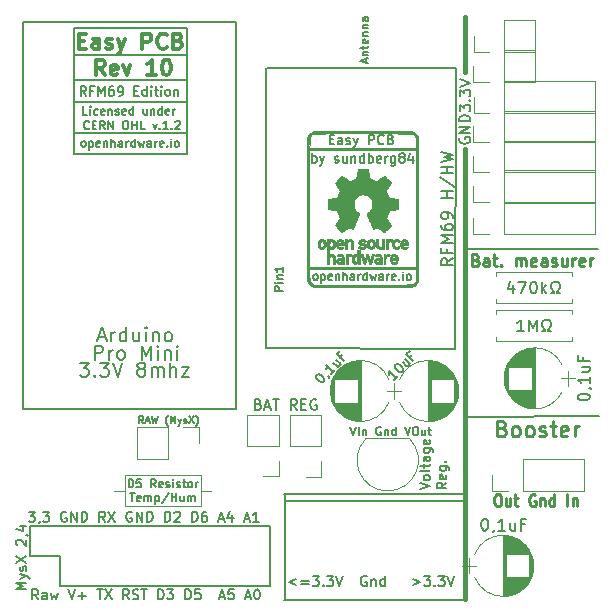
<source format=gbr>
G04 #@! TF.GenerationSoftware,KiCad,Pcbnew,5.0.2-bee76a0~70~ubuntu18.04.1*
G04 #@! TF.CreationDate,2019-05-01T22:15:31+02:00*
G04 #@! TF.ProjectId,EasyPCB_10_RFM69hw,45617379-5043-4425-9f31-305f52464d36,rev?*
G04 #@! TF.SameCoordinates,Original*
G04 #@! TF.FileFunction,Legend,Top*
G04 #@! TF.FilePolarity,Positive*
%FSLAX46Y46*%
G04 Gerber Fmt 4.6, Leading zero omitted, Abs format (unit mm)*
G04 Created by KiCad (PCBNEW 5.0.2-bee76a0~70~ubuntu18.04.1) date Wed 01 May 2019 10:15:31 PM CEST*
%MOMM*%
%LPD*%
G01*
G04 APERTURE LIST*
%ADD10C,0.400000*%
%ADD11C,0.200000*%
%ADD12C,0.175000*%
%ADD13C,0.225000*%
%ADD14C,0.300000*%
%ADD15C,0.150000*%
%ADD16C,0.250000*%
%ADD17C,0.120000*%
%ADD18C,0.010000*%
G04 APERTURE END LIST*
D10*
X162870000Y-66630000D02*
X162860000Y-61980000D01*
D11*
X125713203Y-110438466D02*
X124863203Y-110438466D01*
X125470346Y-110155133D01*
X124863203Y-109871800D01*
X125713203Y-109871800D01*
X125146537Y-109547990D02*
X125713203Y-109345609D01*
X125146537Y-109143228D02*
X125713203Y-109345609D01*
X125915584Y-109426561D01*
X125956060Y-109467038D01*
X125996537Y-109547990D01*
X125672727Y-108859895D02*
X125713203Y-108778942D01*
X125713203Y-108617038D01*
X125672727Y-108536085D01*
X125591775Y-108495609D01*
X125551299Y-108495609D01*
X125470346Y-108536085D01*
X125429870Y-108617038D01*
X125429870Y-108738466D01*
X125389394Y-108819419D01*
X125308441Y-108859895D01*
X125267965Y-108859895D01*
X125187013Y-108819419D01*
X125146537Y-108738466D01*
X125146537Y-108617038D01*
X125187013Y-108536085D01*
X124863203Y-108212276D02*
X125713203Y-107645609D01*
X124863203Y-107645609D02*
X125713203Y-108212276D01*
X124944156Y-106714657D02*
X124903680Y-106674180D01*
X124863203Y-106593228D01*
X124863203Y-106390847D01*
X124903680Y-106309895D01*
X124944156Y-106269419D01*
X125025108Y-106228942D01*
X125106060Y-106228942D01*
X125227489Y-106269419D01*
X125713203Y-106755133D01*
X125713203Y-106228942D01*
X125672727Y-105824180D02*
X125713203Y-105824180D01*
X125794156Y-105864657D01*
X125834632Y-105905133D01*
X125146537Y-105095609D02*
X125713203Y-105095609D01*
X124822727Y-105297990D02*
X125429870Y-105500371D01*
X125429870Y-104974180D01*
X131830834Y-89100000D02*
X132402262Y-89100000D01*
X131716548Y-89442857D02*
X132116548Y-88242857D01*
X132516548Y-89442857D01*
X132916548Y-89442857D02*
X132916548Y-88642857D01*
X132916548Y-88871428D02*
X132973691Y-88757142D01*
X133030834Y-88700000D01*
X133145120Y-88642857D01*
X133259405Y-88642857D01*
X134173691Y-89442857D02*
X134173691Y-88242857D01*
X134173691Y-89385714D02*
X134059405Y-89442857D01*
X133830834Y-89442857D01*
X133716548Y-89385714D01*
X133659405Y-89328571D01*
X133602262Y-89214285D01*
X133602262Y-88871428D01*
X133659405Y-88757142D01*
X133716548Y-88700000D01*
X133830834Y-88642857D01*
X134059405Y-88642857D01*
X134173691Y-88700000D01*
X135259405Y-88642857D02*
X135259405Y-89442857D01*
X134745120Y-88642857D02*
X134745120Y-89271428D01*
X134802262Y-89385714D01*
X134916548Y-89442857D01*
X135087977Y-89442857D01*
X135202262Y-89385714D01*
X135259405Y-89328571D01*
X135830834Y-89442857D02*
X135830834Y-88642857D01*
X135830834Y-88242857D02*
X135773691Y-88300000D01*
X135830834Y-88357142D01*
X135887977Y-88300000D01*
X135830834Y-88242857D01*
X135830834Y-88357142D01*
X136402262Y-88642857D02*
X136402262Y-89442857D01*
X136402262Y-88757142D02*
X136459405Y-88700000D01*
X136573691Y-88642857D01*
X136745120Y-88642857D01*
X136859405Y-88700000D01*
X136916548Y-88814285D01*
X136916548Y-89442857D01*
X137659405Y-89442857D02*
X137545120Y-89385714D01*
X137487977Y-89328571D01*
X137430834Y-89214285D01*
X137430834Y-88871428D01*
X137487977Y-88757142D01*
X137545120Y-88700000D01*
X137659405Y-88642857D01*
X137830834Y-88642857D01*
X137945120Y-88700000D01*
X138002262Y-88757142D01*
X138059405Y-88871428D01*
X138059405Y-89214285D01*
X138002262Y-89328571D01*
X137945120Y-89385714D01*
X137830834Y-89442857D01*
X137659405Y-89442857D01*
X161818580Y-82424066D02*
X161342390Y-82757400D01*
X161818580Y-82995495D02*
X160818580Y-82995495D01*
X160818580Y-82614542D01*
X160866200Y-82519304D01*
X160913819Y-82471685D01*
X161009057Y-82424066D01*
X161151914Y-82424066D01*
X161247152Y-82471685D01*
X161294771Y-82519304D01*
X161342390Y-82614542D01*
X161342390Y-82995495D01*
X161294771Y-81662161D02*
X161294771Y-81995495D01*
X161818580Y-81995495D02*
X160818580Y-81995495D01*
X160818580Y-81519304D01*
X161818580Y-81138352D02*
X160818580Y-81138352D01*
X161532866Y-80805019D01*
X160818580Y-80471685D01*
X161818580Y-80471685D01*
X160818580Y-79566923D02*
X160818580Y-79757400D01*
X160866200Y-79852638D01*
X160913819Y-79900257D01*
X161056676Y-79995495D01*
X161247152Y-80043114D01*
X161628104Y-80043114D01*
X161723342Y-79995495D01*
X161770961Y-79947876D01*
X161818580Y-79852638D01*
X161818580Y-79662161D01*
X161770961Y-79566923D01*
X161723342Y-79519304D01*
X161628104Y-79471685D01*
X161390009Y-79471685D01*
X161294771Y-79519304D01*
X161247152Y-79566923D01*
X161199533Y-79662161D01*
X161199533Y-79852638D01*
X161247152Y-79947876D01*
X161294771Y-79995495D01*
X161390009Y-80043114D01*
X161818580Y-78995495D02*
X161818580Y-78805019D01*
X161770961Y-78709780D01*
X161723342Y-78662161D01*
X161580485Y-78566923D01*
X161390009Y-78519304D01*
X161009057Y-78519304D01*
X160913819Y-78566923D01*
X160866200Y-78614542D01*
X160818580Y-78709780D01*
X160818580Y-78900257D01*
X160866200Y-78995495D01*
X160913819Y-79043114D01*
X161009057Y-79090733D01*
X161247152Y-79090733D01*
X161342390Y-79043114D01*
X161390009Y-78995495D01*
X161437628Y-78900257D01*
X161437628Y-78709780D01*
X161390009Y-78614542D01*
X161342390Y-78566923D01*
X161247152Y-78519304D01*
X161818580Y-77328828D02*
X160818580Y-77328828D01*
X161294771Y-77328828D02*
X161294771Y-76757400D01*
X161818580Y-76757400D02*
X160818580Y-76757400D01*
X160770961Y-75566923D02*
X162056676Y-76424066D01*
X161818580Y-75233590D02*
X160818580Y-75233590D01*
X161294771Y-75233590D02*
X161294771Y-74662161D01*
X161818580Y-74662161D02*
X160818580Y-74662161D01*
X160818580Y-74281209D02*
X161818580Y-74043114D01*
X161104295Y-73852638D01*
X161818580Y-73662161D01*
X160818580Y-73424066D01*
X146024600Y-90043000D02*
X146024600Y-66344800D01*
X162026600Y-90068400D02*
X146024600Y-90043000D01*
X162052000Y-66344800D02*
X162026600Y-90068400D01*
X146050000Y-66344800D02*
X162052000Y-66344800D01*
D12*
X147428386Y-85170520D02*
X146728386Y-85170520D01*
X146728386Y-84903853D01*
X146761720Y-84837186D01*
X146795053Y-84803853D01*
X146861720Y-84770520D01*
X146961720Y-84770520D01*
X147028386Y-84803853D01*
X147061720Y-84837186D01*
X147095053Y-84903853D01*
X147095053Y-85170520D01*
X147428386Y-84470520D02*
X146961720Y-84470520D01*
X146728386Y-84470520D02*
X146761720Y-84503853D01*
X146795053Y-84470520D01*
X146761720Y-84437186D01*
X146728386Y-84470520D01*
X146795053Y-84470520D01*
X146961720Y-84137186D02*
X147428386Y-84137186D01*
X147028386Y-84137186D02*
X146995053Y-84103853D01*
X146961720Y-84037186D01*
X146961720Y-83937186D01*
X146995053Y-83870520D01*
X147061720Y-83837186D01*
X147428386Y-83837186D01*
X147428386Y-83137186D02*
X147428386Y-83537186D01*
X147428386Y-83337186D02*
X146728386Y-83337186D01*
X146828386Y-83403853D01*
X146895053Y-83470520D01*
X146928386Y-83537186D01*
X157159813Y-92371996D02*
X156836564Y-92695245D01*
X156998189Y-92533621D02*
X156432503Y-91967935D01*
X156459441Y-92102622D01*
X156459441Y-92210372D01*
X156432503Y-92291184D01*
X156944314Y-91456125D02*
X156998189Y-91402250D01*
X157079001Y-91375312D01*
X157132876Y-91375312D01*
X157213688Y-91402250D01*
X157348375Y-91483062D01*
X157483062Y-91617749D01*
X157563874Y-91752436D01*
X157590812Y-91833248D01*
X157590812Y-91887123D01*
X157563874Y-91967935D01*
X157510000Y-92021810D01*
X157429187Y-92048748D01*
X157375312Y-92048748D01*
X157294500Y-92021810D01*
X157159813Y-91940998D01*
X157025126Y-91806311D01*
X156944314Y-91671624D01*
X156917377Y-91590812D01*
X156917377Y-91536937D01*
X156944314Y-91456125D01*
X157806311Y-90971251D02*
X158183435Y-91348375D01*
X157563874Y-91213688D02*
X157860186Y-91510000D01*
X157940998Y-91536937D01*
X158021810Y-91509999D01*
X158102622Y-91429187D01*
X158129560Y-91348375D01*
X158129560Y-91294500D01*
X158345059Y-90594128D02*
X158156497Y-90782690D01*
X158452809Y-91079001D02*
X157887123Y-90513316D01*
X158156497Y-90243942D01*
X150270879Y-92309560D02*
X150324754Y-92255685D01*
X150405566Y-92228748D01*
X150459441Y-92228748D01*
X150540253Y-92255685D01*
X150674940Y-92336497D01*
X150809627Y-92471184D01*
X150890439Y-92605871D01*
X150917377Y-92686683D01*
X150917377Y-92740558D01*
X150890439Y-92821370D01*
X150836564Y-92875245D01*
X150755752Y-92902183D01*
X150701877Y-92902183D01*
X150621065Y-92875245D01*
X150486378Y-92794433D01*
X150351691Y-92659746D01*
X150270879Y-92525059D01*
X150243942Y-92444247D01*
X150243942Y-92390372D01*
X150270879Y-92309560D01*
X151267563Y-92390372D02*
X151294500Y-92417309D01*
X151321438Y-92498122D01*
X151321438Y-92551996D01*
X151833248Y-91878561D02*
X151510000Y-92201810D01*
X151671624Y-92040186D02*
X151105938Y-91474500D01*
X151132876Y-91609187D01*
X151132876Y-91716937D01*
X151105938Y-91797749D01*
X151940998Y-91016564D02*
X152318122Y-91393688D01*
X151698561Y-91259001D02*
X151994873Y-91555312D01*
X152075685Y-91582250D01*
X152156497Y-91555312D01*
X152237309Y-91474500D01*
X152264247Y-91393688D01*
X152264247Y-91339813D01*
X152479746Y-90639441D02*
X152291184Y-90828003D01*
X152587496Y-91124314D02*
X152021810Y-90558629D01*
X152291184Y-90289255D01*
X159074744Y-101976479D02*
X159874744Y-101709812D01*
X159074744Y-101443146D01*
X159874744Y-101062193D02*
X159836649Y-101138384D01*
X159798554Y-101176479D01*
X159722363Y-101214574D01*
X159493792Y-101214574D01*
X159417601Y-101176479D01*
X159379506Y-101138384D01*
X159341411Y-101062193D01*
X159341411Y-100947908D01*
X159379506Y-100871717D01*
X159417601Y-100833622D01*
X159493792Y-100795527D01*
X159722363Y-100795527D01*
X159798554Y-100833622D01*
X159836649Y-100871717D01*
X159874744Y-100947908D01*
X159874744Y-101062193D01*
X159874744Y-100338384D02*
X159836649Y-100414574D01*
X159760459Y-100452670D01*
X159074744Y-100452670D01*
X159341411Y-100147908D02*
X159341411Y-99843146D01*
X159074744Y-100033622D02*
X159760459Y-100033622D01*
X159836649Y-99995527D01*
X159874744Y-99919336D01*
X159874744Y-99843146D01*
X159874744Y-99233622D02*
X159455697Y-99233622D01*
X159379506Y-99271717D01*
X159341411Y-99347908D01*
X159341411Y-99500289D01*
X159379506Y-99576479D01*
X159836649Y-99233622D02*
X159874744Y-99309812D01*
X159874744Y-99500289D01*
X159836649Y-99576479D01*
X159760459Y-99614574D01*
X159684268Y-99614574D01*
X159608078Y-99576479D01*
X159569982Y-99500289D01*
X159569982Y-99309812D01*
X159531887Y-99233622D01*
X159341411Y-98509812D02*
X159989030Y-98509812D01*
X160065220Y-98547908D01*
X160103316Y-98586003D01*
X160141411Y-98662193D01*
X160141411Y-98776479D01*
X160103316Y-98852670D01*
X159836649Y-98509812D02*
X159874744Y-98586003D01*
X159874744Y-98738384D01*
X159836649Y-98814574D01*
X159798554Y-98852670D01*
X159722363Y-98890765D01*
X159493792Y-98890765D01*
X159417601Y-98852670D01*
X159379506Y-98814574D01*
X159341411Y-98738384D01*
X159341411Y-98586003D01*
X159379506Y-98509812D01*
X159836649Y-97824098D02*
X159874744Y-97900289D01*
X159874744Y-98052670D01*
X159836649Y-98128860D01*
X159760459Y-98166955D01*
X159455697Y-98166955D01*
X159379506Y-98128860D01*
X159341411Y-98052670D01*
X159341411Y-97900289D01*
X159379506Y-97824098D01*
X159455697Y-97786003D01*
X159531887Y-97786003D01*
X159608078Y-98166955D01*
X161249744Y-101405050D02*
X160868792Y-101671717D01*
X161249744Y-101862193D02*
X160449744Y-101862193D01*
X160449744Y-101557431D01*
X160487840Y-101481241D01*
X160525935Y-101443146D01*
X160602125Y-101405050D01*
X160716411Y-101405050D01*
X160792601Y-101443146D01*
X160830697Y-101481241D01*
X160868792Y-101557431D01*
X160868792Y-101862193D01*
X161211649Y-100757431D02*
X161249744Y-100833622D01*
X161249744Y-100986003D01*
X161211649Y-101062193D01*
X161135459Y-101100289D01*
X160830697Y-101100289D01*
X160754506Y-101062193D01*
X160716411Y-100986003D01*
X160716411Y-100833622D01*
X160754506Y-100757431D01*
X160830697Y-100719336D01*
X160906887Y-100719336D01*
X160983078Y-101100289D01*
X160716411Y-100033622D02*
X161364030Y-100033622D01*
X161440220Y-100071717D01*
X161478316Y-100109812D01*
X161516411Y-100186003D01*
X161516411Y-100300289D01*
X161478316Y-100376479D01*
X161211649Y-100033622D02*
X161249744Y-100109812D01*
X161249744Y-100262193D01*
X161211649Y-100338384D01*
X161173554Y-100376479D01*
X161097363Y-100414574D01*
X160868792Y-100414574D01*
X160792601Y-100376479D01*
X160754506Y-100338384D01*
X160716411Y-100262193D01*
X160716411Y-100109812D01*
X160754506Y-100033622D01*
X161173554Y-99652670D02*
X161211649Y-99614574D01*
X161249744Y-99652670D01*
X161211649Y-99690765D01*
X161173554Y-99652670D01*
X161249744Y-99652670D01*
X164477142Y-104472380D02*
X164572380Y-104472380D01*
X164667619Y-104520000D01*
X164715238Y-104567619D01*
X164762857Y-104662857D01*
X164810476Y-104853333D01*
X164810476Y-105091428D01*
X164762857Y-105281904D01*
X164715238Y-105377142D01*
X164667619Y-105424761D01*
X164572380Y-105472380D01*
X164477142Y-105472380D01*
X164381904Y-105424761D01*
X164334285Y-105377142D01*
X164286666Y-105281904D01*
X164239047Y-105091428D01*
X164239047Y-104853333D01*
X164286666Y-104662857D01*
X164334285Y-104567619D01*
X164381904Y-104520000D01*
X164477142Y-104472380D01*
X165286666Y-105424761D02*
X165286666Y-105472380D01*
X165239047Y-105567619D01*
X165191428Y-105615238D01*
X166239047Y-105472380D02*
X165667619Y-105472380D01*
X165953333Y-105472380D02*
X165953333Y-104472380D01*
X165858095Y-104615238D01*
X165762857Y-104710476D01*
X165667619Y-104758095D01*
X167096190Y-104805714D02*
X167096190Y-105472380D01*
X166667619Y-104805714D02*
X166667619Y-105329523D01*
X166715238Y-105424761D01*
X166810476Y-105472380D01*
X166953333Y-105472380D01*
X167048571Y-105424761D01*
X167096190Y-105377142D01*
X167905714Y-104948571D02*
X167572380Y-104948571D01*
X167572380Y-105472380D02*
X167572380Y-104472380D01*
X168048571Y-104472380D01*
X172402380Y-94202857D02*
X172402380Y-94107619D01*
X172450000Y-94012380D01*
X172497619Y-93964761D01*
X172592857Y-93917142D01*
X172783333Y-93869523D01*
X173021428Y-93869523D01*
X173211904Y-93917142D01*
X173307142Y-93964761D01*
X173354761Y-94012380D01*
X173402380Y-94107619D01*
X173402380Y-94202857D01*
X173354761Y-94298095D01*
X173307142Y-94345714D01*
X173211904Y-94393333D01*
X173021428Y-94440952D01*
X172783333Y-94440952D01*
X172592857Y-94393333D01*
X172497619Y-94345714D01*
X172450000Y-94298095D01*
X172402380Y-94202857D01*
X173354761Y-93393333D02*
X173402380Y-93393333D01*
X173497619Y-93440952D01*
X173545238Y-93488571D01*
X173402380Y-92440952D02*
X173402380Y-93012380D01*
X173402380Y-92726666D02*
X172402380Y-92726666D01*
X172545238Y-92821904D01*
X172640476Y-92917142D01*
X172688095Y-93012380D01*
X172735714Y-91583809D02*
X173402380Y-91583809D01*
X172735714Y-92012380D02*
X173259523Y-92012380D01*
X173354761Y-91964761D01*
X173402380Y-91869523D01*
X173402380Y-91726666D01*
X173354761Y-91631428D01*
X173307142Y-91583809D01*
X172878571Y-90774285D02*
X172878571Y-91107619D01*
X173402380Y-91107619D02*
X172402380Y-91107619D01*
X172402380Y-90631428D01*
X167852857Y-88602380D02*
X167281428Y-88602380D01*
X167567142Y-88602380D02*
X167567142Y-87602380D01*
X167471904Y-87745238D01*
X167376666Y-87840476D01*
X167281428Y-87888095D01*
X168281428Y-88602380D02*
X168281428Y-87602380D01*
X168614761Y-88316666D01*
X168948095Y-87602380D01*
X168948095Y-88602380D01*
X169376666Y-88602380D02*
X169614761Y-88602380D01*
X169614761Y-88411904D01*
X169519523Y-88364285D01*
X169424285Y-88269047D01*
X169376666Y-88126190D01*
X169376666Y-87888095D01*
X169424285Y-87745238D01*
X169519523Y-87650000D01*
X169662380Y-87602380D01*
X169852857Y-87602380D01*
X169995714Y-87650000D01*
X170090952Y-87745238D01*
X170138571Y-87888095D01*
X170138571Y-88126190D01*
X170090952Y-88269047D01*
X169995714Y-88364285D01*
X169900476Y-88411904D01*
X169900476Y-88602380D01*
X170138571Y-88602380D01*
X166941904Y-84715714D02*
X166941904Y-85382380D01*
X166703809Y-84334761D02*
X166465714Y-85049047D01*
X167084761Y-85049047D01*
X167370476Y-84382380D02*
X168037142Y-84382380D01*
X167608571Y-85382380D01*
X168608571Y-84382380D02*
X168703809Y-84382380D01*
X168799047Y-84430000D01*
X168846666Y-84477619D01*
X168894285Y-84572857D01*
X168941904Y-84763333D01*
X168941904Y-85001428D01*
X168894285Y-85191904D01*
X168846666Y-85287142D01*
X168799047Y-85334761D01*
X168703809Y-85382380D01*
X168608571Y-85382380D01*
X168513333Y-85334761D01*
X168465714Y-85287142D01*
X168418095Y-85191904D01*
X168370476Y-85001428D01*
X168370476Y-84763333D01*
X168418095Y-84572857D01*
X168465714Y-84477619D01*
X168513333Y-84430000D01*
X168608571Y-84382380D01*
X169370476Y-85382380D02*
X169370476Y-84382380D01*
X169465714Y-85001428D02*
X169751428Y-85382380D01*
X169751428Y-84715714D02*
X169370476Y-85096666D01*
X170132380Y-85382380D02*
X170370476Y-85382380D01*
X170370476Y-85191904D01*
X170275238Y-85144285D01*
X170180000Y-85049047D01*
X170132380Y-84906190D01*
X170132380Y-84668095D01*
X170180000Y-84525238D01*
X170275238Y-84430000D01*
X170418095Y-84382380D01*
X170608571Y-84382380D01*
X170751428Y-84430000D01*
X170846666Y-84525238D01*
X170894285Y-84668095D01*
X170894285Y-84906190D01*
X170846666Y-85049047D01*
X170751428Y-85144285D01*
X170656190Y-85191904D01*
X170656190Y-85382380D01*
X170894285Y-85382380D01*
X134371760Y-101820146D02*
X134371760Y-101120146D01*
X134538426Y-101120146D01*
X134638426Y-101153480D01*
X134705093Y-101220146D01*
X134738426Y-101286813D01*
X134771760Y-101420146D01*
X134771760Y-101520146D01*
X134738426Y-101653480D01*
X134705093Y-101720146D01*
X134638426Y-101786813D01*
X134538426Y-101820146D01*
X134371760Y-101820146D01*
X135405093Y-101120146D02*
X135071760Y-101120146D01*
X135038426Y-101453480D01*
X135071760Y-101420146D01*
X135138426Y-101386813D01*
X135305093Y-101386813D01*
X135371760Y-101420146D01*
X135405093Y-101453480D01*
X135438426Y-101520146D01*
X135438426Y-101686813D01*
X135405093Y-101753480D01*
X135371760Y-101786813D01*
X135305093Y-101820146D01*
X135138426Y-101820146D01*
X135071760Y-101786813D01*
X135038426Y-101753480D01*
X136671760Y-101820146D02*
X136438426Y-101486813D01*
X136271760Y-101820146D02*
X136271760Y-101120146D01*
X136538426Y-101120146D01*
X136605093Y-101153480D01*
X136638426Y-101186813D01*
X136671760Y-101253480D01*
X136671760Y-101353480D01*
X136638426Y-101420146D01*
X136605093Y-101453480D01*
X136538426Y-101486813D01*
X136271760Y-101486813D01*
X137238426Y-101786813D02*
X137171760Y-101820146D01*
X137038426Y-101820146D01*
X136971760Y-101786813D01*
X136938426Y-101720146D01*
X136938426Y-101453480D01*
X136971760Y-101386813D01*
X137038426Y-101353480D01*
X137171760Y-101353480D01*
X137238426Y-101386813D01*
X137271760Y-101453480D01*
X137271760Y-101520146D01*
X136938426Y-101586813D01*
X137538426Y-101786813D02*
X137605093Y-101820146D01*
X137738426Y-101820146D01*
X137805093Y-101786813D01*
X137838426Y-101720146D01*
X137838426Y-101686813D01*
X137805093Y-101620146D01*
X137738426Y-101586813D01*
X137638426Y-101586813D01*
X137571760Y-101553480D01*
X137538426Y-101486813D01*
X137538426Y-101453480D01*
X137571760Y-101386813D01*
X137638426Y-101353480D01*
X137738426Y-101353480D01*
X137805093Y-101386813D01*
X138138426Y-101820146D02*
X138138426Y-101353480D01*
X138138426Y-101120146D02*
X138105093Y-101153480D01*
X138138426Y-101186813D01*
X138171760Y-101153480D01*
X138138426Y-101120146D01*
X138138426Y-101186813D01*
X138438426Y-101786813D02*
X138505093Y-101820146D01*
X138638426Y-101820146D01*
X138705093Y-101786813D01*
X138738426Y-101720146D01*
X138738426Y-101686813D01*
X138705093Y-101620146D01*
X138638426Y-101586813D01*
X138538426Y-101586813D01*
X138471760Y-101553480D01*
X138438426Y-101486813D01*
X138438426Y-101453480D01*
X138471760Y-101386813D01*
X138538426Y-101353480D01*
X138638426Y-101353480D01*
X138705093Y-101386813D01*
X138938426Y-101353480D02*
X139205093Y-101353480D01*
X139038426Y-101120146D02*
X139038426Y-101720146D01*
X139071760Y-101786813D01*
X139138426Y-101820146D01*
X139205093Y-101820146D01*
X139538426Y-101820146D02*
X139471760Y-101786813D01*
X139438426Y-101753480D01*
X139405093Y-101686813D01*
X139405093Y-101486813D01*
X139438426Y-101420146D01*
X139471760Y-101386813D01*
X139538426Y-101353480D01*
X139638426Y-101353480D01*
X139705093Y-101386813D01*
X139738426Y-101420146D01*
X139771760Y-101486813D01*
X139771760Y-101686813D01*
X139738426Y-101753480D01*
X139705093Y-101786813D01*
X139638426Y-101820146D01*
X139538426Y-101820146D01*
X140071760Y-101820146D02*
X140071760Y-101353480D01*
X140071760Y-101486813D02*
X140105093Y-101420146D01*
X140138426Y-101386813D01*
X140205093Y-101353480D01*
X140271760Y-101353480D01*
D13*
X165528571Y-102402380D02*
X165700000Y-102402380D01*
X165785714Y-102450000D01*
X165871428Y-102545238D01*
X165914285Y-102735714D01*
X165914285Y-103069047D01*
X165871428Y-103259523D01*
X165785714Y-103354761D01*
X165700000Y-103402380D01*
X165528571Y-103402380D01*
X165442857Y-103354761D01*
X165357142Y-103259523D01*
X165314285Y-103069047D01*
X165314285Y-102735714D01*
X165357142Y-102545238D01*
X165442857Y-102450000D01*
X165528571Y-102402380D01*
X166685714Y-102735714D02*
X166685714Y-103402380D01*
X166300000Y-102735714D02*
X166300000Y-103259523D01*
X166342857Y-103354761D01*
X166428571Y-103402380D01*
X166557142Y-103402380D01*
X166642857Y-103354761D01*
X166685714Y-103307142D01*
X166985714Y-102735714D02*
X167328571Y-102735714D01*
X167114285Y-102402380D02*
X167114285Y-103259523D01*
X167157142Y-103354761D01*
X167242857Y-103402380D01*
X167328571Y-103402380D01*
X168785714Y-102450000D02*
X168700000Y-102402380D01*
X168571428Y-102402380D01*
X168442857Y-102450000D01*
X168357142Y-102545238D01*
X168314285Y-102640476D01*
X168271428Y-102830952D01*
X168271428Y-102973809D01*
X168314285Y-103164285D01*
X168357142Y-103259523D01*
X168442857Y-103354761D01*
X168571428Y-103402380D01*
X168657142Y-103402380D01*
X168785714Y-103354761D01*
X168828571Y-103307142D01*
X168828571Y-102973809D01*
X168657142Y-102973809D01*
X169214285Y-102735714D02*
X169214285Y-103402380D01*
X169214285Y-102830952D02*
X169257142Y-102783333D01*
X169342857Y-102735714D01*
X169471428Y-102735714D01*
X169557142Y-102783333D01*
X169600000Y-102878571D01*
X169600000Y-103402380D01*
X170414285Y-103402380D02*
X170414285Y-102402380D01*
X170414285Y-103354761D02*
X170328571Y-103402380D01*
X170157142Y-103402380D01*
X170071428Y-103354761D01*
X170028571Y-103307142D01*
X169985714Y-103211904D01*
X169985714Y-102926190D01*
X170028571Y-102830952D01*
X170071428Y-102783333D01*
X170157142Y-102735714D01*
X170328571Y-102735714D01*
X170414285Y-102783333D01*
X171528571Y-103402380D02*
X171528571Y-102402380D01*
X171957142Y-102735714D02*
X171957142Y-103402380D01*
X171957142Y-102830952D02*
X172000000Y-102783333D01*
X172085714Y-102735714D01*
X172214285Y-102735714D01*
X172300000Y-102783333D01*
X172342857Y-102878571D01*
X172342857Y-103402380D01*
D10*
X162840000Y-111260000D02*
X162820000Y-73170000D01*
D11*
X162420000Y-72205714D02*
X162377142Y-72291428D01*
X162377142Y-72420000D01*
X162420000Y-72548571D01*
X162505714Y-72634285D01*
X162591428Y-72677142D01*
X162762857Y-72720000D01*
X162891428Y-72720000D01*
X163062857Y-72677142D01*
X163148571Y-72634285D01*
X163234285Y-72548571D01*
X163277142Y-72420000D01*
X163277142Y-72334285D01*
X163234285Y-72205714D01*
X163191428Y-72162857D01*
X162891428Y-72162857D01*
X162891428Y-72334285D01*
X163277142Y-71777142D02*
X162377142Y-71777142D01*
X163277142Y-71262857D01*
X162377142Y-71262857D01*
X163277142Y-70834285D02*
X162377142Y-70834285D01*
X162377142Y-70620000D01*
X162420000Y-70491428D01*
X162505714Y-70405714D01*
X162591428Y-70362857D01*
X162762857Y-70320000D01*
X162891428Y-70320000D01*
X163062857Y-70362857D01*
X163148571Y-70405714D01*
X163234285Y-70491428D01*
X163277142Y-70620000D01*
X163277142Y-70834285D01*
X162397142Y-69978571D02*
X162397142Y-69421428D01*
X162740000Y-69721428D01*
X162740000Y-69592857D01*
X162782857Y-69507142D01*
X162825714Y-69464285D01*
X162911428Y-69421428D01*
X163125714Y-69421428D01*
X163211428Y-69464285D01*
X163254285Y-69507142D01*
X163297142Y-69592857D01*
X163297142Y-69850000D01*
X163254285Y-69935714D01*
X163211428Y-69978571D01*
X163211428Y-69035714D02*
X163254285Y-68992857D01*
X163297142Y-69035714D01*
X163254285Y-69078571D01*
X163211428Y-69035714D01*
X163297142Y-69035714D01*
X162397142Y-68692857D02*
X162397142Y-68135714D01*
X162740000Y-68435714D01*
X162740000Y-68307142D01*
X162782857Y-68221428D01*
X162825714Y-68178571D01*
X162911428Y-68135714D01*
X163125714Y-68135714D01*
X163211428Y-68178571D01*
X163254285Y-68221428D01*
X163297142Y-68307142D01*
X163297142Y-68564285D01*
X163254285Y-68650000D01*
X163211428Y-68692857D01*
X162397142Y-67878571D02*
X163297142Y-67578571D01*
X162397142Y-67278571D01*
D12*
X153156553Y-96695466D02*
X153389886Y-97395466D01*
X153623220Y-96695466D01*
X153856553Y-97395466D02*
X153856553Y-96695466D01*
X154189886Y-96928800D02*
X154189886Y-97395466D01*
X154189886Y-96995466D02*
X154223220Y-96962133D01*
X154289886Y-96928800D01*
X154389886Y-96928800D01*
X154456553Y-96962133D01*
X154489886Y-97028800D01*
X154489886Y-97395466D01*
X155723220Y-96728800D02*
X155656553Y-96695466D01*
X155556553Y-96695466D01*
X155456553Y-96728800D01*
X155389886Y-96795466D01*
X155356553Y-96862133D01*
X155323220Y-96995466D01*
X155323220Y-97095466D01*
X155356553Y-97228800D01*
X155389886Y-97295466D01*
X155456553Y-97362133D01*
X155556553Y-97395466D01*
X155623220Y-97395466D01*
X155723220Y-97362133D01*
X155756553Y-97328800D01*
X155756553Y-97095466D01*
X155623220Y-97095466D01*
X156056553Y-96928800D02*
X156056553Y-97395466D01*
X156056553Y-96995466D02*
X156089886Y-96962133D01*
X156156553Y-96928800D01*
X156256553Y-96928800D01*
X156323220Y-96962133D01*
X156356553Y-97028800D01*
X156356553Y-97395466D01*
X156989886Y-97395466D02*
X156989886Y-96695466D01*
X156989886Y-97362133D02*
X156923220Y-97395466D01*
X156789886Y-97395466D01*
X156723220Y-97362133D01*
X156689886Y-97328800D01*
X156656553Y-97262133D01*
X156656553Y-97062133D01*
X156689886Y-96995466D01*
X156723220Y-96962133D01*
X156789886Y-96928800D01*
X156923220Y-96928800D01*
X156989886Y-96962133D01*
X157756553Y-96695466D02*
X157989886Y-97395466D01*
X158223220Y-96695466D01*
X158589886Y-96695466D02*
X158723220Y-96695466D01*
X158789886Y-96728800D01*
X158856553Y-96795466D01*
X158889886Y-96928800D01*
X158889886Y-97162133D01*
X158856553Y-97295466D01*
X158789886Y-97362133D01*
X158723220Y-97395466D01*
X158589886Y-97395466D01*
X158523220Y-97362133D01*
X158456553Y-97295466D01*
X158423220Y-97162133D01*
X158423220Y-96928800D01*
X158456553Y-96795466D01*
X158523220Y-96728800D01*
X158589886Y-96695466D01*
X159489886Y-96928800D02*
X159489886Y-97395466D01*
X159189886Y-96928800D02*
X159189886Y-97295466D01*
X159223220Y-97362133D01*
X159289886Y-97395466D01*
X159389886Y-97395466D01*
X159456553Y-97362133D01*
X159489886Y-97328800D01*
X159723220Y-96928800D02*
X159989886Y-96928800D01*
X159823220Y-96695466D02*
X159823220Y-97295466D01*
X159856553Y-97362133D01*
X159923220Y-97395466D01*
X159989886Y-97395466D01*
D11*
X145336000Y-94766614D02*
X145464571Y-94809471D01*
X145507428Y-94852328D01*
X145550285Y-94938042D01*
X145550285Y-95066614D01*
X145507428Y-95152328D01*
X145464571Y-95195185D01*
X145378857Y-95238042D01*
X145036000Y-95238042D01*
X145036000Y-94338042D01*
X145336000Y-94338042D01*
X145421714Y-94380900D01*
X145464571Y-94423757D01*
X145507428Y-94509471D01*
X145507428Y-94595185D01*
X145464571Y-94680900D01*
X145421714Y-94723757D01*
X145336000Y-94766614D01*
X145036000Y-94766614D01*
X145893142Y-94980900D02*
X146321714Y-94980900D01*
X145807428Y-95238042D02*
X146107428Y-94338042D01*
X146407428Y-95238042D01*
X146578857Y-94338042D02*
X147093142Y-94338042D01*
X146836000Y-95238042D02*
X146836000Y-94338042D01*
X148593142Y-95238042D02*
X148293142Y-94809471D01*
X148078857Y-95238042D02*
X148078857Y-94338042D01*
X148421714Y-94338042D01*
X148507428Y-94380900D01*
X148550285Y-94423757D01*
X148593142Y-94509471D01*
X148593142Y-94638042D01*
X148550285Y-94723757D01*
X148507428Y-94766614D01*
X148421714Y-94809471D01*
X148078857Y-94809471D01*
X148978857Y-94766614D02*
X149278857Y-94766614D01*
X149407428Y-95238042D02*
X148978857Y-95238042D01*
X148978857Y-94338042D01*
X149407428Y-94338042D01*
X150264571Y-94380900D02*
X150178857Y-94338042D01*
X150050285Y-94338042D01*
X149921714Y-94380900D01*
X149836000Y-94466614D01*
X149793142Y-94552328D01*
X149750285Y-94723757D01*
X149750285Y-94852328D01*
X149793142Y-95023757D01*
X149836000Y-95109471D01*
X149921714Y-95195185D01*
X150050285Y-95238042D01*
X150136000Y-95238042D01*
X150264571Y-95195185D01*
X150307428Y-95152328D01*
X150307428Y-94852328D01*
X150136000Y-94852328D01*
X148576142Y-109596657D02*
X147928523Y-109839514D01*
X148576142Y-110082371D01*
X148980904Y-109718085D02*
X149628523Y-109718085D01*
X149628523Y-109960942D02*
X148980904Y-109960942D01*
X149952333Y-109313323D02*
X150478523Y-109313323D01*
X150195190Y-109637133D01*
X150316619Y-109637133D01*
X150397571Y-109677609D01*
X150438047Y-109718085D01*
X150478523Y-109799038D01*
X150478523Y-110001419D01*
X150438047Y-110082371D01*
X150397571Y-110122847D01*
X150316619Y-110163323D01*
X150073761Y-110163323D01*
X149992809Y-110122847D01*
X149952333Y-110082371D01*
X150842809Y-110082371D02*
X150883285Y-110122847D01*
X150842809Y-110163323D01*
X150802333Y-110122847D01*
X150842809Y-110082371D01*
X150842809Y-110163323D01*
X151166619Y-109313323D02*
X151692809Y-109313323D01*
X151409476Y-109637133D01*
X151530904Y-109637133D01*
X151611857Y-109677609D01*
X151652333Y-109718085D01*
X151692809Y-109799038D01*
X151692809Y-110001419D01*
X151652333Y-110082371D01*
X151611857Y-110122847D01*
X151530904Y-110163323D01*
X151288047Y-110163323D01*
X151207095Y-110122847D01*
X151166619Y-110082371D01*
X151935666Y-109313323D02*
X152219000Y-110163323D01*
X152502333Y-109313323D01*
X154526142Y-109353800D02*
X154445190Y-109313323D01*
X154323761Y-109313323D01*
X154202333Y-109353800D01*
X154121380Y-109434752D01*
X154080904Y-109515704D01*
X154040428Y-109677609D01*
X154040428Y-109799038D01*
X154080904Y-109960942D01*
X154121380Y-110041895D01*
X154202333Y-110122847D01*
X154323761Y-110163323D01*
X154404714Y-110163323D01*
X154526142Y-110122847D01*
X154566619Y-110082371D01*
X154566619Y-109799038D01*
X154404714Y-109799038D01*
X154930904Y-109596657D02*
X154930904Y-110163323D01*
X154930904Y-109677609D02*
X154971380Y-109637133D01*
X155052333Y-109596657D01*
X155173761Y-109596657D01*
X155254714Y-109637133D01*
X155295190Y-109718085D01*
X155295190Y-110163323D01*
X156064238Y-110163323D02*
X156064238Y-109313323D01*
X156064238Y-110122847D02*
X155983285Y-110163323D01*
X155821380Y-110163323D01*
X155740428Y-110122847D01*
X155699952Y-110082371D01*
X155659476Y-110001419D01*
X155659476Y-109758561D01*
X155699952Y-109677609D01*
X155740428Y-109637133D01*
X155821380Y-109596657D01*
X155983285Y-109596657D01*
X156064238Y-109637133D01*
X158411857Y-109596657D02*
X159059476Y-109839514D01*
X158411857Y-110082371D01*
X159383285Y-109313323D02*
X159909476Y-109313323D01*
X159626142Y-109637133D01*
X159747571Y-109637133D01*
X159828523Y-109677609D01*
X159869000Y-109718085D01*
X159909476Y-109799038D01*
X159909476Y-110001419D01*
X159869000Y-110082371D01*
X159828523Y-110122847D01*
X159747571Y-110163323D01*
X159504714Y-110163323D01*
X159423761Y-110122847D01*
X159383285Y-110082371D01*
X160273761Y-110082371D02*
X160314238Y-110122847D01*
X160273761Y-110163323D01*
X160233285Y-110122847D01*
X160273761Y-110082371D01*
X160273761Y-110163323D01*
X160597571Y-109313323D02*
X161123761Y-109313323D01*
X160840428Y-109637133D01*
X160961857Y-109637133D01*
X161042809Y-109677609D01*
X161083285Y-109718085D01*
X161123761Y-109799038D01*
X161123761Y-110001419D01*
X161083285Y-110082371D01*
X161042809Y-110122847D01*
X160961857Y-110163323D01*
X160719000Y-110163323D01*
X160638047Y-110122847D01*
X160597571Y-110082371D01*
X161366619Y-109313323D02*
X161649952Y-110163323D01*
X161933285Y-109313323D01*
X130253048Y-91250217D02*
X130995905Y-91250217D01*
X130595905Y-91707360D01*
X130767334Y-91707360D01*
X130881620Y-91764502D01*
X130938762Y-91821645D01*
X130995905Y-91935931D01*
X130995905Y-92221645D01*
X130938762Y-92335931D01*
X130881620Y-92393074D01*
X130767334Y-92450217D01*
X130424477Y-92450217D01*
X130310191Y-92393074D01*
X130253048Y-92335931D01*
X131510191Y-92335931D02*
X131567334Y-92393074D01*
X131510191Y-92450217D01*
X131453048Y-92393074D01*
X131510191Y-92335931D01*
X131510191Y-92450217D01*
X131967334Y-91250217D02*
X132710191Y-91250217D01*
X132310191Y-91707360D01*
X132481620Y-91707360D01*
X132595905Y-91764502D01*
X132653048Y-91821645D01*
X132710191Y-91935931D01*
X132710191Y-92221645D01*
X132653048Y-92335931D01*
X132595905Y-92393074D01*
X132481620Y-92450217D01*
X132138762Y-92450217D01*
X132024477Y-92393074D01*
X131967334Y-92335931D01*
X133053048Y-91250217D02*
X133453048Y-92450217D01*
X133853048Y-91250217D01*
X135338762Y-91764502D02*
X135224477Y-91707360D01*
X135167334Y-91650217D01*
X135110191Y-91535931D01*
X135110191Y-91478788D01*
X135167334Y-91364502D01*
X135224477Y-91307360D01*
X135338762Y-91250217D01*
X135567334Y-91250217D01*
X135681620Y-91307360D01*
X135738762Y-91364502D01*
X135795905Y-91478788D01*
X135795905Y-91535931D01*
X135738762Y-91650217D01*
X135681620Y-91707360D01*
X135567334Y-91764502D01*
X135338762Y-91764502D01*
X135224477Y-91821645D01*
X135167334Y-91878788D01*
X135110191Y-91993074D01*
X135110191Y-92221645D01*
X135167334Y-92335931D01*
X135224477Y-92393074D01*
X135338762Y-92450217D01*
X135567334Y-92450217D01*
X135681620Y-92393074D01*
X135738762Y-92335931D01*
X135795905Y-92221645D01*
X135795905Y-91993074D01*
X135738762Y-91878788D01*
X135681620Y-91821645D01*
X135567334Y-91764502D01*
X136310191Y-92450217D02*
X136310191Y-91650217D01*
X136310191Y-91764502D02*
X136367334Y-91707360D01*
X136481620Y-91650217D01*
X136653048Y-91650217D01*
X136767334Y-91707360D01*
X136824477Y-91821645D01*
X136824477Y-92450217D01*
X136824477Y-91821645D02*
X136881620Y-91707360D01*
X136995905Y-91650217D01*
X137167334Y-91650217D01*
X137281620Y-91707360D01*
X137338762Y-91821645D01*
X137338762Y-92450217D01*
X137910191Y-92450217D02*
X137910191Y-91250217D01*
X138424477Y-92450217D02*
X138424477Y-91821645D01*
X138367334Y-91707360D01*
X138253048Y-91650217D01*
X138081620Y-91650217D01*
X137967334Y-91707360D01*
X137910191Y-91764502D01*
X138881620Y-91650217D02*
X139510191Y-91650217D01*
X138881620Y-92450217D01*
X139510191Y-92450217D01*
X131530525Y-91004957D02*
X131530525Y-89804957D01*
X131987668Y-89804957D01*
X132101954Y-89862100D01*
X132159097Y-89919242D01*
X132216240Y-90033528D01*
X132216240Y-90204957D01*
X132159097Y-90319242D01*
X132101954Y-90376385D01*
X131987668Y-90433528D01*
X131530525Y-90433528D01*
X132730525Y-91004957D02*
X132730525Y-90204957D01*
X132730525Y-90433528D02*
X132787668Y-90319242D01*
X132844811Y-90262100D01*
X132959097Y-90204957D01*
X133073382Y-90204957D01*
X133644811Y-91004957D02*
X133530525Y-90947814D01*
X133473382Y-90890671D01*
X133416240Y-90776385D01*
X133416240Y-90433528D01*
X133473382Y-90319242D01*
X133530525Y-90262100D01*
X133644811Y-90204957D01*
X133816240Y-90204957D01*
X133930525Y-90262100D01*
X133987668Y-90319242D01*
X134044811Y-90433528D01*
X134044811Y-90776385D01*
X133987668Y-90890671D01*
X133930525Y-90947814D01*
X133816240Y-91004957D01*
X133644811Y-91004957D01*
X135473382Y-91004957D02*
X135473382Y-89804957D01*
X135873382Y-90662100D01*
X136273382Y-89804957D01*
X136273382Y-91004957D01*
X136844811Y-91004957D02*
X136844811Y-90204957D01*
X136844811Y-89804957D02*
X136787668Y-89862100D01*
X136844811Y-89919242D01*
X136901954Y-89862100D01*
X136844811Y-89804957D01*
X136844811Y-89919242D01*
X137416240Y-90204957D02*
X137416240Y-91004957D01*
X137416240Y-90319242D02*
X137473382Y-90262100D01*
X137587668Y-90204957D01*
X137759097Y-90204957D01*
X137873382Y-90262100D01*
X137930525Y-90376385D01*
X137930525Y-91004957D01*
X138501954Y-91004957D02*
X138501954Y-90204957D01*
X138501954Y-89804957D02*
X138444811Y-89862100D01*
X138501954Y-89919242D01*
X138559097Y-89862100D01*
X138501954Y-89804957D01*
X138501954Y-89919242D01*
X139291800Y-73549000D02*
X129761800Y-73549000D01*
D12*
X130501800Y-72975666D02*
X130435133Y-72942333D01*
X130401800Y-72909000D01*
X130368466Y-72842333D01*
X130368466Y-72642333D01*
X130401800Y-72575666D01*
X130435133Y-72542333D01*
X130501800Y-72509000D01*
X130601800Y-72509000D01*
X130668466Y-72542333D01*
X130701800Y-72575666D01*
X130735133Y-72642333D01*
X130735133Y-72842333D01*
X130701800Y-72909000D01*
X130668466Y-72942333D01*
X130601800Y-72975666D01*
X130501800Y-72975666D01*
X131035133Y-72509000D02*
X131035133Y-73209000D01*
X131035133Y-72542333D02*
X131101800Y-72509000D01*
X131235133Y-72509000D01*
X131301800Y-72542333D01*
X131335133Y-72575666D01*
X131368466Y-72642333D01*
X131368466Y-72842333D01*
X131335133Y-72909000D01*
X131301800Y-72942333D01*
X131235133Y-72975666D01*
X131101800Y-72975666D01*
X131035133Y-72942333D01*
X131935133Y-72942333D02*
X131868466Y-72975666D01*
X131735133Y-72975666D01*
X131668466Y-72942333D01*
X131635133Y-72875666D01*
X131635133Y-72609000D01*
X131668466Y-72542333D01*
X131735133Y-72509000D01*
X131868466Y-72509000D01*
X131935133Y-72542333D01*
X131968466Y-72609000D01*
X131968466Y-72675666D01*
X131635133Y-72742333D01*
X132268466Y-72509000D02*
X132268466Y-72975666D01*
X132268466Y-72575666D02*
X132301800Y-72542333D01*
X132368466Y-72509000D01*
X132468466Y-72509000D01*
X132535133Y-72542333D01*
X132568466Y-72609000D01*
X132568466Y-72975666D01*
X132901800Y-72975666D02*
X132901800Y-72275666D01*
X133201800Y-72975666D02*
X133201800Y-72609000D01*
X133168466Y-72542333D01*
X133101800Y-72509000D01*
X133001800Y-72509000D01*
X132935133Y-72542333D01*
X132901800Y-72575666D01*
X133835133Y-72975666D02*
X133835133Y-72609000D01*
X133801800Y-72542333D01*
X133735133Y-72509000D01*
X133601800Y-72509000D01*
X133535133Y-72542333D01*
X133835133Y-72942333D02*
X133768466Y-72975666D01*
X133601800Y-72975666D01*
X133535133Y-72942333D01*
X133501800Y-72875666D01*
X133501800Y-72809000D01*
X133535133Y-72742333D01*
X133601800Y-72709000D01*
X133768466Y-72709000D01*
X133835133Y-72675666D01*
X134168466Y-72975666D02*
X134168466Y-72509000D01*
X134168466Y-72642333D02*
X134201800Y-72575666D01*
X134235133Y-72542333D01*
X134301800Y-72509000D01*
X134368466Y-72509000D01*
X134901800Y-72975666D02*
X134901800Y-72275666D01*
X134901800Y-72942333D02*
X134835133Y-72975666D01*
X134701800Y-72975666D01*
X134635133Y-72942333D01*
X134601800Y-72909000D01*
X134568466Y-72842333D01*
X134568466Y-72642333D01*
X134601800Y-72575666D01*
X134635133Y-72542333D01*
X134701800Y-72509000D01*
X134835133Y-72509000D01*
X134901800Y-72542333D01*
X135168466Y-72509000D02*
X135301800Y-72975666D01*
X135435133Y-72642333D01*
X135568466Y-72975666D01*
X135701800Y-72509000D01*
X136268466Y-72975666D02*
X136268466Y-72609000D01*
X136235133Y-72542333D01*
X136168466Y-72509000D01*
X136035133Y-72509000D01*
X135968466Y-72542333D01*
X136268466Y-72942333D02*
X136201800Y-72975666D01*
X136035133Y-72975666D01*
X135968466Y-72942333D01*
X135935133Y-72875666D01*
X135935133Y-72809000D01*
X135968466Y-72742333D01*
X136035133Y-72709000D01*
X136201800Y-72709000D01*
X136268466Y-72675666D01*
X136601800Y-72975666D02*
X136601800Y-72509000D01*
X136601800Y-72642333D02*
X136635133Y-72575666D01*
X136668466Y-72542333D01*
X136735133Y-72509000D01*
X136801800Y-72509000D01*
X137301800Y-72942333D02*
X137235133Y-72975666D01*
X137101800Y-72975666D01*
X137035133Y-72942333D01*
X137001800Y-72875666D01*
X137001800Y-72609000D01*
X137035133Y-72542333D01*
X137101800Y-72509000D01*
X137235133Y-72509000D01*
X137301800Y-72542333D01*
X137335133Y-72609000D01*
X137335133Y-72675666D01*
X137001800Y-72742333D01*
X137635133Y-72909000D02*
X137668466Y-72942333D01*
X137635133Y-72975666D01*
X137601800Y-72942333D01*
X137635133Y-72909000D01*
X137635133Y-72975666D01*
X137968466Y-72975666D02*
X137968466Y-72509000D01*
X137968466Y-72275666D02*
X137935133Y-72309000D01*
X137968466Y-72342333D01*
X138001800Y-72309000D01*
X137968466Y-72275666D01*
X137968466Y-72342333D01*
X138401800Y-72975666D02*
X138335133Y-72942333D01*
X138301800Y-72909000D01*
X138268466Y-72842333D01*
X138268466Y-72642333D01*
X138301800Y-72575666D01*
X138335133Y-72542333D01*
X138401800Y-72509000D01*
X138501800Y-72509000D01*
X138568466Y-72542333D01*
X138601800Y-72575666D01*
X138635133Y-72642333D01*
X138635133Y-72842333D01*
X138601800Y-72909000D01*
X138568466Y-72942333D01*
X138501800Y-72975666D01*
X138401800Y-72975666D01*
X150139900Y-84250966D02*
X150073233Y-84217633D01*
X150039900Y-84184300D01*
X150006566Y-84117633D01*
X150006566Y-83917633D01*
X150039900Y-83850966D01*
X150073233Y-83817633D01*
X150139900Y-83784300D01*
X150239900Y-83784300D01*
X150306566Y-83817633D01*
X150339900Y-83850966D01*
X150373233Y-83917633D01*
X150373233Y-84117633D01*
X150339900Y-84184300D01*
X150306566Y-84217633D01*
X150239900Y-84250966D01*
X150139900Y-84250966D01*
X150673233Y-83784300D02*
X150673233Y-84484300D01*
X150673233Y-83817633D02*
X150739900Y-83784300D01*
X150873233Y-83784300D01*
X150939900Y-83817633D01*
X150973233Y-83850966D01*
X151006566Y-83917633D01*
X151006566Y-84117633D01*
X150973233Y-84184300D01*
X150939900Y-84217633D01*
X150873233Y-84250966D01*
X150739900Y-84250966D01*
X150673233Y-84217633D01*
X151573233Y-84217633D02*
X151506566Y-84250966D01*
X151373233Y-84250966D01*
X151306566Y-84217633D01*
X151273233Y-84150966D01*
X151273233Y-83884300D01*
X151306566Y-83817633D01*
X151373233Y-83784300D01*
X151506566Y-83784300D01*
X151573233Y-83817633D01*
X151606566Y-83884300D01*
X151606566Y-83950966D01*
X151273233Y-84017633D01*
X151906566Y-83784300D02*
X151906566Y-84250966D01*
X151906566Y-83850966D02*
X151939900Y-83817633D01*
X152006566Y-83784300D01*
X152106566Y-83784300D01*
X152173233Y-83817633D01*
X152206566Y-83884300D01*
X152206566Y-84250966D01*
X152539900Y-84250966D02*
X152539900Y-83550966D01*
X152839900Y-84250966D02*
X152839900Y-83884300D01*
X152806566Y-83817633D01*
X152739900Y-83784300D01*
X152639900Y-83784300D01*
X152573233Y-83817633D01*
X152539900Y-83850966D01*
X153473233Y-84250966D02*
X153473233Y-83884300D01*
X153439900Y-83817633D01*
X153373233Y-83784300D01*
X153239900Y-83784300D01*
X153173233Y-83817633D01*
X153473233Y-84217633D02*
X153406566Y-84250966D01*
X153239900Y-84250966D01*
X153173233Y-84217633D01*
X153139900Y-84150966D01*
X153139900Y-84084300D01*
X153173233Y-84017633D01*
X153239900Y-83984300D01*
X153406566Y-83984300D01*
X153473233Y-83950966D01*
X153806566Y-84250966D02*
X153806566Y-83784300D01*
X153806566Y-83917633D02*
X153839900Y-83850966D01*
X153873233Y-83817633D01*
X153939900Y-83784300D01*
X154006566Y-83784300D01*
X154539900Y-84250966D02*
X154539900Y-83550966D01*
X154539900Y-84217633D02*
X154473233Y-84250966D01*
X154339900Y-84250966D01*
X154273233Y-84217633D01*
X154239900Y-84184300D01*
X154206566Y-84117633D01*
X154206566Y-83917633D01*
X154239900Y-83850966D01*
X154273233Y-83817633D01*
X154339900Y-83784300D01*
X154473233Y-83784300D01*
X154539900Y-83817633D01*
X154806566Y-83784300D02*
X154939900Y-84250966D01*
X155073233Y-83917633D01*
X155206566Y-84250966D01*
X155339900Y-83784300D01*
X155906566Y-84250966D02*
X155906566Y-83884300D01*
X155873233Y-83817633D01*
X155806566Y-83784300D01*
X155673233Y-83784300D01*
X155606566Y-83817633D01*
X155906566Y-84217633D02*
X155839900Y-84250966D01*
X155673233Y-84250966D01*
X155606566Y-84217633D01*
X155573233Y-84150966D01*
X155573233Y-84084300D01*
X155606566Y-84017633D01*
X155673233Y-83984300D01*
X155839900Y-83984300D01*
X155906566Y-83950966D01*
X156239900Y-84250966D02*
X156239900Y-83784300D01*
X156239900Y-83917633D02*
X156273233Y-83850966D01*
X156306566Y-83817633D01*
X156373233Y-83784300D01*
X156439900Y-83784300D01*
X156939900Y-84217633D02*
X156873233Y-84250966D01*
X156739900Y-84250966D01*
X156673233Y-84217633D01*
X156639900Y-84150966D01*
X156639900Y-83884300D01*
X156673233Y-83817633D01*
X156739900Y-83784300D01*
X156873233Y-83784300D01*
X156939900Y-83817633D01*
X156973233Y-83884300D01*
X156973233Y-83950966D01*
X156639900Y-84017633D01*
X157273233Y-84184300D02*
X157306566Y-84217633D01*
X157273233Y-84250966D01*
X157239900Y-84217633D01*
X157273233Y-84184300D01*
X157273233Y-84250966D01*
X157606566Y-84250966D02*
X157606566Y-83784300D01*
X157606566Y-83550966D02*
X157573233Y-83584300D01*
X157606566Y-83617633D01*
X157639900Y-83584300D01*
X157606566Y-83550966D01*
X157606566Y-83617633D01*
X158039900Y-84250966D02*
X157973233Y-84217633D01*
X157939900Y-84184300D01*
X157906566Y-84117633D01*
X157906566Y-83917633D01*
X157939900Y-83850966D01*
X157973233Y-83817633D01*
X158039900Y-83784300D01*
X158139900Y-83784300D01*
X158206566Y-83817633D01*
X158239900Y-83850966D01*
X158273233Y-83917633D01*
X158273233Y-84117633D01*
X158239900Y-84184300D01*
X158206566Y-84217633D01*
X158139900Y-84250966D01*
X158039900Y-84250966D01*
D11*
X149924033Y-74326704D02*
X149924033Y-73526704D01*
X149924033Y-73831466D02*
X150000223Y-73793371D01*
X150152604Y-73793371D01*
X150228795Y-73831466D01*
X150266890Y-73869561D01*
X150304985Y-73945752D01*
X150304985Y-74174323D01*
X150266890Y-74250514D01*
X150228795Y-74288609D01*
X150152604Y-74326704D01*
X150000223Y-74326704D01*
X149924033Y-74288609D01*
X150571652Y-73793371D02*
X150762128Y-74326704D01*
X150952604Y-73793371D02*
X150762128Y-74326704D01*
X150685938Y-74517180D01*
X150647842Y-74555276D01*
X150571652Y-74593371D01*
X151828795Y-74288609D02*
X151904985Y-74326704D01*
X152057366Y-74326704D01*
X152133557Y-74288609D01*
X152171652Y-74212419D01*
X152171652Y-74174323D01*
X152133557Y-74098133D01*
X152057366Y-74060038D01*
X151943080Y-74060038D01*
X151866890Y-74021942D01*
X151828795Y-73945752D01*
X151828795Y-73907657D01*
X151866890Y-73831466D01*
X151943080Y-73793371D01*
X152057366Y-73793371D01*
X152133557Y-73831466D01*
X152857366Y-73793371D02*
X152857366Y-74326704D01*
X152514509Y-73793371D02*
X152514509Y-74212419D01*
X152552604Y-74288609D01*
X152628795Y-74326704D01*
X152743080Y-74326704D01*
X152819271Y-74288609D01*
X152857366Y-74250514D01*
X153238319Y-73793371D02*
X153238319Y-74326704D01*
X153238319Y-73869561D02*
X153276414Y-73831466D01*
X153352604Y-73793371D01*
X153466890Y-73793371D01*
X153543080Y-73831466D01*
X153581176Y-73907657D01*
X153581176Y-74326704D01*
X154304985Y-74326704D02*
X154304985Y-73526704D01*
X154304985Y-74288609D02*
X154228795Y-74326704D01*
X154076414Y-74326704D01*
X154000223Y-74288609D01*
X153962128Y-74250514D01*
X153924033Y-74174323D01*
X153924033Y-73945752D01*
X153962128Y-73869561D01*
X154000223Y-73831466D01*
X154076414Y-73793371D01*
X154228795Y-73793371D01*
X154304985Y-73831466D01*
X154685938Y-74326704D02*
X154685938Y-73526704D01*
X154685938Y-73831466D02*
X154762128Y-73793371D01*
X154914509Y-73793371D01*
X154990700Y-73831466D01*
X155028795Y-73869561D01*
X155066890Y-73945752D01*
X155066890Y-74174323D01*
X155028795Y-74250514D01*
X154990700Y-74288609D01*
X154914509Y-74326704D01*
X154762128Y-74326704D01*
X154685938Y-74288609D01*
X155714509Y-74288609D02*
X155638319Y-74326704D01*
X155485938Y-74326704D01*
X155409747Y-74288609D01*
X155371652Y-74212419D01*
X155371652Y-73907657D01*
X155409747Y-73831466D01*
X155485938Y-73793371D01*
X155638319Y-73793371D01*
X155714509Y-73831466D01*
X155752604Y-73907657D01*
X155752604Y-73983847D01*
X155371652Y-74060038D01*
X156095461Y-74326704D02*
X156095461Y-73793371D01*
X156095461Y-73945752D02*
X156133557Y-73869561D01*
X156171652Y-73831466D01*
X156247842Y-73793371D01*
X156324033Y-73793371D01*
X156933557Y-73793371D02*
X156933557Y-74440990D01*
X156895461Y-74517180D01*
X156857366Y-74555276D01*
X156781176Y-74593371D01*
X156666890Y-74593371D01*
X156590700Y-74555276D01*
X156933557Y-74288609D02*
X156857366Y-74326704D01*
X156704985Y-74326704D01*
X156628795Y-74288609D01*
X156590700Y-74250514D01*
X156552604Y-74174323D01*
X156552604Y-73945752D01*
X156590700Y-73869561D01*
X156628795Y-73831466D01*
X156704985Y-73793371D01*
X156857366Y-73793371D01*
X156933557Y-73831466D01*
X157428795Y-73869561D02*
X157352604Y-73831466D01*
X157314509Y-73793371D01*
X157276414Y-73717180D01*
X157276414Y-73679085D01*
X157314509Y-73602895D01*
X157352604Y-73564800D01*
X157428795Y-73526704D01*
X157581176Y-73526704D01*
X157657366Y-73564800D01*
X157695461Y-73602895D01*
X157733557Y-73679085D01*
X157733557Y-73717180D01*
X157695461Y-73793371D01*
X157657366Y-73831466D01*
X157581176Y-73869561D01*
X157428795Y-73869561D01*
X157352604Y-73907657D01*
X157314509Y-73945752D01*
X157276414Y-74021942D01*
X157276414Y-74174323D01*
X157314509Y-74250514D01*
X157352604Y-74288609D01*
X157428795Y-74326704D01*
X157581176Y-74326704D01*
X157657366Y-74288609D01*
X157695461Y-74250514D01*
X157733557Y-74174323D01*
X157733557Y-74021942D01*
X157695461Y-73945752D01*
X157657366Y-73907657D01*
X157581176Y-73869561D01*
X158419271Y-73793371D02*
X158419271Y-74326704D01*
X158228795Y-73488609D02*
X158038319Y-74060038D01*
X158533557Y-74060038D01*
X151384333Y-72332857D02*
X151651000Y-72332857D01*
X151765285Y-72751904D02*
X151384333Y-72751904D01*
X151384333Y-71951904D01*
X151765285Y-71951904D01*
X152451000Y-72751904D02*
X152451000Y-72332857D01*
X152412904Y-72256666D01*
X152336714Y-72218571D01*
X152184333Y-72218571D01*
X152108142Y-72256666D01*
X152451000Y-72713809D02*
X152374809Y-72751904D01*
X152184333Y-72751904D01*
X152108142Y-72713809D01*
X152070047Y-72637619D01*
X152070047Y-72561428D01*
X152108142Y-72485238D01*
X152184333Y-72447142D01*
X152374809Y-72447142D01*
X152451000Y-72409047D01*
X152793857Y-72713809D02*
X152870047Y-72751904D01*
X153022428Y-72751904D01*
X153098619Y-72713809D01*
X153136714Y-72637619D01*
X153136714Y-72599523D01*
X153098619Y-72523333D01*
X153022428Y-72485238D01*
X152908142Y-72485238D01*
X152831952Y-72447142D01*
X152793857Y-72370952D01*
X152793857Y-72332857D01*
X152831952Y-72256666D01*
X152908142Y-72218571D01*
X153022428Y-72218571D01*
X153098619Y-72256666D01*
X153403380Y-72218571D02*
X153593857Y-72751904D01*
X153784333Y-72218571D02*
X153593857Y-72751904D01*
X153517666Y-72942380D01*
X153479571Y-72980476D01*
X153403380Y-73018571D01*
X154698619Y-72751904D02*
X154698619Y-71951904D01*
X155003380Y-71951904D01*
X155079571Y-71990000D01*
X155117666Y-72028095D01*
X155155761Y-72104285D01*
X155155761Y-72218571D01*
X155117666Y-72294761D01*
X155079571Y-72332857D01*
X155003380Y-72370952D01*
X154698619Y-72370952D01*
X155955761Y-72675714D02*
X155917666Y-72713809D01*
X155803380Y-72751904D01*
X155727190Y-72751904D01*
X155612904Y-72713809D01*
X155536714Y-72637619D01*
X155498619Y-72561428D01*
X155460523Y-72409047D01*
X155460523Y-72294761D01*
X155498619Y-72142380D01*
X155536714Y-72066190D01*
X155612904Y-71990000D01*
X155727190Y-71951904D01*
X155803380Y-71951904D01*
X155917666Y-71990000D01*
X155955761Y-72028095D01*
X156565285Y-72332857D02*
X156679571Y-72370952D01*
X156717666Y-72409047D01*
X156755761Y-72485238D01*
X156755761Y-72599523D01*
X156717666Y-72675714D01*
X156679571Y-72713809D01*
X156603380Y-72751904D01*
X156298619Y-72751904D01*
X156298619Y-71951904D01*
X156565285Y-71951904D01*
X156641476Y-71990000D01*
X156679571Y-72028095D01*
X156717666Y-72104285D01*
X156717666Y-72180476D01*
X156679571Y-72256666D01*
X156641476Y-72294761D01*
X156565285Y-72332857D01*
X156298619Y-72332857D01*
X139241800Y-71809000D02*
X129711800Y-71809000D01*
D12*
X130885133Y-70253166D02*
X130551800Y-70253166D01*
X130551800Y-69553166D01*
X131118466Y-70253166D02*
X131118466Y-69786500D01*
X131118466Y-69553166D02*
X131085133Y-69586500D01*
X131118466Y-69619833D01*
X131151800Y-69586500D01*
X131118466Y-69553166D01*
X131118466Y-69619833D01*
X131751800Y-70219833D02*
X131685133Y-70253166D01*
X131551800Y-70253166D01*
X131485133Y-70219833D01*
X131451800Y-70186500D01*
X131418466Y-70119833D01*
X131418466Y-69919833D01*
X131451800Y-69853166D01*
X131485133Y-69819833D01*
X131551800Y-69786500D01*
X131685133Y-69786500D01*
X131751800Y-69819833D01*
X132318466Y-70219833D02*
X132251800Y-70253166D01*
X132118466Y-70253166D01*
X132051800Y-70219833D01*
X132018466Y-70153166D01*
X132018466Y-69886500D01*
X132051800Y-69819833D01*
X132118466Y-69786500D01*
X132251800Y-69786500D01*
X132318466Y-69819833D01*
X132351800Y-69886500D01*
X132351800Y-69953166D01*
X132018466Y-70019833D01*
X132651800Y-69786500D02*
X132651800Y-70253166D01*
X132651800Y-69853166D02*
X132685133Y-69819833D01*
X132751800Y-69786500D01*
X132851800Y-69786500D01*
X132918466Y-69819833D01*
X132951800Y-69886500D01*
X132951800Y-70253166D01*
X133251800Y-70219833D02*
X133318466Y-70253166D01*
X133451800Y-70253166D01*
X133518466Y-70219833D01*
X133551800Y-70153166D01*
X133551800Y-70119833D01*
X133518466Y-70053166D01*
X133451800Y-70019833D01*
X133351800Y-70019833D01*
X133285133Y-69986500D01*
X133251800Y-69919833D01*
X133251800Y-69886500D01*
X133285133Y-69819833D01*
X133351800Y-69786500D01*
X133451800Y-69786500D01*
X133518466Y-69819833D01*
X134118466Y-70219833D02*
X134051800Y-70253166D01*
X133918466Y-70253166D01*
X133851800Y-70219833D01*
X133818466Y-70153166D01*
X133818466Y-69886500D01*
X133851800Y-69819833D01*
X133918466Y-69786500D01*
X134051800Y-69786500D01*
X134118466Y-69819833D01*
X134151800Y-69886500D01*
X134151800Y-69953166D01*
X133818466Y-70019833D01*
X134751800Y-70253166D02*
X134751800Y-69553166D01*
X134751800Y-70219833D02*
X134685133Y-70253166D01*
X134551800Y-70253166D01*
X134485133Y-70219833D01*
X134451800Y-70186500D01*
X134418466Y-70119833D01*
X134418466Y-69919833D01*
X134451800Y-69853166D01*
X134485133Y-69819833D01*
X134551800Y-69786500D01*
X134685133Y-69786500D01*
X134751800Y-69819833D01*
X135918466Y-69786500D02*
X135918466Y-70253166D01*
X135618466Y-69786500D02*
X135618466Y-70153166D01*
X135651800Y-70219833D01*
X135718466Y-70253166D01*
X135818466Y-70253166D01*
X135885133Y-70219833D01*
X135918466Y-70186500D01*
X136251800Y-69786500D02*
X136251800Y-70253166D01*
X136251800Y-69853166D02*
X136285133Y-69819833D01*
X136351800Y-69786500D01*
X136451800Y-69786500D01*
X136518466Y-69819833D01*
X136551800Y-69886500D01*
X136551800Y-70253166D01*
X137185133Y-70253166D02*
X137185133Y-69553166D01*
X137185133Y-70219833D02*
X137118466Y-70253166D01*
X136985133Y-70253166D01*
X136918466Y-70219833D01*
X136885133Y-70186500D01*
X136851800Y-70119833D01*
X136851800Y-69919833D01*
X136885133Y-69853166D01*
X136918466Y-69819833D01*
X136985133Y-69786500D01*
X137118466Y-69786500D01*
X137185133Y-69819833D01*
X137785133Y-70219833D02*
X137718466Y-70253166D01*
X137585133Y-70253166D01*
X137518466Y-70219833D01*
X137485133Y-70153166D01*
X137485133Y-69886500D01*
X137518466Y-69819833D01*
X137585133Y-69786500D01*
X137718466Y-69786500D01*
X137785133Y-69819833D01*
X137818466Y-69886500D01*
X137818466Y-69953166D01*
X137485133Y-70019833D01*
X138118466Y-70253166D02*
X138118466Y-69786500D01*
X138118466Y-69919833D02*
X138151800Y-69853166D01*
X138185133Y-69819833D01*
X138251800Y-69786500D01*
X138318466Y-69786500D01*
X131018466Y-71411500D02*
X130985133Y-71444833D01*
X130885133Y-71478166D01*
X130818466Y-71478166D01*
X130718466Y-71444833D01*
X130651800Y-71378166D01*
X130618466Y-71311500D01*
X130585133Y-71178166D01*
X130585133Y-71078166D01*
X130618466Y-70944833D01*
X130651800Y-70878166D01*
X130718466Y-70811500D01*
X130818466Y-70778166D01*
X130885133Y-70778166D01*
X130985133Y-70811500D01*
X131018466Y-70844833D01*
X131318466Y-71111500D02*
X131551800Y-71111500D01*
X131651800Y-71478166D02*
X131318466Y-71478166D01*
X131318466Y-70778166D01*
X131651800Y-70778166D01*
X132351800Y-71478166D02*
X132118466Y-71144833D01*
X131951800Y-71478166D02*
X131951800Y-70778166D01*
X132218466Y-70778166D01*
X132285133Y-70811500D01*
X132318466Y-70844833D01*
X132351800Y-70911500D01*
X132351800Y-71011500D01*
X132318466Y-71078166D01*
X132285133Y-71111500D01*
X132218466Y-71144833D01*
X131951800Y-71144833D01*
X132651800Y-71478166D02*
X132651800Y-70778166D01*
X133051800Y-71478166D01*
X133051800Y-70778166D01*
X134051800Y-70778166D02*
X134185133Y-70778166D01*
X134251800Y-70811500D01*
X134318466Y-70878166D01*
X134351800Y-71011500D01*
X134351800Y-71244833D01*
X134318466Y-71378166D01*
X134251800Y-71444833D01*
X134185133Y-71478166D01*
X134051800Y-71478166D01*
X133985133Y-71444833D01*
X133918466Y-71378166D01*
X133885133Y-71244833D01*
X133885133Y-71011500D01*
X133918466Y-70878166D01*
X133985133Y-70811500D01*
X134051800Y-70778166D01*
X134651800Y-71478166D02*
X134651800Y-70778166D01*
X134651800Y-71111500D02*
X135051800Y-71111500D01*
X135051800Y-71478166D02*
X135051800Y-70778166D01*
X135718466Y-71478166D02*
X135385133Y-71478166D01*
X135385133Y-70778166D01*
X136418466Y-71011500D02*
X136585133Y-71478166D01*
X136751800Y-71011500D01*
X137018466Y-71411500D02*
X137051800Y-71444833D01*
X137018466Y-71478166D01*
X136985133Y-71444833D01*
X137018466Y-71411500D01*
X137018466Y-71478166D01*
X137718466Y-71478166D02*
X137318466Y-71478166D01*
X137518466Y-71478166D02*
X137518466Y-70778166D01*
X137451800Y-70878166D01*
X137385133Y-70944833D01*
X137318466Y-70978166D01*
X138018466Y-71411500D02*
X138051800Y-71444833D01*
X138018466Y-71478166D01*
X137985133Y-71444833D01*
X138018466Y-71411500D01*
X138018466Y-71478166D01*
X138318466Y-70844833D02*
X138351800Y-70811500D01*
X138418466Y-70778166D01*
X138585133Y-70778166D01*
X138651800Y-70811500D01*
X138685133Y-70844833D01*
X138718466Y-70911500D01*
X138718466Y-70978166D01*
X138685133Y-71078166D01*
X138285133Y-71478166D01*
X138718466Y-71478166D01*
D11*
X139271800Y-69149000D02*
X129741800Y-69149000D01*
X130775609Y-68660904D02*
X130508942Y-68279952D01*
X130318466Y-68660904D02*
X130318466Y-67860904D01*
X130623228Y-67860904D01*
X130699419Y-67899000D01*
X130737514Y-67937095D01*
X130775609Y-68013285D01*
X130775609Y-68127571D01*
X130737514Y-68203761D01*
X130699419Y-68241857D01*
X130623228Y-68279952D01*
X130318466Y-68279952D01*
X131385133Y-68241857D02*
X131118466Y-68241857D01*
X131118466Y-68660904D02*
X131118466Y-67860904D01*
X131499419Y-67860904D01*
X131804180Y-68660904D02*
X131804180Y-67860904D01*
X132070847Y-68432333D01*
X132337514Y-67860904D01*
X132337514Y-68660904D01*
X133061323Y-67860904D02*
X132908942Y-67860904D01*
X132832752Y-67899000D01*
X132794657Y-67937095D01*
X132718466Y-68051380D01*
X132680371Y-68203761D01*
X132680371Y-68508523D01*
X132718466Y-68584714D01*
X132756561Y-68622809D01*
X132832752Y-68660904D01*
X132985133Y-68660904D01*
X133061323Y-68622809D01*
X133099419Y-68584714D01*
X133137514Y-68508523D01*
X133137514Y-68318047D01*
X133099419Y-68241857D01*
X133061323Y-68203761D01*
X132985133Y-68165666D01*
X132832752Y-68165666D01*
X132756561Y-68203761D01*
X132718466Y-68241857D01*
X132680371Y-68318047D01*
X133518466Y-68660904D02*
X133670847Y-68660904D01*
X133747038Y-68622809D01*
X133785133Y-68584714D01*
X133861323Y-68470428D01*
X133899419Y-68318047D01*
X133899419Y-68013285D01*
X133861323Y-67937095D01*
X133823228Y-67899000D01*
X133747038Y-67860904D01*
X133594657Y-67860904D01*
X133518466Y-67899000D01*
X133480371Y-67937095D01*
X133442276Y-68013285D01*
X133442276Y-68203761D01*
X133480371Y-68279952D01*
X133518466Y-68318047D01*
X133594657Y-68356142D01*
X133747038Y-68356142D01*
X133823228Y-68318047D01*
X133861323Y-68279952D01*
X133899419Y-68203761D01*
X134851800Y-68241857D02*
X135118466Y-68241857D01*
X135232752Y-68660904D02*
X134851800Y-68660904D01*
X134851800Y-67860904D01*
X135232752Y-67860904D01*
X135918466Y-68660904D02*
X135918466Y-67860904D01*
X135918466Y-68622809D02*
X135842276Y-68660904D01*
X135689895Y-68660904D01*
X135613704Y-68622809D01*
X135575609Y-68584714D01*
X135537514Y-68508523D01*
X135537514Y-68279952D01*
X135575609Y-68203761D01*
X135613704Y-68165666D01*
X135689895Y-68127571D01*
X135842276Y-68127571D01*
X135918466Y-68165666D01*
X136299419Y-68660904D02*
X136299419Y-68127571D01*
X136299419Y-67860904D02*
X136261323Y-67899000D01*
X136299419Y-67937095D01*
X136337514Y-67899000D01*
X136299419Y-67860904D01*
X136299419Y-67937095D01*
X136566085Y-68127571D02*
X136870847Y-68127571D01*
X136680371Y-67860904D02*
X136680371Y-68546619D01*
X136718466Y-68622809D01*
X136794657Y-68660904D01*
X136870847Y-68660904D01*
X137137514Y-68660904D02*
X137137514Y-68127571D01*
X137137514Y-67860904D02*
X137099419Y-67899000D01*
X137137514Y-67937095D01*
X137175609Y-67899000D01*
X137137514Y-67860904D01*
X137137514Y-67937095D01*
X137632752Y-68660904D02*
X137556561Y-68622809D01*
X137518466Y-68584714D01*
X137480371Y-68508523D01*
X137480371Y-68279952D01*
X137518466Y-68203761D01*
X137556561Y-68165666D01*
X137632752Y-68127571D01*
X137747038Y-68127571D01*
X137823228Y-68165666D01*
X137861323Y-68203761D01*
X137899419Y-68279952D01*
X137899419Y-68508523D01*
X137861323Y-68584714D01*
X137823228Y-68622809D01*
X137747038Y-68660904D01*
X137632752Y-68660904D01*
X138242276Y-68127571D02*
X138242276Y-68660904D01*
X138242276Y-68203761D02*
X138280371Y-68165666D01*
X138356561Y-68127571D01*
X138470847Y-68127571D01*
X138547038Y-68165666D01*
X138585133Y-68241857D01*
X138585133Y-68660904D01*
X139311800Y-62899000D02*
X139311800Y-73489000D01*
X129731800Y-62899000D02*
X129731800Y-73549000D01*
D14*
X132363666Y-66907495D02*
X131930333Y-66288447D01*
X131620809Y-66907495D02*
X131620809Y-65607495D01*
X132116047Y-65607495D01*
X132239857Y-65669400D01*
X132301761Y-65731304D01*
X132363666Y-65855114D01*
X132363666Y-66040828D01*
X132301761Y-66164638D01*
X132239857Y-66226542D01*
X132116047Y-66288447D01*
X131620809Y-66288447D01*
X133416047Y-66845590D02*
X133292238Y-66907495D01*
X133044619Y-66907495D01*
X132920809Y-66845590D01*
X132858904Y-66721780D01*
X132858904Y-66226542D01*
X132920809Y-66102733D01*
X133044619Y-66040828D01*
X133292238Y-66040828D01*
X133416047Y-66102733D01*
X133477952Y-66226542D01*
X133477952Y-66350352D01*
X132858904Y-66474161D01*
X133911285Y-66040828D02*
X134220809Y-66907495D01*
X134530333Y-66040828D01*
X136697000Y-66907495D02*
X135954142Y-66907495D01*
X136325571Y-66907495D02*
X136325571Y-65607495D01*
X136201761Y-65793209D01*
X136077952Y-65917019D01*
X135954142Y-65978923D01*
X137501761Y-65607495D02*
X137625571Y-65607495D01*
X137749380Y-65669400D01*
X137811285Y-65731304D01*
X137873190Y-65855114D01*
X137935095Y-66102733D01*
X137935095Y-66412257D01*
X137873190Y-66659876D01*
X137811285Y-66783685D01*
X137749380Y-66845590D01*
X137625571Y-66907495D01*
X137501761Y-66907495D01*
X137377952Y-66845590D01*
X137316047Y-66783685D01*
X137254142Y-66659876D01*
X137192238Y-66412257D01*
X137192238Y-66102733D01*
X137254142Y-65855114D01*
X137316047Y-65731304D01*
X137377952Y-65669400D01*
X137501761Y-65607495D01*
D11*
X139331800Y-67309000D02*
X129801800Y-67309000D01*
D14*
X130158466Y-64006142D02*
X130591800Y-64006142D01*
X130777514Y-64687095D02*
X130158466Y-64687095D01*
X130158466Y-63387095D01*
X130777514Y-63387095D01*
X131891800Y-64687095D02*
X131891800Y-64006142D01*
X131829895Y-63882333D01*
X131706085Y-63820428D01*
X131458466Y-63820428D01*
X131334657Y-63882333D01*
X131891800Y-64625190D02*
X131767990Y-64687095D01*
X131458466Y-64687095D01*
X131334657Y-64625190D01*
X131272752Y-64501380D01*
X131272752Y-64377571D01*
X131334657Y-64253761D01*
X131458466Y-64191857D01*
X131767990Y-64191857D01*
X131891800Y-64129952D01*
X132448942Y-64625190D02*
X132572752Y-64687095D01*
X132820371Y-64687095D01*
X132944180Y-64625190D01*
X133006085Y-64501380D01*
X133006085Y-64439476D01*
X132944180Y-64315666D01*
X132820371Y-64253761D01*
X132634657Y-64253761D01*
X132510847Y-64191857D01*
X132448942Y-64068047D01*
X132448942Y-64006142D01*
X132510847Y-63882333D01*
X132634657Y-63820428D01*
X132820371Y-63820428D01*
X132944180Y-63882333D01*
X133439419Y-63820428D02*
X133748942Y-64687095D01*
X134058466Y-63820428D02*
X133748942Y-64687095D01*
X133625133Y-64996619D01*
X133563228Y-65058523D01*
X133439419Y-65120428D01*
X135544180Y-64687095D02*
X135544180Y-63387095D01*
X136039419Y-63387095D01*
X136163228Y-63449000D01*
X136225133Y-63510904D01*
X136287038Y-63634714D01*
X136287038Y-63820428D01*
X136225133Y-63944238D01*
X136163228Y-64006142D01*
X136039419Y-64068047D01*
X135544180Y-64068047D01*
X137587038Y-64563285D02*
X137525133Y-64625190D01*
X137339419Y-64687095D01*
X137215609Y-64687095D01*
X137029895Y-64625190D01*
X136906085Y-64501380D01*
X136844180Y-64377571D01*
X136782276Y-64129952D01*
X136782276Y-63944238D01*
X136844180Y-63696619D01*
X136906085Y-63572809D01*
X137029895Y-63449000D01*
X137215609Y-63387095D01*
X137339419Y-63387095D01*
X137525133Y-63449000D01*
X137587038Y-63510904D01*
X138577514Y-64006142D02*
X138763228Y-64068047D01*
X138825133Y-64129952D01*
X138887038Y-64253761D01*
X138887038Y-64439476D01*
X138825133Y-64563285D01*
X138763228Y-64625190D01*
X138639419Y-64687095D01*
X138144180Y-64687095D01*
X138144180Y-63387095D01*
X138577514Y-63387095D01*
X138701323Y-63449000D01*
X138763228Y-63510904D01*
X138825133Y-63634714D01*
X138825133Y-63758523D01*
X138763228Y-63882333D01*
X138701323Y-63944238D01*
X138577514Y-64006142D01*
X138144180Y-64006142D01*
D11*
X139311800Y-65169000D02*
X129781800Y-65169000D01*
X129751800Y-62899000D02*
X139311800Y-62899000D01*
D15*
X135614042Y-96402808D02*
X135414042Y-96117094D01*
X135271185Y-96402808D02*
X135271185Y-95802808D01*
X135499757Y-95802808D01*
X135556900Y-95831380D01*
X135585471Y-95859951D01*
X135614042Y-95917094D01*
X135614042Y-96002808D01*
X135585471Y-96059951D01*
X135556900Y-96088522D01*
X135499757Y-96117094D01*
X135271185Y-96117094D01*
X135842614Y-96231380D02*
X136128328Y-96231380D01*
X135785471Y-96402808D02*
X135985471Y-95802808D01*
X136185471Y-96402808D01*
X136328328Y-95802808D02*
X136471185Y-96402808D01*
X136585471Y-95974237D01*
X136699757Y-96402808D01*
X136842614Y-95802808D01*
X137699757Y-96631380D02*
X137671185Y-96602808D01*
X137614042Y-96517094D01*
X137585471Y-96459951D01*
X137556900Y-96374237D01*
X137528328Y-96231380D01*
X137528328Y-96117094D01*
X137556900Y-95974237D01*
X137585471Y-95888522D01*
X137614042Y-95831380D01*
X137671185Y-95745665D01*
X137699757Y-95717094D01*
X137928328Y-96402808D02*
X137928328Y-95802808D01*
X138128328Y-96231380D01*
X138328328Y-95802808D01*
X138328328Y-96402808D01*
X138556900Y-96002808D02*
X138699757Y-96402808D01*
X138842614Y-96002808D02*
X138699757Y-96402808D01*
X138642614Y-96545665D01*
X138614042Y-96574237D01*
X138556900Y-96602808D01*
X139042614Y-96374237D02*
X139099757Y-96402808D01*
X139214042Y-96402808D01*
X139271185Y-96374237D01*
X139299757Y-96317094D01*
X139299757Y-96288522D01*
X139271185Y-96231380D01*
X139214042Y-96202808D01*
X139128328Y-96202808D01*
X139071185Y-96174237D01*
X139042614Y-96117094D01*
X139042614Y-96088522D01*
X139071185Y-96031380D01*
X139128328Y-96002808D01*
X139214042Y-96002808D01*
X139271185Y-96031380D01*
X139499757Y-95802808D02*
X139899757Y-96402808D01*
X139899757Y-95802808D02*
X139499757Y-96402808D01*
X140071185Y-96631380D02*
X140099757Y-96602808D01*
X140156900Y-96517094D01*
X140185471Y-96459951D01*
X140214042Y-96374237D01*
X140242614Y-96231380D01*
X140242614Y-96117094D01*
X140214042Y-95974237D01*
X140185471Y-95888522D01*
X140156900Y-95831380D01*
X140099757Y-95745665D01*
X140071185Y-95717094D01*
D11*
X125896560Y-103877723D02*
X126422750Y-103877723D01*
X126139417Y-104201533D01*
X126260845Y-104201533D01*
X126341798Y-104242009D01*
X126382274Y-104282485D01*
X126422750Y-104363438D01*
X126422750Y-104565819D01*
X126382274Y-104646771D01*
X126341798Y-104687247D01*
X126260845Y-104727723D01*
X126017988Y-104727723D01*
X125937036Y-104687247D01*
X125896560Y-104646771D01*
X126827512Y-104687247D02*
X126827512Y-104727723D01*
X126787036Y-104808676D01*
X126746560Y-104849152D01*
X127110845Y-103877723D02*
X127637036Y-103877723D01*
X127353702Y-104201533D01*
X127475131Y-104201533D01*
X127556083Y-104242009D01*
X127596560Y-104282485D01*
X127637036Y-104363438D01*
X127637036Y-104565819D01*
X127596560Y-104646771D01*
X127556083Y-104687247D01*
X127475131Y-104727723D01*
X127232274Y-104727723D01*
X127151321Y-104687247D01*
X127110845Y-104646771D01*
X129094179Y-103918200D02*
X129013226Y-103877723D01*
X128891798Y-103877723D01*
X128770369Y-103918200D01*
X128689417Y-103999152D01*
X128648940Y-104080104D01*
X128608464Y-104242009D01*
X128608464Y-104363438D01*
X128648940Y-104525342D01*
X128689417Y-104606295D01*
X128770369Y-104687247D01*
X128891798Y-104727723D01*
X128972750Y-104727723D01*
X129094179Y-104687247D01*
X129134655Y-104646771D01*
X129134655Y-104363438D01*
X128972750Y-104363438D01*
X129498940Y-104727723D02*
X129498940Y-103877723D01*
X129984655Y-104727723D01*
X129984655Y-103877723D01*
X130389417Y-104727723D02*
X130389417Y-103877723D01*
X130591798Y-103877723D01*
X130713226Y-103918200D01*
X130794179Y-103999152D01*
X130834655Y-104080104D01*
X130875131Y-104242009D01*
X130875131Y-104363438D01*
X130834655Y-104525342D01*
X130794179Y-104606295D01*
X130713226Y-104687247D01*
X130591798Y-104727723D01*
X130389417Y-104727723D01*
X132372750Y-104727723D02*
X132089417Y-104322961D01*
X131887036Y-104727723D02*
X131887036Y-103877723D01*
X132210845Y-103877723D01*
X132291798Y-103918200D01*
X132332274Y-103958676D01*
X132372750Y-104039628D01*
X132372750Y-104161057D01*
X132332274Y-104242009D01*
X132291798Y-104282485D01*
X132210845Y-104322961D01*
X131887036Y-104322961D01*
X132656083Y-103877723D02*
X133222750Y-104727723D01*
X133222750Y-103877723D02*
X132656083Y-104727723D01*
X134639417Y-103918200D02*
X134558464Y-103877723D01*
X134437036Y-103877723D01*
X134315607Y-103918200D01*
X134234655Y-103999152D01*
X134194179Y-104080104D01*
X134153702Y-104242009D01*
X134153702Y-104363438D01*
X134194179Y-104525342D01*
X134234655Y-104606295D01*
X134315607Y-104687247D01*
X134437036Y-104727723D01*
X134517988Y-104727723D01*
X134639417Y-104687247D01*
X134679893Y-104646771D01*
X134679893Y-104363438D01*
X134517988Y-104363438D01*
X135044179Y-104727723D02*
X135044179Y-103877723D01*
X135529893Y-104727723D01*
X135529893Y-103877723D01*
X135934655Y-104727723D02*
X135934655Y-103877723D01*
X136137036Y-103877723D01*
X136258464Y-103918200D01*
X136339417Y-103999152D01*
X136379893Y-104080104D01*
X136420369Y-104242009D01*
X136420369Y-104363438D01*
X136379893Y-104525342D01*
X136339417Y-104606295D01*
X136258464Y-104687247D01*
X136137036Y-104727723D01*
X135934655Y-104727723D01*
X137432274Y-104727723D02*
X137432274Y-103877723D01*
X137634655Y-103877723D01*
X137756083Y-103918200D01*
X137837036Y-103999152D01*
X137877512Y-104080104D01*
X137917988Y-104242009D01*
X137917988Y-104363438D01*
X137877512Y-104525342D01*
X137837036Y-104606295D01*
X137756083Y-104687247D01*
X137634655Y-104727723D01*
X137432274Y-104727723D01*
X138241798Y-103958676D02*
X138282274Y-103918200D01*
X138363226Y-103877723D01*
X138565607Y-103877723D01*
X138646560Y-103918200D01*
X138687036Y-103958676D01*
X138727512Y-104039628D01*
X138727512Y-104120580D01*
X138687036Y-104242009D01*
X138201321Y-104727723D01*
X138727512Y-104727723D01*
X139739417Y-104727723D02*
X139739417Y-103877723D01*
X139941798Y-103877723D01*
X140063226Y-103918200D01*
X140144179Y-103999152D01*
X140184655Y-104080104D01*
X140225131Y-104242009D01*
X140225131Y-104363438D01*
X140184655Y-104525342D01*
X140144179Y-104606295D01*
X140063226Y-104687247D01*
X139941798Y-104727723D01*
X139739417Y-104727723D01*
X140953702Y-103877723D02*
X140791798Y-103877723D01*
X140710845Y-103918200D01*
X140670369Y-103958676D01*
X140589417Y-104080104D01*
X140548940Y-104242009D01*
X140548940Y-104565819D01*
X140589417Y-104646771D01*
X140629893Y-104687247D01*
X140710845Y-104727723D01*
X140872750Y-104727723D01*
X140953702Y-104687247D01*
X140994179Y-104646771D01*
X141034655Y-104565819D01*
X141034655Y-104363438D01*
X140994179Y-104282485D01*
X140953702Y-104242009D01*
X140872750Y-104201533D01*
X140710845Y-104201533D01*
X140629893Y-104242009D01*
X140589417Y-104282485D01*
X140548940Y-104363438D01*
X142006083Y-104484866D02*
X142410845Y-104484866D01*
X141925131Y-104727723D02*
X142208464Y-103877723D01*
X142491798Y-104727723D01*
X143139417Y-104161057D02*
X143139417Y-104727723D01*
X142937036Y-103837247D02*
X142734655Y-104444390D01*
X143260845Y-104444390D01*
X144191798Y-104484866D02*
X144596560Y-104484866D01*
X144110845Y-104727723D02*
X144394179Y-103877723D01*
X144677512Y-104727723D01*
X145406083Y-104727723D02*
X144920369Y-104727723D01*
X145163226Y-104727723D02*
X145163226Y-103877723D01*
X145082274Y-103999152D01*
X145001321Y-104080104D01*
X144920369Y-104120580D01*
D12*
X126706739Y-111298703D02*
X126423405Y-110893941D01*
X126221024Y-111298703D02*
X126221024Y-110448703D01*
X126544834Y-110448703D01*
X126625786Y-110489180D01*
X126666262Y-110529656D01*
X126706739Y-110610608D01*
X126706739Y-110732037D01*
X126666262Y-110812989D01*
X126625786Y-110853465D01*
X126544834Y-110893941D01*
X126221024Y-110893941D01*
X127435310Y-111298703D02*
X127435310Y-110853465D01*
X127394834Y-110772513D01*
X127313881Y-110732037D01*
X127151977Y-110732037D01*
X127071024Y-110772513D01*
X127435310Y-111258227D02*
X127354358Y-111298703D01*
X127151977Y-111298703D01*
X127071024Y-111258227D01*
X127030548Y-111177275D01*
X127030548Y-111096322D01*
X127071024Y-111015370D01*
X127151977Y-110974894D01*
X127354358Y-110974894D01*
X127435310Y-110934418D01*
X127759120Y-110732037D02*
X127921024Y-111298703D01*
X128082929Y-110893941D01*
X128244834Y-111298703D01*
X128406739Y-110732037D01*
X129256739Y-110448703D02*
X129540072Y-111298703D01*
X129823405Y-110448703D01*
X130106739Y-110974894D02*
X130754358Y-110974894D01*
X130430548Y-111298703D02*
X130430548Y-110651084D01*
X131685310Y-110448703D02*
X132171024Y-110448703D01*
X131928167Y-111298703D02*
X131928167Y-110448703D01*
X132373405Y-110448703D02*
X132940072Y-111298703D01*
X132940072Y-110448703D02*
X132373405Y-111298703D01*
X134397215Y-111298703D02*
X134113881Y-110893941D01*
X133911500Y-111298703D02*
X133911500Y-110448703D01*
X134235310Y-110448703D01*
X134316262Y-110489180D01*
X134356739Y-110529656D01*
X134397215Y-110610608D01*
X134397215Y-110732037D01*
X134356739Y-110812989D01*
X134316262Y-110853465D01*
X134235310Y-110893941D01*
X133911500Y-110893941D01*
X134721024Y-111258227D02*
X134842453Y-111298703D01*
X135044834Y-111298703D01*
X135125786Y-111258227D01*
X135166262Y-111217751D01*
X135206739Y-111136799D01*
X135206739Y-111055846D01*
X135166262Y-110974894D01*
X135125786Y-110934418D01*
X135044834Y-110893941D01*
X134882929Y-110853465D01*
X134801977Y-110812989D01*
X134761500Y-110772513D01*
X134721024Y-110691560D01*
X134721024Y-110610608D01*
X134761500Y-110529656D01*
X134801977Y-110489180D01*
X134882929Y-110448703D01*
X135085310Y-110448703D01*
X135206739Y-110489180D01*
X135449596Y-110448703D02*
X135935310Y-110448703D01*
X135692453Y-111298703D02*
X135692453Y-110448703D01*
X136866262Y-111298703D02*
X136866262Y-110448703D01*
X137068643Y-110448703D01*
X137190072Y-110489180D01*
X137271024Y-110570132D01*
X137311500Y-110651084D01*
X137351977Y-110812989D01*
X137351977Y-110934418D01*
X137311500Y-111096322D01*
X137271024Y-111177275D01*
X137190072Y-111258227D01*
X137068643Y-111298703D01*
X136866262Y-111298703D01*
X137635310Y-110448703D02*
X138161500Y-110448703D01*
X137878167Y-110772513D01*
X137999596Y-110772513D01*
X138080548Y-110812989D01*
X138121024Y-110853465D01*
X138161500Y-110934418D01*
X138161500Y-111136799D01*
X138121024Y-111217751D01*
X138080548Y-111258227D01*
X137999596Y-111298703D01*
X137756739Y-111298703D01*
X137675786Y-111258227D01*
X137635310Y-111217751D01*
X139173405Y-111298703D02*
X139173405Y-110448703D01*
X139375786Y-110448703D01*
X139497215Y-110489180D01*
X139578167Y-110570132D01*
X139618643Y-110651084D01*
X139659120Y-110812989D01*
X139659120Y-110934418D01*
X139618643Y-111096322D01*
X139578167Y-111177275D01*
X139497215Y-111258227D01*
X139375786Y-111298703D01*
X139173405Y-111298703D01*
X140428167Y-110448703D02*
X140023405Y-110448703D01*
X139982929Y-110853465D01*
X140023405Y-110812989D01*
X140104358Y-110772513D01*
X140306739Y-110772513D01*
X140387691Y-110812989D01*
X140428167Y-110853465D01*
X140468643Y-110934418D01*
X140468643Y-111136799D01*
X140428167Y-111217751D01*
X140387691Y-111258227D01*
X140306739Y-111298703D01*
X140104358Y-111298703D01*
X140023405Y-111258227D01*
X139982929Y-111217751D01*
X142087691Y-111055846D02*
X142492453Y-111055846D01*
X142006739Y-111298703D02*
X142290072Y-110448703D01*
X142573405Y-111298703D01*
X143261500Y-110448703D02*
X142856739Y-110448703D01*
X142816262Y-110853465D01*
X142856739Y-110812989D01*
X142937691Y-110772513D01*
X143140072Y-110772513D01*
X143221024Y-110812989D01*
X143261500Y-110853465D01*
X143301977Y-110934418D01*
X143301977Y-111136799D01*
X143261500Y-111217751D01*
X143221024Y-111258227D01*
X143140072Y-111298703D01*
X142937691Y-111298703D01*
X142856739Y-111258227D01*
X142816262Y-111217751D01*
X144273405Y-111055846D02*
X144678167Y-111055846D01*
X144192453Y-111298703D02*
X144475786Y-110448703D01*
X144759120Y-111298703D01*
X145204358Y-110448703D02*
X145285310Y-110448703D01*
X145366262Y-110489180D01*
X145406739Y-110529656D01*
X145447215Y-110610608D01*
X145487691Y-110772513D01*
X145487691Y-110974894D01*
X145447215Y-111136799D01*
X145406739Y-111217751D01*
X145366262Y-111258227D01*
X145285310Y-111298703D01*
X145204358Y-111298703D01*
X145123405Y-111258227D01*
X145082929Y-111217751D01*
X145042453Y-111136799D01*
X145001977Y-110974894D01*
X145001977Y-110772513D01*
X145042453Y-110610608D01*
X145082929Y-110529656D01*
X145123405Y-110489180D01*
X145204358Y-110448703D01*
D11*
X163020360Y-95811640D02*
X174210000Y-95810000D01*
D16*
X163761904Y-82558571D02*
X163904761Y-82606190D01*
X163952380Y-82653809D01*
X164000000Y-82749047D01*
X164000000Y-82891904D01*
X163952380Y-82987142D01*
X163904761Y-83034761D01*
X163809523Y-83082380D01*
X163428571Y-83082380D01*
X163428571Y-82082380D01*
X163761904Y-82082380D01*
X163857142Y-82130000D01*
X163904761Y-82177619D01*
X163952380Y-82272857D01*
X163952380Y-82368095D01*
X163904761Y-82463333D01*
X163857142Y-82510952D01*
X163761904Y-82558571D01*
X163428571Y-82558571D01*
X164857142Y-83082380D02*
X164857142Y-82558571D01*
X164809523Y-82463333D01*
X164714285Y-82415714D01*
X164523809Y-82415714D01*
X164428571Y-82463333D01*
X164857142Y-83034761D02*
X164761904Y-83082380D01*
X164523809Y-83082380D01*
X164428571Y-83034761D01*
X164380952Y-82939523D01*
X164380952Y-82844285D01*
X164428571Y-82749047D01*
X164523809Y-82701428D01*
X164761904Y-82701428D01*
X164857142Y-82653809D01*
X165190476Y-82415714D02*
X165571428Y-82415714D01*
X165333333Y-82082380D02*
X165333333Y-82939523D01*
X165380952Y-83034761D01*
X165476190Y-83082380D01*
X165571428Y-83082380D01*
X165904761Y-82987142D02*
X165952380Y-83034761D01*
X165904761Y-83082380D01*
X165857142Y-83034761D01*
X165904761Y-82987142D01*
X165904761Y-83082380D01*
X167142857Y-83082380D02*
X167142857Y-82415714D01*
X167142857Y-82510952D02*
X167190476Y-82463333D01*
X167285714Y-82415714D01*
X167428571Y-82415714D01*
X167523809Y-82463333D01*
X167571428Y-82558571D01*
X167571428Y-83082380D01*
X167571428Y-82558571D02*
X167619047Y-82463333D01*
X167714285Y-82415714D01*
X167857142Y-82415714D01*
X167952380Y-82463333D01*
X168000000Y-82558571D01*
X168000000Y-83082380D01*
X168857142Y-83034761D02*
X168761904Y-83082380D01*
X168571428Y-83082380D01*
X168476190Y-83034761D01*
X168428571Y-82939523D01*
X168428571Y-82558571D01*
X168476190Y-82463333D01*
X168571428Y-82415714D01*
X168761904Y-82415714D01*
X168857142Y-82463333D01*
X168904761Y-82558571D01*
X168904761Y-82653809D01*
X168428571Y-82749047D01*
X169761904Y-83082380D02*
X169761904Y-82558571D01*
X169714285Y-82463333D01*
X169619047Y-82415714D01*
X169428571Y-82415714D01*
X169333333Y-82463333D01*
X169761904Y-83034761D02*
X169666666Y-83082380D01*
X169428571Y-83082380D01*
X169333333Y-83034761D01*
X169285714Y-82939523D01*
X169285714Y-82844285D01*
X169333333Y-82749047D01*
X169428571Y-82701428D01*
X169666666Y-82701428D01*
X169761904Y-82653809D01*
X170190476Y-83034761D02*
X170285714Y-83082380D01*
X170476190Y-83082380D01*
X170571428Y-83034761D01*
X170619047Y-82939523D01*
X170619047Y-82891904D01*
X170571428Y-82796666D01*
X170476190Y-82749047D01*
X170333333Y-82749047D01*
X170238095Y-82701428D01*
X170190476Y-82606190D01*
X170190476Y-82558571D01*
X170238095Y-82463333D01*
X170333333Y-82415714D01*
X170476190Y-82415714D01*
X170571428Y-82463333D01*
X171476190Y-82415714D02*
X171476190Y-83082380D01*
X171047619Y-82415714D02*
X171047619Y-82939523D01*
X171095238Y-83034761D01*
X171190476Y-83082380D01*
X171333333Y-83082380D01*
X171428571Y-83034761D01*
X171476190Y-82987142D01*
X171952380Y-83082380D02*
X171952380Y-82415714D01*
X171952380Y-82606190D02*
X172000000Y-82510952D01*
X172047619Y-82463333D01*
X172142857Y-82415714D01*
X172238095Y-82415714D01*
X172952380Y-83034761D02*
X172857142Y-83082380D01*
X172666666Y-83082380D01*
X172571428Y-83034761D01*
X172523809Y-82939523D01*
X172523809Y-82558571D01*
X172571428Y-82463333D01*
X172666666Y-82415714D01*
X172857142Y-82415714D01*
X172952380Y-82463333D01*
X173000000Y-82558571D01*
X173000000Y-82653809D01*
X172523809Y-82749047D01*
X173428571Y-83082380D02*
X173428571Y-82415714D01*
X173428571Y-82606190D02*
X173476190Y-82510952D01*
X173523809Y-82463333D01*
X173619047Y-82415714D01*
X173714285Y-82415714D01*
D12*
X134471760Y-102283466D02*
X134871760Y-102283466D01*
X134671760Y-102983466D02*
X134671760Y-102283466D01*
X135371760Y-102950133D02*
X135305093Y-102983466D01*
X135171760Y-102983466D01*
X135105093Y-102950133D01*
X135071760Y-102883466D01*
X135071760Y-102616800D01*
X135105093Y-102550133D01*
X135171760Y-102516800D01*
X135305093Y-102516800D01*
X135371760Y-102550133D01*
X135405093Y-102616800D01*
X135405093Y-102683466D01*
X135071760Y-102750133D01*
X135705093Y-102983466D02*
X135705093Y-102516800D01*
X135705093Y-102583466D02*
X135738426Y-102550133D01*
X135805093Y-102516800D01*
X135905093Y-102516800D01*
X135971760Y-102550133D01*
X136005093Y-102616800D01*
X136005093Y-102983466D01*
X136005093Y-102616800D02*
X136038426Y-102550133D01*
X136105093Y-102516800D01*
X136205093Y-102516800D01*
X136271760Y-102550133D01*
X136305093Y-102616800D01*
X136305093Y-102983466D01*
X136638426Y-102516800D02*
X136638426Y-103216800D01*
X136638426Y-102550133D02*
X136705093Y-102516800D01*
X136838426Y-102516800D01*
X136905093Y-102550133D01*
X136938426Y-102583466D01*
X136971760Y-102650133D01*
X136971760Y-102850133D01*
X136938426Y-102916800D01*
X136905093Y-102950133D01*
X136838426Y-102983466D01*
X136705093Y-102983466D01*
X136638426Y-102950133D01*
X137771760Y-102250133D02*
X137171760Y-103150133D01*
X138005093Y-102983466D02*
X138005093Y-102283466D01*
X138005093Y-102616800D02*
X138405093Y-102616800D01*
X138405093Y-102983466D02*
X138405093Y-102283466D01*
X139038426Y-102516800D02*
X139038426Y-102983466D01*
X138738426Y-102516800D02*
X138738426Y-102883466D01*
X138771760Y-102950133D01*
X138838426Y-102983466D01*
X138938426Y-102983466D01*
X139005093Y-102950133D01*
X139038426Y-102916800D01*
X139371760Y-102983466D02*
X139371760Y-102516800D01*
X139371760Y-102583466D02*
X139405093Y-102550133D01*
X139471760Y-102516800D01*
X139571760Y-102516800D01*
X139638426Y-102550133D01*
X139671760Y-102616800D01*
X139671760Y-102983466D01*
X139671760Y-102616800D02*
X139705093Y-102550133D01*
X139771760Y-102516800D01*
X139871760Y-102516800D01*
X139938426Y-102550133D01*
X139971760Y-102616800D01*
X139971760Y-102983466D01*
D15*
X154462306Y-65852433D02*
X154462306Y-65519100D01*
X154662306Y-65919100D02*
X153962306Y-65685766D01*
X154662306Y-65452433D01*
X154195640Y-65219100D02*
X154662306Y-65219100D01*
X154262306Y-65219100D02*
X154228973Y-65185766D01*
X154195640Y-65119100D01*
X154195640Y-65019100D01*
X154228973Y-64952433D01*
X154295640Y-64919100D01*
X154662306Y-64919100D01*
X154195640Y-64685766D02*
X154195640Y-64419100D01*
X153962306Y-64585766D02*
X154562306Y-64585766D01*
X154628973Y-64552433D01*
X154662306Y-64485766D01*
X154662306Y-64419100D01*
X154628973Y-63919100D02*
X154662306Y-63985766D01*
X154662306Y-64119100D01*
X154628973Y-64185766D01*
X154562306Y-64219100D01*
X154295640Y-64219100D01*
X154228973Y-64185766D01*
X154195640Y-64119100D01*
X154195640Y-63985766D01*
X154228973Y-63919100D01*
X154295640Y-63885766D01*
X154362306Y-63885766D01*
X154428973Y-64219100D01*
X154195640Y-63585766D02*
X154662306Y-63585766D01*
X154262306Y-63585766D02*
X154228973Y-63552433D01*
X154195640Y-63485766D01*
X154195640Y-63385766D01*
X154228973Y-63319100D01*
X154295640Y-63285766D01*
X154662306Y-63285766D01*
X154195640Y-62952433D02*
X154662306Y-62952433D01*
X154262306Y-62952433D02*
X154228973Y-62919100D01*
X154195640Y-62852433D01*
X154195640Y-62752433D01*
X154228973Y-62685766D01*
X154295640Y-62652433D01*
X154662306Y-62652433D01*
X154662306Y-62019100D02*
X154295640Y-62019100D01*
X154228973Y-62052433D01*
X154195640Y-62119100D01*
X154195640Y-62252433D01*
X154228973Y-62319100D01*
X154628973Y-62019100D02*
X154662306Y-62085766D01*
X154662306Y-62252433D01*
X154628973Y-62319100D01*
X154562306Y-62352433D01*
X154495640Y-62352433D01*
X154428973Y-62319100D01*
X154395640Y-62252433D01*
X154395640Y-62085766D01*
X154362306Y-62019100D01*
D16*
X165999523Y-96807142D02*
X166185238Y-96869047D01*
X166247142Y-96930952D01*
X166309047Y-97054761D01*
X166309047Y-97240476D01*
X166247142Y-97364285D01*
X166185238Y-97426190D01*
X166061428Y-97488095D01*
X165566190Y-97488095D01*
X165566190Y-96188095D01*
X165999523Y-96188095D01*
X166123333Y-96250000D01*
X166185238Y-96311904D01*
X166247142Y-96435714D01*
X166247142Y-96559523D01*
X166185238Y-96683333D01*
X166123333Y-96745238D01*
X165999523Y-96807142D01*
X165566190Y-96807142D01*
X167051904Y-97488095D02*
X166928095Y-97426190D01*
X166866190Y-97364285D01*
X166804285Y-97240476D01*
X166804285Y-96869047D01*
X166866190Y-96745238D01*
X166928095Y-96683333D01*
X167051904Y-96621428D01*
X167237619Y-96621428D01*
X167361428Y-96683333D01*
X167423333Y-96745238D01*
X167485238Y-96869047D01*
X167485238Y-97240476D01*
X167423333Y-97364285D01*
X167361428Y-97426190D01*
X167237619Y-97488095D01*
X167051904Y-97488095D01*
X168228095Y-97488095D02*
X168104285Y-97426190D01*
X168042380Y-97364285D01*
X167980476Y-97240476D01*
X167980476Y-96869047D01*
X168042380Y-96745238D01*
X168104285Y-96683333D01*
X168228095Y-96621428D01*
X168413809Y-96621428D01*
X168537619Y-96683333D01*
X168599523Y-96745238D01*
X168661428Y-96869047D01*
X168661428Y-97240476D01*
X168599523Y-97364285D01*
X168537619Y-97426190D01*
X168413809Y-97488095D01*
X168228095Y-97488095D01*
X169156666Y-97426190D02*
X169280476Y-97488095D01*
X169528095Y-97488095D01*
X169651904Y-97426190D01*
X169713809Y-97302380D01*
X169713809Y-97240476D01*
X169651904Y-97116666D01*
X169528095Y-97054761D01*
X169342380Y-97054761D01*
X169218571Y-96992857D01*
X169156666Y-96869047D01*
X169156666Y-96807142D01*
X169218571Y-96683333D01*
X169342380Y-96621428D01*
X169528095Y-96621428D01*
X169651904Y-96683333D01*
X170085238Y-96621428D02*
X170580476Y-96621428D01*
X170270952Y-96188095D02*
X170270952Y-97302380D01*
X170332857Y-97426190D01*
X170456666Y-97488095D01*
X170580476Y-97488095D01*
X171509047Y-97426190D02*
X171385238Y-97488095D01*
X171137619Y-97488095D01*
X171013809Y-97426190D01*
X170951904Y-97302380D01*
X170951904Y-96807142D01*
X171013809Y-96683333D01*
X171137619Y-96621428D01*
X171385238Y-96621428D01*
X171509047Y-96683333D01*
X171570952Y-96807142D01*
X171570952Y-96930952D01*
X170951904Y-97054761D01*
X172128095Y-97488095D02*
X172128095Y-96621428D01*
X172128095Y-96869047D02*
X172190000Y-96745238D01*
X172251904Y-96683333D01*
X172375714Y-96621428D01*
X172499523Y-96621428D01*
D11*
X163131020Y-81660880D02*
X174150000Y-81650000D01*
D17*
G04 #@! TO.C,P7*
X166170000Y-80370000D02*
X173850000Y-80370000D01*
X173850000Y-80370000D02*
X173850000Y-77710000D01*
X173850000Y-77710000D02*
X166170000Y-77710000D01*
X166170000Y-77710000D02*
X166170000Y-80370000D01*
X164900000Y-80370000D02*
X163570000Y-80370000D01*
X163570000Y-80370000D02*
X163570000Y-79040000D01*
D15*
G04 #@! TO.C,P2*
X128524000Y-110185200D02*
X146304000Y-110185200D01*
X146304000Y-110185200D02*
X146304000Y-105105200D01*
X146304000Y-105105200D02*
X125984000Y-105105200D01*
X125984000Y-105105200D02*
X125984000Y-107645200D01*
X125984000Y-107645200D02*
X128524000Y-107645200D01*
X128524000Y-107645200D02*
X128524000Y-110185200D01*
G04 #@! TO.C,IC1*
X125425200Y-95148400D02*
X143459200Y-95148400D01*
X143459200Y-62382400D02*
X125425200Y-62382400D01*
X125425200Y-95148400D02*
X125425200Y-62382400D01*
X143459200Y-62382400D02*
X143459200Y-95148400D01*
D17*
G04 #@! TO.C,R1*
X134038900Y-100785300D02*
X134038900Y-103405300D01*
X134038900Y-103405300D02*
X140458900Y-103405300D01*
X140458900Y-103405300D02*
X140458900Y-100785300D01*
X140458900Y-100785300D02*
X134038900Y-100785300D01*
X133148900Y-102095300D02*
X134038900Y-102095300D01*
X141348900Y-102095300D02*
X140458900Y-102095300D01*
G04 #@! TO.C,R3*
X165470000Y-87140000D02*
X165470000Y-86810000D01*
X165470000Y-86810000D02*
X171890000Y-86810000D01*
X171890000Y-86810000D02*
X171890000Y-87140000D01*
X165470000Y-89100000D02*
X165470000Y-89430000D01*
X165470000Y-89430000D02*
X171890000Y-89430000D01*
X171890000Y-89430000D02*
X171890000Y-89100000D01*
G04 #@! TO.C,C3*
X151608737Y-94631200D02*
G75*
G03X156403036Y-94629800I2396863J981400D01*
G01*
X151608737Y-92668400D02*
G75*
G02X156403036Y-92669800I2396863J-981400D01*
G01*
X151608737Y-92668400D02*
G75*
G03X151608164Y-94629800I2396863J-981400D01*
G01*
X154005600Y-96199800D02*
X154005600Y-91099800D01*
X153965600Y-96199800D02*
X153965600Y-91099800D01*
X153925600Y-96198800D02*
X153925600Y-91100800D01*
X153885600Y-96197800D02*
X153885600Y-91101800D01*
X153845600Y-96195800D02*
X153845600Y-91103800D01*
X153805600Y-96192800D02*
X153805600Y-91106800D01*
X153765600Y-96188800D02*
X153765600Y-91110800D01*
X153725600Y-96184800D02*
X153725600Y-94629800D01*
X153725600Y-92669800D02*
X153725600Y-91114800D01*
X153685600Y-96180800D02*
X153685600Y-94629800D01*
X153685600Y-92669800D02*
X153685600Y-91118800D01*
X153645600Y-96174800D02*
X153645600Y-94629800D01*
X153645600Y-92669800D02*
X153645600Y-91124800D01*
X153605600Y-96168800D02*
X153605600Y-94629800D01*
X153605600Y-92669800D02*
X153605600Y-91130800D01*
X153565600Y-96162800D02*
X153565600Y-94629800D01*
X153565600Y-92669800D02*
X153565600Y-91136800D01*
X153525600Y-96155800D02*
X153525600Y-94629800D01*
X153525600Y-92669800D02*
X153525600Y-91143800D01*
X153485600Y-96147800D02*
X153485600Y-94629800D01*
X153485600Y-92669800D02*
X153485600Y-91151800D01*
X153445600Y-96138800D02*
X153445600Y-94629800D01*
X153445600Y-92669800D02*
X153445600Y-91160800D01*
X153405600Y-96129800D02*
X153405600Y-94629800D01*
X153405600Y-92669800D02*
X153405600Y-91169800D01*
X153365600Y-96119800D02*
X153365600Y-94629800D01*
X153365600Y-92669800D02*
X153365600Y-91179800D01*
X153325600Y-96109800D02*
X153325600Y-94629800D01*
X153325600Y-92669800D02*
X153325600Y-91189800D01*
X153284600Y-96097800D02*
X153284600Y-94629800D01*
X153284600Y-92669800D02*
X153284600Y-91201800D01*
X153244600Y-96085800D02*
X153244600Y-94629800D01*
X153244600Y-92669800D02*
X153244600Y-91213800D01*
X153204600Y-96073800D02*
X153204600Y-94629800D01*
X153204600Y-92669800D02*
X153204600Y-91225800D01*
X153164600Y-96059800D02*
X153164600Y-94629800D01*
X153164600Y-92669800D02*
X153164600Y-91239800D01*
X153124600Y-96045800D02*
X153124600Y-94629800D01*
X153124600Y-92669800D02*
X153124600Y-91253800D01*
X153084600Y-96031800D02*
X153084600Y-94629800D01*
X153084600Y-92669800D02*
X153084600Y-91267800D01*
X153044600Y-96015800D02*
X153044600Y-94629800D01*
X153044600Y-92669800D02*
X153044600Y-91283800D01*
X153004600Y-95999800D02*
X153004600Y-94629800D01*
X153004600Y-92669800D02*
X153004600Y-91299800D01*
X152964600Y-95982800D02*
X152964600Y-94629800D01*
X152964600Y-92669800D02*
X152964600Y-91316800D01*
X152924600Y-95964800D02*
X152924600Y-94629800D01*
X152924600Y-92669800D02*
X152924600Y-91334800D01*
X152884600Y-95945800D02*
X152884600Y-94629800D01*
X152884600Y-92669800D02*
X152884600Y-91353800D01*
X152844600Y-95925800D02*
X152844600Y-94629800D01*
X152844600Y-92669800D02*
X152844600Y-91373800D01*
X152804600Y-95905800D02*
X152804600Y-94629800D01*
X152804600Y-92669800D02*
X152804600Y-91393800D01*
X152764600Y-95883800D02*
X152764600Y-94629800D01*
X152764600Y-92669800D02*
X152764600Y-91415800D01*
X152724600Y-95861800D02*
X152724600Y-94629800D01*
X152724600Y-92669800D02*
X152724600Y-91437800D01*
X152684600Y-95838800D02*
X152684600Y-94629800D01*
X152684600Y-92669800D02*
X152684600Y-91460800D01*
X152644600Y-95814800D02*
X152644600Y-94629800D01*
X152644600Y-92669800D02*
X152644600Y-91484800D01*
X152604600Y-95789800D02*
X152604600Y-94629800D01*
X152604600Y-92669800D02*
X152604600Y-91509800D01*
X152564600Y-95762800D02*
X152564600Y-94629800D01*
X152564600Y-92669800D02*
X152564600Y-91536800D01*
X152524600Y-95735800D02*
X152524600Y-94629800D01*
X152524600Y-92669800D02*
X152524600Y-91563800D01*
X152484600Y-95707800D02*
X152484600Y-94629800D01*
X152484600Y-92669800D02*
X152484600Y-91591800D01*
X152444600Y-95677800D02*
X152444600Y-94629800D01*
X152444600Y-92669800D02*
X152444600Y-91621800D01*
X152404600Y-95646800D02*
X152404600Y-94629800D01*
X152404600Y-92669800D02*
X152404600Y-91652800D01*
X152364600Y-95614800D02*
X152364600Y-94629800D01*
X152364600Y-92669800D02*
X152364600Y-91684800D01*
X152324600Y-95581800D02*
X152324600Y-94629800D01*
X152324600Y-92669800D02*
X152324600Y-91717800D01*
X152284600Y-95546800D02*
X152284600Y-94629800D01*
X152284600Y-92669800D02*
X152284600Y-91752800D01*
X152244600Y-95510800D02*
X152244600Y-94629800D01*
X152244600Y-92669800D02*
X152244600Y-91788800D01*
X152204600Y-95472800D02*
X152204600Y-94629800D01*
X152204600Y-92669800D02*
X152204600Y-91826800D01*
X152164600Y-95432800D02*
X152164600Y-94629800D01*
X152164600Y-92669800D02*
X152164600Y-91866800D01*
X152124600Y-95391800D02*
X152124600Y-94629800D01*
X152124600Y-92669800D02*
X152124600Y-91907800D01*
X152084600Y-95348800D02*
X152084600Y-94629800D01*
X152084600Y-92669800D02*
X152084600Y-91950800D01*
X152044600Y-95303800D02*
X152044600Y-94629800D01*
X152044600Y-92669800D02*
X152044600Y-91995800D01*
X152004600Y-95255800D02*
X152004600Y-94629800D01*
X152004600Y-92669800D02*
X152004600Y-92043800D01*
X151964600Y-95205800D02*
X151964600Y-94629800D01*
X151964600Y-92669800D02*
X151964600Y-92093800D01*
X151924600Y-95153800D02*
X151924600Y-94629800D01*
X151924600Y-92669800D02*
X151924600Y-92145800D01*
X151884600Y-95097800D02*
X151884600Y-94629800D01*
X151884600Y-92669800D02*
X151884600Y-92201800D01*
X151844600Y-95039800D02*
X151844600Y-94629800D01*
X151844600Y-92669800D02*
X151844600Y-92259800D01*
X151804600Y-94976800D02*
X151804600Y-94629800D01*
X151804600Y-92669800D02*
X151804600Y-92322800D01*
X151764600Y-94910800D02*
X151764600Y-92388800D01*
X151724600Y-94838800D02*
X151724600Y-92460800D01*
X151684600Y-94761800D02*
X151684600Y-92537800D01*
X151644600Y-94677800D02*
X151644600Y-92621800D01*
X151604600Y-94583800D02*
X151604600Y-92715800D01*
X151564600Y-94478800D02*
X151564600Y-92820800D01*
X151524600Y-94356800D02*
X151524600Y-92942800D01*
X151484600Y-94208800D02*
X151484600Y-93090800D01*
X151444600Y-94003800D02*
X151444600Y-93295800D01*
X157455600Y-93649800D02*
X156255600Y-93649800D01*
X156855600Y-94299800D02*
X156855600Y-92999800D01*
G04 #@! TO.C,C2*
X162117463Y-92668400D02*
G75*
G03X157323164Y-92669800I-2396863J-981400D01*
G01*
X162117463Y-94631200D02*
G75*
G02X157323164Y-94629800I-2396863J981400D01*
G01*
X162117463Y-94631200D02*
G75*
G03X162118036Y-92669800I-2396863J981400D01*
G01*
X159720600Y-91099800D02*
X159720600Y-96199800D01*
X159760600Y-91099800D02*
X159760600Y-96199800D01*
X159800600Y-91100800D02*
X159800600Y-96198800D01*
X159840600Y-91101800D02*
X159840600Y-96197800D01*
X159880600Y-91103800D02*
X159880600Y-96195800D01*
X159920600Y-91106800D02*
X159920600Y-96192800D01*
X159960600Y-91110800D02*
X159960600Y-96188800D01*
X160000600Y-91114800D02*
X160000600Y-92669800D01*
X160000600Y-94629800D02*
X160000600Y-96184800D01*
X160040600Y-91118800D02*
X160040600Y-92669800D01*
X160040600Y-94629800D02*
X160040600Y-96180800D01*
X160080600Y-91124800D02*
X160080600Y-92669800D01*
X160080600Y-94629800D02*
X160080600Y-96174800D01*
X160120600Y-91130800D02*
X160120600Y-92669800D01*
X160120600Y-94629800D02*
X160120600Y-96168800D01*
X160160600Y-91136800D02*
X160160600Y-92669800D01*
X160160600Y-94629800D02*
X160160600Y-96162800D01*
X160200600Y-91143800D02*
X160200600Y-92669800D01*
X160200600Y-94629800D02*
X160200600Y-96155800D01*
X160240600Y-91151800D02*
X160240600Y-92669800D01*
X160240600Y-94629800D02*
X160240600Y-96147800D01*
X160280600Y-91160800D02*
X160280600Y-92669800D01*
X160280600Y-94629800D02*
X160280600Y-96138800D01*
X160320600Y-91169800D02*
X160320600Y-92669800D01*
X160320600Y-94629800D02*
X160320600Y-96129800D01*
X160360600Y-91179800D02*
X160360600Y-92669800D01*
X160360600Y-94629800D02*
X160360600Y-96119800D01*
X160400600Y-91189800D02*
X160400600Y-92669800D01*
X160400600Y-94629800D02*
X160400600Y-96109800D01*
X160441600Y-91201800D02*
X160441600Y-92669800D01*
X160441600Y-94629800D02*
X160441600Y-96097800D01*
X160481600Y-91213800D02*
X160481600Y-92669800D01*
X160481600Y-94629800D02*
X160481600Y-96085800D01*
X160521600Y-91225800D02*
X160521600Y-92669800D01*
X160521600Y-94629800D02*
X160521600Y-96073800D01*
X160561600Y-91239800D02*
X160561600Y-92669800D01*
X160561600Y-94629800D02*
X160561600Y-96059800D01*
X160601600Y-91253800D02*
X160601600Y-92669800D01*
X160601600Y-94629800D02*
X160601600Y-96045800D01*
X160641600Y-91267800D02*
X160641600Y-92669800D01*
X160641600Y-94629800D02*
X160641600Y-96031800D01*
X160681600Y-91283800D02*
X160681600Y-92669800D01*
X160681600Y-94629800D02*
X160681600Y-96015800D01*
X160721600Y-91299800D02*
X160721600Y-92669800D01*
X160721600Y-94629800D02*
X160721600Y-95999800D01*
X160761600Y-91316800D02*
X160761600Y-92669800D01*
X160761600Y-94629800D02*
X160761600Y-95982800D01*
X160801600Y-91334800D02*
X160801600Y-92669800D01*
X160801600Y-94629800D02*
X160801600Y-95964800D01*
X160841600Y-91353800D02*
X160841600Y-92669800D01*
X160841600Y-94629800D02*
X160841600Y-95945800D01*
X160881600Y-91373800D02*
X160881600Y-92669800D01*
X160881600Y-94629800D02*
X160881600Y-95925800D01*
X160921600Y-91393800D02*
X160921600Y-92669800D01*
X160921600Y-94629800D02*
X160921600Y-95905800D01*
X160961600Y-91415800D02*
X160961600Y-92669800D01*
X160961600Y-94629800D02*
X160961600Y-95883800D01*
X161001600Y-91437800D02*
X161001600Y-92669800D01*
X161001600Y-94629800D02*
X161001600Y-95861800D01*
X161041600Y-91460800D02*
X161041600Y-92669800D01*
X161041600Y-94629800D02*
X161041600Y-95838800D01*
X161081600Y-91484800D02*
X161081600Y-92669800D01*
X161081600Y-94629800D02*
X161081600Y-95814800D01*
X161121600Y-91509800D02*
X161121600Y-92669800D01*
X161121600Y-94629800D02*
X161121600Y-95789800D01*
X161161600Y-91536800D02*
X161161600Y-92669800D01*
X161161600Y-94629800D02*
X161161600Y-95762800D01*
X161201600Y-91563800D02*
X161201600Y-92669800D01*
X161201600Y-94629800D02*
X161201600Y-95735800D01*
X161241600Y-91591800D02*
X161241600Y-92669800D01*
X161241600Y-94629800D02*
X161241600Y-95707800D01*
X161281600Y-91621800D02*
X161281600Y-92669800D01*
X161281600Y-94629800D02*
X161281600Y-95677800D01*
X161321600Y-91652800D02*
X161321600Y-92669800D01*
X161321600Y-94629800D02*
X161321600Y-95646800D01*
X161361600Y-91684800D02*
X161361600Y-92669800D01*
X161361600Y-94629800D02*
X161361600Y-95614800D01*
X161401600Y-91717800D02*
X161401600Y-92669800D01*
X161401600Y-94629800D02*
X161401600Y-95581800D01*
X161441600Y-91752800D02*
X161441600Y-92669800D01*
X161441600Y-94629800D02*
X161441600Y-95546800D01*
X161481600Y-91788800D02*
X161481600Y-92669800D01*
X161481600Y-94629800D02*
X161481600Y-95510800D01*
X161521600Y-91826800D02*
X161521600Y-92669800D01*
X161521600Y-94629800D02*
X161521600Y-95472800D01*
X161561600Y-91866800D02*
X161561600Y-92669800D01*
X161561600Y-94629800D02*
X161561600Y-95432800D01*
X161601600Y-91907800D02*
X161601600Y-92669800D01*
X161601600Y-94629800D02*
X161601600Y-95391800D01*
X161641600Y-91950800D02*
X161641600Y-92669800D01*
X161641600Y-94629800D02*
X161641600Y-95348800D01*
X161681600Y-91995800D02*
X161681600Y-92669800D01*
X161681600Y-94629800D02*
X161681600Y-95303800D01*
X161721600Y-92043800D02*
X161721600Y-92669800D01*
X161721600Y-94629800D02*
X161721600Y-95255800D01*
X161761600Y-92093800D02*
X161761600Y-92669800D01*
X161761600Y-94629800D02*
X161761600Y-95205800D01*
X161801600Y-92145800D02*
X161801600Y-92669800D01*
X161801600Y-94629800D02*
X161801600Y-95153800D01*
X161841600Y-92201800D02*
X161841600Y-92669800D01*
X161841600Y-94629800D02*
X161841600Y-95097800D01*
X161881600Y-92259800D02*
X161881600Y-92669800D01*
X161881600Y-94629800D02*
X161881600Y-95039800D01*
X161921600Y-92322800D02*
X161921600Y-92669800D01*
X161921600Y-94629800D02*
X161921600Y-94976800D01*
X161961600Y-92388800D02*
X161961600Y-94910800D01*
X162001600Y-92460800D02*
X162001600Y-94838800D01*
X162041600Y-92537800D02*
X162041600Y-94761800D01*
X162081600Y-92621800D02*
X162081600Y-94677800D01*
X162121600Y-92715800D02*
X162121600Y-94583800D01*
X162161600Y-92820800D02*
X162161600Y-94478800D01*
X162201600Y-92942800D02*
X162201600Y-94356800D01*
X162241600Y-93090800D02*
X162241600Y-94208800D01*
X162281600Y-93295800D02*
X162281600Y-94003800D01*
X156270600Y-93649800D02*
X157470600Y-93649800D01*
X156870600Y-92999800D02*
X156870600Y-94299800D01*
G04 #@! TO.C,JP1*
X150682000Y-98298000D02*
X150682000Y-95698000D01*
X150682000Y-95698000D02*
X148022000Y-95698000D01*
X148022000Y-95698000D02*
X148022000Y-98298000D01*
X148022000Y-98298000D02*
X150682000Y-98298000D01*
X150682000Y-99568000D02*
X150682000Y-100898000D01*
X150682000Y-100898000D02*
X149352000Y-100898000D01*
G04 #@! TO.C,JP2*
X147087900Y-98272600D02*
X147087900Y-95672600D01*
X147087900Y-95672600D02*
X144427900Y-95672600D01*
X144427900Y-95672600D02*
X144427900Y-98272600D01*
X144427900Y-98272600D02*
X147087900Y-98272600D01*
X147087900Y-99542600D02*
X147087900Y-100872600D01*
X147087900Y-100872600D02*
X145757900Y-100872600D01*
G04 #@! TO.C,JP3*
X137693400Y-96726700D02*
X135093400Y-96726700D01*
X135093400Y-96726700D02*
X135093400Y-99386700D01*
X135093400Y-99386700D02*
X137693400Y-99386700D01*
X137693400Y-99386700D02*
X137693400Y-96726700D01*
X138963400Y-96726700D02*
X140293400Y-96726700D01*
X140293400Y-96726700D02*
X140293400Y-98056700D01*
G04 #@! TO.C,U1*
X167770000Y-102110000D02*
X172910000Y-102110000D01*
X172910000Y-102110000D02*
X172910000Y-99450000D01*
X172910000Y-99450000D02*
X167770000Y-99450000D01*
X167770000Y-99450000D02*
X167770000Y-102110000D01*
X166500000Y-102110000D02*
X165170000Y-102110000D01*
X165170000Y-102110000D02*
X165170000Y-100780000D01*
G04 #@! TO.C,C1*
X168466863Y-107468600D02*
G75*
G03X163672564Y-107470000I-2396863J-981400D01*
G01*
X168466863Y-109431400D02*
G75*
G02X163672564Y-109430000I-2396863J981400D01*
G01*
X168466863Y-109431400D02*
G75*
G03X168467436Y-107470000I-2396863J981400D01*
G01*
X166070000Y-105900000D02*
X166070000Y-111000000D01*
X166110000Y-105900000D02*
X166110000Y-111000000D01*
X166150000Y-105901000D02*
X166150000Y-110999000D01*
X166190000Y-105902000D02*
X166190000Y-110998000D01*
X166230000Y-105904000D02*
X166230000Y-110996000D01*
X166270000Y-105907000D02*
X166270000Y-110993000D01*
X166310000Y-105911000D02*
X166310000Y-110989000D01*
X166350000Y-105915000D02*
X166350000Y-107470000D01*
X166350000Y-109430000D02*
X166350000Y-110985000D01*
X166390000Y-105919000D02*
X166390000Y-107470000D01*
X166390000Y-109430000D02*
X166390000Y-110981000D01*
X166430000Y-105925000D02*
X166430000Y-107470000D01*
X166430000Y-109430000D02*
X166430000Y-110975000D01*
X166470000Y-105931000D02*
X166470000Y-107470000D01*
X166470000Y-109430000D02*
X166470000Y-110969000D01*
X166510000Y-105937000D02*
X166510000Y-107470000D01*
X166510000Y-109430000D02*
X166510000Y-110963000D01*
X166550000Y-105944000D02*
X166550000Y-107470000D01*
X166550000Y-109430000D02*
X166550000Y-110956000D01*
X166590000Y-105952000D02*
X166590000Y-107470000D01*
X166590000Y-109430000D02*
X166590000Y-110948000D01*
X166630000Y-105961000D02*
X166630000Y-107470000D01*
X166630000Y-109430000D02*
X166630000Y-110939000D01*
X166670000Y-105970000D02*
X166670000Y-107470000D01*
X166670000Y-109430000D02*
X166670000Y-110930000D01*
X166710000Y-105980000D02*
X166710000Y-107470000D01*
X166710000Y-109430000D02*
X166710000Y-110920000D01*
X166750000Y-105990000D02*
X166750000Y-107470000D01*
X166750000Y-109430000D02*
X166750000Y-110910000D01*
X166791000Y-106002000D02*
X166791000Y-107470000D01*
X166791000Y-109430000D02*
X166791000Y-110898000D01*
X166831000Y-106014000D02*
X166831000Y-107470000D01*
X166831000Y-109430000D02*
X166831000Y-110886000D01*
X166871000Y-106026000D02*
X166871000Y-107470000D01*
X166871000Y-109430000D02*
X166871000Y-110874000D01*
X166911000Y-106040000D02*
X166911000Y-107470000D01*
X166911000Y-109430000D02*
X166911000Y-110860000D01*
X166951000Y-106054000D02*
X166951000Y-107470000D01*
X166951000Y-109430000D02*
X166951000Y-110846000D01*
X166991000Y-106068000D02*
X166991000Y-107470000D01*
X166991000Y-109430000D02*
X166991000Y-110832000D01*
X167031000Y-106084000D02*
X167031000Y-107470000D01*
X167031000Y-109430000D02*
X167031000Y-110816000D01*
X167071000Y-106100000D02*
X167071000Y-107470000D01*
X167071000Y-109430000D02*
X167071000Y-110800000D01*
X167111000Y-106117000D02*
X167111000Y-107470000D01*
X167111000Y-109430000D02*
X167111000Y-110783000D01*
X167151000Y-106135000D02*
X167151000Y-107470000D01*
X167151000Y-109430000D02*
X167151000Y-110765000D01*
X167191000Y-106154000D02*
X167191000Y-107470000D01*
X167191000Y-109430000D02*
X167191000Y-110746000D01*
X167231000Y-106174000D02*
X167231000Y-107470000D01*
X167231000Y-109430000D02*
X167231000Y-110726000D01*
X167271000Y-106194000D02*
X167271000Y-107470000D01*
X167271000Y-109430000D02*
X167271000Y-110706000D01*
X167311000Y-106216000D02*
X167311000Y-107470000D01*
X167311000Y-109430000D02*
X167311000Y-110684000D01*
X167351000Y-106238000D02*
X167351000Y-107470000D01*
X167351000Y-109430000D02*
X167351000Y-110662000D01*
X167391000Y-106261000D02*
X167391000Y-107470000D01*
X167391000Y-109430000D02*
X167391000Y-110639000D01*
X167431000Y-106285000D02*
X167431000Y-107470000D01*
X167431000Y-109430000D02*
X167431000Y-110615000D01*
X167471000Y-106310000D02*
X167471000Y-107470000D01*
X167471000Y-109430000D02*
X167471000Y-110590000D01*
X167511000Y-106337000D02*
X167511000Y-107470000D01*
X167511000Y-109430000D02*
X167511000Y-110563000D01*
X167551000Y-106364000D02*
X167551000Y-107470000D01*
X167551000Y-109430000D02*
X167551000Y-110536000D01*
X167591000Y-106392000D02*
X167591000Y-107470000D01*
X167591000Y-109430000D02*
X167591000Y-110508000D01*
X167631000Y-106422000D02*
X167631000Y-107470000D01*
X167631000Y-109430000D02*
X167631000Y-110478000D01*
X167671000Y-106453000D02*
X167671000Y-107470000D01*
X167671000Y-109430000D02*
X167671000Y-110447000D01*
X167711000Y-106485000D02*
X167711000Y-107470000D01*
X167711000Y-109430000D02*
X167711000Y-110415000D01*
X167751000Y-106518000D02*
X167751000Y-107470000D01*
X167751000Y-109430000D02*
X167751000Y-110382000D01*
X167791000Y-106553000D02*
X167791000Y-107470000D01*
X167791000Y-109430000D02*
X167791000Y-110347000D01*
X167831000Y-106589000D02*
X167831000Y-107470000D01*
X167831000Y-109430000D02*
X167831000Y-110311000D01*
X167871000Y-106627000D02*
X167871000Y-107470000D01*
X167871000Y-109430000D02*
X167871000Y-110273000D01*
X167911000Y-106667000D02*
X167911000Y-107470000D01*
X167911000Y-109430000D02*
X167911000Y-110233000D01*
X167951000Y-106708000D02*
X167951000Y-107470000D01*
X167951000Y-109430000D02*
X167951000Y-110192000D01*
X167991000Y-106751000D02*
X167991000Y-107470000D01*
X167991000Y-109430000D02*
X167991000Y-110149000D01*
X168031000Y-106796000D02*
X168031000Y-107470000D01*
X168031000Y-109430000D02*
X168031000Y-110104000D01*
X168071000Y-106844000D02*
X168071000Y-107470000D01*
X168071000Y-109430000D02*
X168071000Y-110056000D01*
X168111000Y-106894000D02*
X168111000Y-107470000D01*
X168111000Y-109430000D02*
X168111000Y-110006000D01*
X168151000Y-106946000D02*
X168151000Y-107470000D01*
X168151000Y-109430000D02*
X168151000Y-109954000D01*
X168191000Y-107002000D02*
X168191000Y-107470000D01*
X168191000Y-109430000D02*
X168191000Y-109898000D01*
X168231000Y-107060000D02*
X168231000Y-107470000D01*
X168231000Y-109430000D02*
X168231000Y-109840000D01*
X168271000Y-107123000D02*
X168271000Y-107470000D01*
X168271000Y-109430000D02*
X168271000Y-109777000D01*
X168311000Y-107189000D02*
X168311000Y-109711000D01*
X168351000Y-107261000D02*
X168351000Y-109639000D01*
X168391000Y-107338000D02*
X168391000Y-109562000D01*
X168431000Y-107422000D02*
X168431000Y-109478000D01*
X168471000Y-107516000D02*
X168471000Y-109384000D01*
X168511000Y-107621000D02*
X168511000Y-109279000D01*
X168551000Y-107743000D02*
X168551000Y-109157000D01*
X168591000Y-107891000D02*
X168591000Y-109009000D01*
X168631000Y-108096000D02*
X168631000Y-108804000D01*
X162620000Y-108450000D02*
X163820000Y-108450000D01*
X163220000Y-107800000D02*
X163220000Y-109100000D01*
G04 #@! TO.C,P4*
X166180000Y-70080000D02*
X173860000Y-70080000D01*
X173860000Y-70080000D02*
X173860000Y-67420000D01*
X173860000Y-67420000D02*
X166180000Y-67420000D01*
X166180000Y-67420000D02*
X166180000Y-70080000D01*
X164910000Y-70080000D02*
X163580000Y-70080000D01*
X163580000Y-70080000D02*
X163580000Y-68750000D01*
G04 #@! TO.C,P5*
X166170000Y-72570000D02*
X173850000Y-72570000D01*
X173850000Y-72570000D02*
X173850000Y-69910000D01*
X173850000Y-69910000D02*
X166170000Y-69910000D01*
X166170000Y-69910000D02*
X166170000Y-72570000D01*
X164900000Y-72570000D02*
X163570000Y-72570000D01*
X163570000Y-72570000D02*
X163570000Y-71240000D01*
G04 #@! TO.C,P7*
X166160000Y-77630000D02*
X173840000Y-77630000D01*
X173840000Y-77630000D02*
X173840000Y-74970000D01*
X173840000Y-74970000D02*
X166160000Y-74970000D01*
X166160000Y-74970000D02*
X166160000Y-77630000D01*
X164890000Y-77630000D02*
X163560000Y-77630000D01*
X163560000Y-77630000D02*
X163560000Y-76300000D01*
G04 #@! TO.C,P6*
X166160000Y-75110000D02*
X173840000Y-75110000D01*
X173840000Y-75110000D02*
X173840000Y-72450000D01*
X173840000Y-72450000D02*
X166160000Y-72450000D01*
X166160000Y-72450000D02*
X166160000Y-75110000D01*
X164890000Y-75110000D02*
X163560000Y-75110000D01*
X163560000Y-75110000D02*
X163560000Y-73780000D01*
G04 #@! TO.C,P9*
X166160000Y-67470000D02*
X168760000Y-67470000D01*
X168760000Y-67470000D02*
X168760000Y-64810000D01*
X168760000Y-64810000D02*
X166160000Y-64810000D01*
X166160000Y-64810000D02*
X166160000Y-67470000D01*
X164890000Y-67470000D02*
X163560000Y-67470000D01*
X163560000Y-67470000D02*
X163560000Y-66140000D01*
D15*
G04 #@! TO.C,P1*
X147578000Y-110279200D02*
X147578000Y-111309200D01*
X162778000Y-110269200D02*
X162778000Y-111319200D01*
X162778000Y-102979200D02*
X147588000Y-102979200D01*
X162778000Y-102369200D02*
X147568000Y-102369200D01*
X147588000Y-102989200D02*
X147588000Y-102419200D01*
X162778000Y-102979200D02*
X162778000Y-102369200D01*
X147578000Y-102979200D02*
X147578000Y-110269200D01*
X147558000Y-111319200D02*
X162758000Y-111319200D01*
X162778000Y-110269200D02*
X162788000Y-102969200D01*
D17*
G04 #@! TO.C,R2*
X165470000Y-83930000D02*
X165470000Y-83600000D01*
X165470000Y-83600000D02*
X171890000Y-83600000D01*
X171890000Y-83600000D02*
X171890000Y-83930000D01*
X165470000Y-85890000D02*
X165470000Y-86220000D01*
X165470000Y-86220000D02*
X171890000Y-86220000D01*
X171890000Y-86220000D02*
X171890000Y-85890000D01*
G04 #@! TO.C,C4*
X166444278Y-93759723D02*
G75*
G03X171055580Y-93760000I2305722J1179723D01*
G01*
X166444278Y-91400277D02*
G75*
G02X171055580Y-91400000I2305722J-1179723D01*
G01*
X166444278Y-91400277D02*
G75*
G03X166444420Y-93760000I2305722J-1179723D01*
G01*
X168750000Y-95130000D02*
X168750000Y-90030000D01*
X168710000Y-95130000D02*
X168710000Y-90030000D01*
X168670000Y-95129000D02*
X168670000Y-90031000D01*
X168630000Y-95128000D02*
X168630000Y-90032000D01*
X168590000Y-95126000D02*
X168590000Y-90034000D01*
X168550000Y-95123000D02*
X168550000Y-90037000D01*
X168510000Y-95119000D02*
X168510000Y-90041000D01*
X168470000Y-95115000D02*
X168470000Y-93560000D01*
X168470000Y-91600000D02*
X168470000Y-90045000D01*
X168430000Y-95111000D02*
X168430000Y-93560000D01*
X168430000Y-91600000D02*
X168430000Y-90049000D01*
X168390000Y-95105000D02*
X168390000Y-93560000D01*
X168390000Y-91600000D02*
X168390000Y-90055000D01*
X168350000Y-95099000D02*
X168350000Y-93560000D01*
X168350000Y-91600000D02*
X168350000Y-90061000D01*
X168310000Y-95093000D02*
X168310000Y-93560000D01*
X168310000Y-91600000D02*
X168310000Y-90067000D01*
X168270000Y-95086000D02*
X168270000Y-93560000D01*
X168270000Y-91600000D02*
X168270000Y-90074000D01*
X168230000Y-95078000D02*
X168230000Y-93560000D01*
X168230000Y-91600000D02*
X168230000Y-90082000D01*
X168190000Y-95069000D02*
X168190000Y-93560000D01*
X168190000Y-91600000D02*
X168190000Y-90091000D01*
X168150000Y-95060000D02*
X168150000Y-93560000D01*
X168150000Y-91600000D02*
X168150000Y-90100000D01*
X168110000Y-95050000D02*
X168110000Y-93560000D01*
X168110000Y-91600000D02*
X168110000Y-90110000D01*
X168070000Y-95040000D02*
X168070000Y-93560000D01*
X168070000Y-91600000D02*
X168070000Y-90120000D01*
X168029000Y-95028000D02*
X168029000Y-93560000D01*
X168029000Y-91600000D02*
X168029000Y-90132000D01*
X167989000Y-95016000D02*
X167989000Y-93560000D01*
X167989000Y-91600000D02*
X167989000Y-90144000D01*
X167949000Y-95004000D02*
X167949000Y-93560000D01*
X167949000Y-91600000D02*
X167949000Y-90156000D01*
X167909000Y-94990000D02*
X167909000Y-93560000D01*
X167909000Y-91600000D02*
X167909000Y-90170000D01*
X167869000Y-94976000D02*
X167869000Y-93560000D01*
X167869000Y-91600000D02*
X167869000Y-90184000D01*
X167829000Y-94962000D02*
X167829000Y-93560000D01*
X167829000Y-91600000D02*
X167829000Y-90198000D01*
X167789000Y-94946000D02*
X167789000Y-93560000D01*
X167789000Y-91600000D02*
X167789000Y-90214000D01*
X167749000Y-94930000D02*
X167749000Y-93560000D01*
X167749000Y-91600000D02*
X167749000Y-90230000D01*
X167709000Y-94913000D02*
X167709000Y-93560000D01*
X167709000Y-91600000D02*
X167709000Y-90247000D01*
X167669000Y-94895000D02*
X167669000Y-93560000D01*
X167669000Y-91600000D02*
X167669000Y-90265000D01*
X167629000Y-94876000D02*
X167629000Y-93560000D01*
X167629000Y-91600000D02*
X167629000Y-90284000D01*
X167589000Y-94856000D02*
X167589000Y-93560000D01*
X167589000Y-91600000D02*
X167589000Y-90304000D01*
X167549000Y-94836000D02*
X167549000Y-93560000D01*
X167549000Y-91600000D02*
X167549000Y-90324000D01*
X167509000Y-94814000D02*
X167509000Y-93560000D01*
X167509000Y-91600000D02*
X167509000Y-90346000D01*
X167469000Y-94792000D02*
X167469000Y-93560000D01*
X167469000Y-91600000D02*
X167469000Y-90368000D01*
X167429000Y-94769000D02*
X167429000Y-93560000D01*
X167429000Y-91600000D02*
X167429000Y-90391000D01*
X167389000Y-94745000D02*
X167389000Y-93560000D01*
X167389000Y-91600000D02*
X167389000Y-90415000D01*
X167349000Y-94720000D02*
X167349000Y-93560000D01*
X167349000Y-91600000D02*
X167349000Y-90440000D01*
X167309000Y-94693000D02*
X167309000Y-93560000D01*
X167309000Y-91600000D02*
X167309000Y-90467000D01*
X167269000Y-94666000D02*
X167269000Y-93560000D01*
X167269000Y-91600000D02*
X167269000Y-90494000D01*
X167229000Y-94638000D02*
X167229000Y-93560000D01*
X167229000Y-91600000D02*
X167229000Y-90522000D01*
X167189000Y-94608000D02*
X167189000Y-93560000D01*
X167189000Y-91600000D02*
X167189000Y-90552000D01*
X167149000Y-94577000D02*
X167149000Y-93560000D01*
X167149000Y-91600000D02*
X167149000Y-90583000D01*
X167109000Y-94545000D02*
X167109000Y-93560000D01*
X167109000Y-91600000D02*
X167109000Y-90615000D01*
X167069000Y-94512000D02*
X167069000Y-93560000D01*
X167069000Y-91600000D02*
X167069000Y-90648000D01*
X167029000Y-94477000D02*
X167029000Y-93560000D01*
X167029000Y-91600000D02*
X167029000Y-90683000D01*
X166989000Y-94441000D02*
X166989000Y-93560000D01*
X166989000Y-91600000D02*
X166989000Y-90719000D01*
X166949000Y-94403000D02*
X166949000Y-93560000D01*
X166949000Y-91600000D02*
X166949000Y-90757000D01*
X166909000Y-94363000D02*
X166909000Y-93560000D01*
X166909000Y-91600000D02*
X166909000Y-90797000D01*
X166869000Y-94322000D02*
X166869000Y-93560000D01*
X166869000Y-91600000D02*
X166869000Y-90838000D01*
X166829000Y-94279000D02*
X166829000Y-93560000D01*
X166829000Y-91600000D02*
X166829000Y-90881000D01*
X166789000Y-94234000D02*
X166789000Y-93560000D01*
X166789000Y-91600000D02*
X166789000Y-90926000D01*
X166749000Y-94186000D02*
X166749000Y-93560000D01*
X166749000Y-91600000D02*
X166749000Y-90974000D01*
X166709000Y-94136000D02*
X166709000Y-93560000D01*
X166709000Y-91600000D02*
X166709000Y-91024000D01*
X166669000Y-94084000D02*
X166669000Y-93560000D01*
X166669000Y-91600000D02*
X166669000Y-91076000D01*
X166629000Y-94028000D02*
X166629000Y-93560000D01*
X166629000Y-91600000D02*
X166629000Y-91132000D01*
X166589000Y-93970000D02*
X166589000Y-93560000D01*
X166589000Y-91600000D02*
X166589000Y-91190000D01*
X166549000Y-93907000D02*
X166549000Y-93560000D01*
X166549000Y-91600000D02*
X166549000Y-91253000D01*
X166509000Y-93841000D02*
X166509000Y-91319000D01*
X166469000Y-93769000D02*
X166469000Y-91391000D01*
X166429000Y-93692000D02*
X166429000Y-91468000D01*
X166389000Y-93608000D02*
X166389000Y-91552000D01*
X166349000Y-93514000D02*
X166349000Y-91646000D01*
X166309000Y-93409000D02*
X166309000Y-91751000D01*
X166269000Y-93287000D02*
X166269000Y-91873000D01*
X166229000Y-93139000D02*
X166229000Y-92021000D01*
X166189000Y-92934000D02*
X166189000Y-92226000D01*
X172200000Y-92580000D02*
X171000000Y-92580000D01*
X171600000Y-93230000D02*
X171600000Y-91930000D01*
G04 #@! TO.C,U2*
X158111600Y-97667200D02*
X154511600Y-97667200D01*
X158150078Y-97678722D02*
G75*
G02X156311600Y-102117200I-1838478J-1838478D01*
G01*
X154473122Y-97678722D02*
G75*
G03X156311600Y-102117200I1838478J-1838478D01*
G01*
G04 #@! TO.C,P8*
X168780000Y-64940000D02*
X168780000Y-62280000D01*
X166180000Y-64940000D02*
X168780000Y-64940000D01*
X166180000Y-62280000D02*
X168780000Y-62280000D01*
X166180000Y-64940000D02*
X166180000Y-62280000D01*
X164910000Y-64940000D02*
X163580000Y-64940000D01*
X163580000Y-64940000D02*
X163580000Y-63610000D01*
D18*
G04 #@! TO.C,G\002A\002A\002A*
G36*
X154644725Y-74933175D02*
X154656365Y-75018965D01*
X154660600Y-75098275D01*
X154666425Y-75155772D01*
X154680684Y-75183536D01*
X154683015Y-75184000D01*
X154695902Y-75207279D01*
X154709597Y-75268869D01*
X154721485Y-75356393D01*
X154723282Y-75374500D01*
X154734647Y-75465478D01*
X154748469Y-75532817D01*
X154762079Y-75564141D01*
X154764367Y-75565000D01*
X154781952Y-75586714D01*
X154787600Y-75627349D01*
X154797072Y-75672119D01*
X154834884Y-75696463D01*
X154876500Y-75706375D01*
X154935098Y-75722714D01*
X154964571Y-75741401D01*
X154965400Y-75744475D01*
X154987687Y-75762306D01*
X155042997Y-75779795D01*
X155060650Y-75783412D01*
X155126141Y-75800271D01*
X155167040Y-75819693D01*
X155170655Y-75823563D01*
X155203279Y-75841931D01*
X155265471Y-75858888D01*
X155282413Y-75861941D01*
X155357949Y-75866396D01*
X155401111Y-75846873D01*
X155407456Y-75839337D01*
X155453785Y-75800803D01*
X155492547Y-75782884D01*
X155536792Y-75760066D01*
X155549600Y-75741088D01*
X155570252Y-75720185D01*
X155588497Y-75717400D01*
X155631208Y-75697225D01*
X155641135Y-75681592D01*
X155674380Y-75648245D01*
X155716537Y-75630308D01*
X155763238Y-75609896D01*
X155778200Y-75589916D01*
X155798834Y-75567935D01*
X155817097Y-75565000D01*
X155859651Y-75544481D01*
X155870349Y-75527590D01*
X155903117Y-75497880D01*
X155963816Y-75475454D01*
X155970858Y-75474019D01*
X156006481Y-75469431D01*
X156039042Y-75473974D01*
X156075908Y-75492819D01*
X156124444Y-75531134D01*
X156192015Y-75594090D01*
X156285987Y-75686857D01*
X156314078Y-75714921D01*
X156414993Y-75816539D01*
X156484823Y-75889939D01*
X156528737Y-75942486D01*
X156551905Y-75981547D01*
X156559496Y-76014486D01*
X156556680Y-76048669D01*
X156554980Y-76058141D01*
X156534013Y-76120452D01*
X156504499Y-76157201D01*
X156501409Y-76158650D01*
X156468055Y-76192784D01*
X156464000Y-76211902D01*
X156450782Y-76246216D01*
X156439083Y-76250800D01*
X156414815Y-76272308D01*
X156398691Y-76312462D01*
X156373593Y-76365148D01*
X156347407Y-76387864D01*
X156315167Y-76417013D01*
X156311600Y-76431240D01*
X156294381Y-76466627D01*
X156251937Y-76515851D01*
X156241750Y-76525609D01*
X156193504Y-76583573D01*
X156174011Y-76652001D01*
X156171900Y-76700898D01*
X156177957Y-76772624D01*
X156193170Y-76821278D01*
X156200458Y-76829576D01*
X156225225Y-76865198D01*
X156246129Y-76926677D01*
X156246927Y-76930250D01*
X156264995Y-76986218D01*
X156285153Y-77012514D01*
X156287067Y-77012800D01*
X156305668Y-77035042D01*
X156323487Y-77090039D01*
X156326628Y-77105179D01*
X156349282Y-77184783D01*
X156388162Y-77238946D01*
X156452738Y-77273721D01*
X156552481Y-77295154D01*
X156638899Y-77304643D01*
X156733917Y-77315298D01*
X156805773Y-77327628D01*
X156842571Y-77339438D01*
X156845000Y-77342684D01*
X156868105Y-77355228D01*
X156928574Y-77368832D01*
X157010100Y-77380162D01*
X157175200Y-77397843D01*
X157175200Y-77814921D01*
X157174916Y-77969156D01*
X157173481Y-78079809D01*
X157170013Y-78154097D01*
X157163636Y-78199237D01*
X157153469Y-78222446D01*
X157138633Y-78230942D01*
X157124400Y-78232000D01*
X157083111Y-78241691D01*
X157073600Y-78255119D01*
X157050183Y-78267510D01*
X156987690Y-78280704D01*
X156897752Y-78292486D01*
X156857700Y-78296224D01*
X156760205Y-78306774D01*
X156685612Y-78319470D01*
X156645551Y-78332136D01*
X156641800Y-78336604D01*
X156619862Y-78352972D01*
X156571950Y-78359346D01*
X156468822Y-78368460D01*
X156409084Y-78396126D01*
X156387970Y-78444711D01*
X156387800Y-78450862D01*
X156379127Y-78497166D01*
X156363550Y-78511400D01*
X156343395Y-78533604D01*
X156325109Y-78588243D01*
X156322624Y-78600300D01*
X156306285Y-78658898D01*
X156287598Y-78688371D01*
X156284524Y-78689200D01*
X156266693Y-78711487D01*
X156249204Y-78766797D01*
X156245587Y-78784450D01*
X156228137Y-78850398D01*
X156207317Y-78892111D01*
X156203161Y-78895861D01*
X156181287Y-78936233D01*
X156181653Y-78998533D01*
X156202273Y-79060037D01*
X156219525Y-79083353D01*
X156252574Y-79129922D01*
X156260800Y-79158196D01*
X156281254Y-79195771D01*
X156298900Y-79206385D01*
X156332597Y-79235163D01*
X156337000Y-79250640D01*
X156354179Y-79286780D01*
X156395990Y-79334871D01*
X156400500Y-79339124D01*
X156443682Y-79385801D01*
X156463810Y-79420676D01*
X156464000Y-79422772D01*
X156480240Y-79459228D01*
X156502440Y-79486011D01*
X156536049Y-79539326D01*
X156555541Y-79597757D01*
X156558246Y-79629175D01*
X156549734Y-79661700D01*
X156524948Y-79702134D01*
X156478829Y-79757279D01*
X156406316Y-79833937D01*
X156302353Y-79938911D01*
X156300283Y-79940981D01*
X156189844Y-80049924D01*
X156107699Y-80125461D01*
X156047200Y-80171061D01*
X156001701Y-80190192D01*
X155964553Y-80186323D01*
X155929109Y-80162923D01*
X155909735Y-80144771D01*
X155862470Y-80116044D01*
X155839885Y-80111600D01*
X155807271Y-80096852D01*
X155803600Y-80085402D01*
X155782997Y-80055739D01*
X155759150Y-80042845D01*
X155710122Y-80013040D01*
X155658762Y-79967442D01*
X155612654Y-79926243D01*
X155578677Y-79908419D01*
X155578027Y-79908400D01*
X155542467Y-79892095D01*
X155509355Y-79864527D01*
X155458409Y-79836956D01*
X155386490Y-79822486D01*
X155313874Y-79822376D01*
X155260839Y-79837888D01*
X155249866Y-79848403D01*
X155213150Y-79877516D01*
X155174950Y-79893988D01*
X155130616Y-79917278D01*
X155117800Y-79937325D01*
X155107587Y-79949087D01*
X155083413Y-79928199D01*
X155054971Y-79886969D01*
X155031956Y-79837704D01*
X155027400Y-79822568D01*
X155008143Y-79773608D01*
X154989197Y-79756000D01*
X154970866Y-79733813D01*
X154953496Y-79679213D01*
X154951024Y-79667100D01*
X154934470Y-79608495D01*
X154915259Y-79579025D01*
X154912073Y-79578200D01*
X154894564Y-79555763D01*
X154877829Y-79499684D01*
X154873553Y-79476600D01*
X154858957Y-79413111D01*
X154842181Y-79377671D01*
X154837171Y-79375000D01*
X154818286Y-79353132D01*
X154800649Y-79300370D01*
X154800300Y-79298800D01*
X154782693Y-79245501D01*
X154763432Y-79222615D01*
X154763008Y-79222600D01*
X154745300Y-79200420D01*
X154728244Y-79145833D01*
X154725775Y-79133700D01*
X154709542Y-79075105D01*
X154691115Y-79045629D01*
X154688095Y-79044800D01*
X154671383Y-79022369D01*
X154655092Y-78966305D01*
X154650846Y-78943200D01*
X154635773Y-78879698D01*
X154617813Y-78844263D01*
X154612326Y-78841600D01*
X154593361Y-78819437D01*
X154575852Y-78765039D01*
X154573722Y-78754548D01*
X154555081Y-78693490D01*
X154531057Y-78659128D01*
X154528033Y-78657711D01*
X154524097Y-78637327D01*
X154547103Y-78600728D01*
X154583959Y-78562967D01*
X154621572Y-78539097D01*
X154633194Y-78536800D01*
X154666201Y-78518922D01*
X154718826Y-78473568D01*
X154779237Y-78413157D01*
X154835604Y-78350107D01*
X154876094Y-78296835D01*
X154889200Y-78268094D01*
X154902453Y-78235584D01*
X154912581Y-78232000D01*
X154933753Y-78210103D01*
X154952370Y-78157281D01*
X154952700Y-78155800D01*
X154971131Y-78102475D01*
X154992360Y-78079614D01*
X154992818Y-78079600D01*
X155002864Y-78056044D01*
X155010749Y-77992728D01*
X155015402Y-77900683D01*
X155016200Y-77838300D01*
X155014037Y-77734616D01*
X155008224Y-77653249D01*
X154999773Y-77605227D01*
X154994046Y-77597000D01*
X154976459Y-77574599D01*
X154959874Y-77518789D01*
X154956089Y-77498172D01*
X154936977Y-77431310D01*
X154909328Y-77389041D01*
X154902043Y-77384669D01*
X154868274Y-77356732D01*
X154863800Y-77341843D01*
X154845981Y-77305164D01*
X154802971Y-77253962D01*
X154750432Y-77203903D01*
X154704032Y-77170652D01*
X154687156Y-77165200D01*
X154654490Y-77144851D01*
X154644330Y-77126956D01*
X154611731Y-77098708D01*
X154549210Y-77076459D01*
X154530827Y-77072910D01*
X154468349Y-77057898D01*
X154434177Y-77039923D01*
X154432000Y-77034953D01*
X154408494Y-77025198D01*
X154345531Y-77017634D01*
X154254443Y-77013360D01*
X154203400Y-77012800D01*
X154102733Y-77015121D01*
X154024684Y-77021338D01*
X153980583Y-77030332D01*
X153974800Y-77035373D01*
X153952606Y-77054417D01*
X153897990Y-77072146D01*
X153885900Y-77074624D01*
X153827293Y-77091245D01*
X153797825Y-77110619D01*
X153797000Y-77113839D01*
X153775942Y-77138253D01*
X153742234Y-77153758D01*
X153686169Y-77184992D01*
X153628046Y-77236361D01*
X153583630Y-77291765D01*
X153568400Y-77331291D01*
X153547983Y-77367158D01*
X153530300Y-77377585D01*
X153496529Y-77410347D01*
X153492200Y-77428986D01*
X153473607Y-77468631D01*
X153460450Y-77476339D01*
X153447262Y-77504661D01*
X153437327Y-77571958D01*
X153430706Y-77666505D01*
X153427458Y-77776578D01*
X153427642Y-77890453D01*
X153431319Y-77996403D01*
X153438546Y-78082706D01*
X153449385Y-78137636D01*
X153457026Y-78150305D01*
X153485968Y-78186989D01*
X153504671Y-78230324D01*
X153528866Y-78273167D01*
X153575958Y-78334947D01*
X153635329Y-78403930D01*
X153696361Y-78468380D01*
X153748436Y-78516560D01*
X153780934Y-78536736D01*
X153781968Y-78536800D01*
X153827026Y-78558246D01*
X153865833Y-78608185D01*
X153883697Y-78665015D01*
X153881963Y-78683830D01*
X153863052Y-78727757D01*
X153847664Y-78740000D01*
X153830581Y-78762173D01*
X153813839Y-78816745D01*
X153811375Y-78828900D01*
X153795142Y-78887494D01*
X153776715Y-78916970D01*
X153773695Y-78917800D01*
X153756983Y-78940230D01*
X153740692Y-78996294D01*
X153736446Y-79019400D01*
X153721373Y-79082901D01*
X153703413Y-79118336D01*
X153697926Y-79121000D01*
X153679080Y-79143191D01*
X153661452Y-79197803D01*
X153658975Y-79209900D01*
X153641998Y-79268517D01*
X153621752Y-79297978D01*
X153618349Y-79298800D01*
X153599789Y-79321244D01*
X153582467Y-79377341D01*
X153578153Y-79400400D01*
X153563364Y-79463893D01*
X153546107Y-79499332D01*
X153540904Y-79502000D01*
X153522900Y-79524182D01*
X153505694Y-79578776D01*
X153503224Y-79590900D01*
X153487104Y-79649491D01*
X153468952Y-79678969D01*
X153465991Y-79679800D01*
X153446810Y-79701671D01*
X153429046Y-79754440D01*
X153428700Y-79756000D01*
X153411072Y-79809299D01*
X153391760Y-79832184D01*
X153391335Y-79832200D01*
X153370498Y-79853702D01*
X153354769Y-79895700D01*
X153331309Y-79947852D01*
X153303001Y-79954840D01*
X153279814Y-79921100D01*
X153247052Y-79887329D01*
X153228413Y-79883000D01*
X153188761Y-79864406D01*
X153181050Y-79851250D01*
X153149635Y-79827877D01*
X153088005Y-79817993D01*
X153014678Y-79820745D01*
X152948172Y-79835283D01*
X152907006Y-79860754D01*
X152904951Y-79863950D01*
X152872181Y-79900762D01*
X152852500Y-79908400D01*
X152817490Y-79925501D01*
X152770762Y-79966860D01*
X152768828Y-79968929D01*
X152711643Y-80017818D01*
X152657965Y-80046841D01*
X152614864Y-80069637D01*
X152603200Y-80087911D01*
X152582690Y-80109130D01*
X152566362Y-80111600D01*
X152521857Y-80131139D01*
X152509212Y-80146372D01*
X152469185Y-80182099D01*
X152438100Y-80195795D01*
X152409954Y-80193872D01*
X152369348Y-80171572D01*
X152310959Y-80124594D01*
X152229462Y-80048633D01*
X152119535Y-79939388D01*
X152114250Y-79934040D01*
X151988876Y-79803324D01*
X151901885Y-79703620D01*
X151852407Y-79633690D01*
X151839571Y-79592300D01*
X151862509Y-79578213D01*
X151863846Y-79578200D01*
X151886206Y-79556673D01*
X151902430Y-79514700D01*
X151922826Y-79467128D01*
X151943283Y-79451200D01*
X151966323Y-79431068D01*
X151968200Y-79418744D01*
X151985927Y-79378981D01*
X152019000Y-79342793D01*
X152057572Y-79297257D01*
X152069800Y-79263666D01*
X152090292Y-79224230D01*
X152107900Y-79213414D01*
X152141689Y-79179469D01*
X152146000Y-79159897D01*
X152158577Y-79125573D01*
X152169688Y-79121000D01*
X152194658Y-79099839D01*
X152211211Y-79063850D01*
X152236650Y-79010943D01*
X152257373Y-78988038D01*
X152270397Y-78971774D01*
X152254250Y-78968988D01*
X152230972Y-78946248D01*
X152211024Y-78889902D01*
X152206553Y-78867000D01*
X152191764Y-78803506D01*
X152174507Y-78768067D01*
X152169304Y-78765400D01*
X152151300Y-78743217D01*
X152134094Y-78688623D01*
X152131624Y-78676500D01*
X152115070Y-78617895D01*
X152095859Y-78588425D01*
X152092673Y-78587600D01*
X152075042Y-78565191D01*
X152058393Y-78509324D01*
X152054506Y-78488205D01*
X152035629Y-78420596D01*
X151998375Y-78381270D01*
X151931473Y-78363209D01*
X151847550Y-78359346D01*
X151791345Y-78353155D01*
X151765232Y-78338541D01*
X151765000Y-78336879D01*
X151741648Y-78324578D01*
X151679584Y-78311431D01*
X151590795Y-78299789D01*
X151561800Y-78297034D01*
X151467505Y-78286090D01*
X151396467Y-78272667D01*
X151360675Y-78259208D01*
X151358600Y-78255654D01*
X151336852Y-78237869D01*
X151295100Y-78232000D01*
X151231600Y-78232000D01*
X151231600Y-77396876D01*
X151409400Y-77379356D01*
X151496941Y-77368126D01*
X151560424Y-77355019D01*
X151587045Y-77342733D01*
X151587200Y-77341885D01*
X151610493Y-77330254D01*
X151672204Y-77317441D01*
X151760077Y-77305853D01*
X151781287Y-77303746D01*
X151915609Y-77284134D01*
X152005025Y-77253129D01*
X152054699Y-77207924D01*
X152069800Y-77146855D01*
X152078515Y-77101880D01*
X152093181Y-77089000D01*
X152114353Y-77067103D01*
X152132970Y-77014281D01*
X152133300Y-77012800D01*
X152150906Y-76959501D01*
X152170167Y-76936615D01*
X152170591Y-76936600D01*
X152188299Y-76914420D01*
X152205355Y-76859833D01*
X152207824Y-76847700D01*
X152224877Y-76789080D01*
X152245308Y-76759620D01*
X152248750Y-76758800D01*
X152266981Y-76737056D01*
X152273000Y-76695300D01*
X152264305Y-76647565D01*
X152247600Y-76631800D01*
X152224116Y-76611678D01*
X152222200Y-76599344D01*
X152204472Y-76559581D01*
X152171400Y-76523393D01*
X152132827Y-76477857D01*
X152120600Y-76444266D01*
X152100107Y-76404830D01*
X152082500Y-76394014D01*
X152048710Y-76360069D01*
X152044400Y-76340497D01*
X152031182Y-76306183D01*
X152019483Y-76301600D01*
X151995215Y-76280091D01*
X151979091Y-76239937D01*
X151953993Y-76187251D01*
X151927807Y-76164535D01*
X151895615Y-76130267D01*
X151892000Y-76111897D01*
X151878529Y-76077587D01*
X151866600Y-76073000D01*
X151837359Y-76057673D01*
X151847707Y-76012372D01*
X151896978Y-75938111D01*
X151984508Y-75835905D01*
X152099926Y-75716404D01*
X152203208Y-75614684D01*
X152278267Y-75544396D01*
X152332131Y-75500393D01*
X152371827Y-75477530D01*
X152404385Y-75470659D01*
X152431600Y-75473530D01*
X152499126Y-75497421D01*
X152542988Y-75526559D01*
X152589089Y-75558154D01*
X152614996Y-75564999D01*
X152652571Y-75585454D01*
X152663185Y-75603100D01*
X152697130Y-75636889D01*
X152716702Y-75641200D01*
X152751016Y-75654417D01*
X152755600Y-75666116D01*
X152777108Y-75690384D01*
X152817262Y-75706508D01*
X152869948Y-75731606D01*
X152892664Y-75757792D01*
X152920860Y-75790014D01*
X152934417Y-75793600D01*
X152973220Y-75809998D01*
X153003262Y-75834434D01*
X153052314Y-75856702D01*
X153124456Y-75863521D01*
X153198016Y-75855758D01*
X153251320Y-75834281D01*
X153260910Y-75824117D01*
X153294401Y-75802516D01*
X153354659Y-75783008D01*
X153358850Y-75782072D01*
X153414799Y-75764571D01*
X153441109Y-75745781D01*
X153441400Y-75744028D01*
X153463809Y-75727797D01*
X153519744Y-75711855D01*
X153541750Y-75707846D01*
X153642100Y-75691799D01*
X153659330Y-75539499D01*
X153671406Y-75459257D01*
X153685440Y-75404078D01*
X153696400Y-75387200D01*
X153707308Y-75363788D01*
X153719367Y-75301306D01*
X153730540Y-75211382D01*
X153734224Y-75171300D01*
X153744774Y-75073805D01*
X153757470Y-74999212D01*
X153770136Y-74959151D01*
X153774604Y-74955400D01*
X153792808Y-74934100D01*
X153797000Y-74904600D01*
X153799330Y-74885791D01*
X153811138Y-74872305D01*
X153839653Y-74863258D01*
X153892099Y-74857767D01*
X153975705Y-74854951D01*
X154097698Y-74853925D01*
X154212925Y-74853800D01*
X154628850Y-74853800D01*
X154644725Y-74933175D01*
X154644725Y-74933175D01*
G37*
X154644725Y-74933175D02*
X154656365Y-75018965D01*
X154660600Y-75098275D01*
X154666425Y-75155772D01*
X154680684Y-75183536D01*
X154683015Y-75184000D01*
X154695902Y-75207279D01*
X154709597Y-75268869D01*
X154721485Y-75356393D01*
X154723282Y-75374500D01*
X154734647Y-75465478D01*
X154748469Y-75532817D01*
X154762079Y-75564141D01*
X154764367Y-75565000D01*
X154781952Y-75586714D01*
X154787600Y-75627349D01*
X154797072Y-75672119D01*
X154834884Y-75696463D01*
X154876500Y-75706375D01*
X154935098Y-75722714D01*
X154964571Y-75741401D01*
X154965400Y-75744475D01*
X154987687Y-75762306D01*
X155042997Y-75779795D01*
X155060650Y-75783412D01*
X155126141Y-75800271D01*
X155167040Y-75819693D01*
X155170655Y-75823563D01*
X155203279Y-75841931D01*
X155265471Y-75858888D01*
X155282413Y-75861941D01*
X155357949Y-75866396D01*
X155401111Y-75846873D01*
X155407456Y-75839337D01*
X155453785Y-75800803D01*
X155492547Y-75782884D01*
X155536792Y-75760066D01*
X155549600Y-75741088D01*
X155570252Y-75720185D01*
X155588497Y-75717400D01*
X155631208Y-75697225D01*
X155641135Y-75681592D01*
X155674380Y-75648245D01*
X155716537Y-75630308D01*
X155763238Y-75609896D01*
X155778200Y-75589916D01*
X155798834Y-75567935D01*
X155817097Y-75565000D01*
X155859651Y-75544481D01*
X155870349Y-75527590D01*
X155903117Y-75497880D01*
X155963816Y-75475454D01*
X155970858Y-75474019D01*
X156006481Y-75469431D01*
X156039042Y-75473974D01*
X156075908Y-75492819D01*
X156124444Y-75531134D01*
X156192015Y-75594090D01*
X156285987Y-75686857D01*
X156314078Y-75714921D01*
X156414993Y-75816539D01*
X156484823Y-75889939D01*
X156528737Y-75942486D01*
X156551905Y-75981547D01*
X156559496Y-76014486D01*
X156556680Y-76048669D01*
X156554980Y-76058141D01*
X156534013Y-76120452D01*
X156504499Y-76157201D01*
X156501409Y-76158650D01*
X156468055Y-76192784D01*
X156464000Y-76211902D01*
X156450782Y-76246216D01*
X156439083Y-76250800D01*
X156414815Y-76272308D01*
X156398691Y-76312462D01*
X156373593Y-76365148D01*
X156347407Y-76387864D01*
X156315167Y-76417013D01*
X156311600Y-76431240D01*
X156294381Y-76466627D01*
X156251937Y-76515851D01*
X156241750Y-76525609D01*
X156193504Y-76583573D01*
X156174011Y-76652001D01*
X156171900Y-76700898D01*
X156177957Y-76772624D01*
X156193170Y-76821278D01*
X156200458Y-76829576D01*
X156225225Y-76865198D01*
X156246129Y-76926677D01*
X156246927Y-76930250D01*
X156264995Y-76986218D01*
X156285153Y-77012514D01*
X156287067Y-77012800D01*
X156305668Y-77035042D01*
X156323487Y-77090039D01*
X156326628Y-77105179D01*
X156349282Y-77184783D01*
X156388162Y-77238946D01*
X156452738Y-77273721D01*
X156552481Y-77295154D01*
X156638899Y-77304643D01*
X156733917Y-77315298D01*
X156805773Y-77327628D01*
X156842571Y-77339438D01*
X156845000Y-77342684D01*
X156868105Y-77355228D01*
X156928574Y-77368832D01*
X157010100Y-77380162D01*
X157175200Y-77397843D01*
X157175200Y-77814921D01*
X157174916Y-77969156D01*
X157173481Y-78079809D01*
X157170013Y-78154097D01*
X157163636Y-78199237D01*
X157153469Y-78222446D01*
X157138633Y-78230942D01*
X157124400Y-78232000D01*
X157083111Y-78241691D01*
X157073600Y-78255119D01*
X157050183Y-78267510D01*
X156987690Y-78280704D01*
X156897752Y-78292486D01*
X156857700Y-78296224D01*
X156760205Y-78306774D01*
X156685612Y-78319470D01*
X156645551Y-78332136D01*
X156641800Y-78336604D01*
X156619862Y-78352972D01*
X156571950Y-78359346D01*
X156468822Y-78368460D01*
X156409084Y-78396126D01*
X156387970Y-78444711D01*
X156387800Y-78450862D01*
X156379127Y-78497166D01*
X156363550Y-78511400D01*
X156343395Y-78533604D01*
X156325109Y-78588243D01*
X156322624Y-78600300D01*
X156306285Y-78658898D01*
X156287598Y-78688371D01*
X156284524Y-78689200D01*
X156266693Y-78711487D01*
X156249204Y-78766797D01*
X156245587Y-78784450D01*
X156228137Y-78850398D01*
X156207317Y-78892111D01*
X156203161Y-78895861D01*
X156181287Y-78936233D01*
X156181653Y-78998533D01*
X156202273Y-79060037D01*
X156219525Y-79083353D01*
X156252574Y-79129922D01*
X156260800Y-79158196D01*
X156281254Y-79195771D01*
X156298900Y-79206385D01*
X156332597Y-79235163D01*
X156337000Y-79250640D01*
X156354179Y-79286780D01*
X156395990Y-79334871D01*
X156400500Y-79339124D01*
X156443682Y-79385801D01*
X156463810Y-79420676D01*
X156464000Y-79422772D01*
X156480240Y-79459228D01*
X156502440Y-79486011D01*
X156536049Y-79539326D01*
X156555541Y-79597757D01*
X156558246Y-79629175D01*
X156549734Y-79661700D01*
X156524948Y-79702134D01*
X156478829Y-79757279D01*
X156406316Y-79833937D01*
X156302353Y-79938911D01*
X156300283Y-79940981D01*
X156189844Y-80049924D01*
X156107699Y-80125461D01*
X156047200Y-80171061D01*
X156001701Y-80190192D01*
X155964553Y-80186323D01*
X155929109Y-80162923D01*
X155909735Y-80144771D01*
X155862470Y-80116044D01*
X155839885Y-80111600D01*
X155807271Y-80096852D01*
X155803600Y-80085402D01*
X155782997Y-80055739D01*
X155759150Y-80042845D01*
X155710122Y-80013040D01*
X155658762Y-79967442D01*
X155612654Y-79926243D01*
X155578677Y-79908419D01*
X155578027Y-79908400D01*
X155542467Y-79892095D01*
X155509355Y-79864527D01*
X155458409Y-79836956D01*
X155386490Y-79822486D01*
X155313874Y-79822376D01*
X155260839Y-79837888D01*
X155249866Y-79848403D01*
X155213150Y-79877516D01*
X155174950Y-79893988D01*
X155130616Y-79917278D01*
X155117800Y-79937325D01*
X155107587Y-79949087D01*
X155083413Y-79928199D01*
X155054971Y-79886969D01*
X155031956Y-79837704D01*
X155027400Y-79822568D01*
X155008143Y-79773608D01*
X154989197Y-79756000D01*
X154970866Y-79733813D01*
X154953496Y-79679213D01*
X154951024Y-79667100D01*
X154934470Y-79608495D01*
X154915259Y-79579025D01*
X154912073Y-79578200D01*
X154894564Y-79555763D01*
X154877829Y-79499684D01*
X154873553Y-79476600D01*
X154858957Y-79413111D01*
X154842181Y-79377671D01*
X154837171Y-79375000D01*
X154818286Y-79353132D01*
X154800649Y-79300370D01*
X154800300Y-79298800D01*
X154782693Y-79245501D01*
X154763432Y-79222615D01*
X154763008Y-79222600D01*
X154745300Y-79200420D01*
X154728244Y-79145833D01*
X154725775Y-79133700D01*
X154709542Y-79075105D01*
X154691115Y-79045629D01*
X154688095Y-79044800D01*
X154671383Y-79022369D01*
X154655092Y-78966305D01*
X154650846Y-78943200D01*
X154635773Y-78879698D01*
X154617813Y-78844263D01*
X154612326Y-78841600D01*
X154593361Y-78819437D01*
X154575852Y-78765039D01*
X154573722Y-78754548D01*
X154555081Y-78693490D01*
X154531057Y-78659128D01*
X154528033Y-78657711D01*
X154524097Y-78637327D01*
X154547103Y-78600728D01*
X154583959Y-78562967D01*
X154621572Y-78539097D01*
X154633194Y-78536800D01*
X154666201Y-78518922D01*
X154718826Y-78473568D01*
X154779237Y-78413157D01*
X154835604Y-78350107D01*
X154876094Y-78296835D01*
X154889200Y-78268094D01*
X154902453Y-78235584D01*
X154912581Y-78232000D01*
X154933753Y-78210103D01*
X154952370Y-78157281D01*
X154952700Y-78155800D01*
X154971131Y-78102475D01*
X154992360Y-78079614D01*
X154992818Y-78079600D01*
X155002864Y-78056044D01*
X155010749Y-77992728D01*
X155015402Y-77900683D01*
X155016200Y-77838300D01*
X155014037Y-77734616D01*
X155008224Y-77653249D01*
X154999773Y-77605227D01*
X154994046Y-77597000D01*
X154976459Y-77574599D01*
X154959874Y-77518789D01*
X154956089Y-77498172D01*
X154936977Y-77431310D01*
X154909328Y-77389041D01*
X154902043Y-77384669D01*
X154868274Y-77356732D01*
X154863800Y-77341843D01*
X154845981Y-77305164D01*
X154802971Y-77253962D01*
X154750432Y-77203903D01*
X154704032Y-77170652D01*
X154687156Y-77165200D01*
X154654490Y-77144851D01*
X154644330Y-77126956D01*
X154611731Y-77098708D01*
X154549210Y-77076459D01*
X154530827Y-77072910D01*
X154468349Y-77057898D01*
X154434177Y-77039923D01*
X154432000Y-77034953D01*
X154408494Y-77025198D01*
X154345531Y-77017634D01*
X154254443Y-77013360D01*
X154203400Y-77012800D01*
X154102733Y-77015121D01*
X154024684Y-77021338D01*
X153980583Y-77030332D01*
X153974800Y-77035373D01*
X153952606Y-77054417D01*
X153897990Y-77072146D01*
X153885900Y-77074624D01*
X153827293Y-77091245D01*
X153797825Y-77110619D01*
X153797000Y-77113839D01*
X153775942Y-77138253D01*
X153742234Y-77153758D01*
X153686169Y-77184992D01*
X153628046Y-77236361D01*
X153583630Y-77291765D01*
X153568400Y-77331291D01*
X153547983Y-77367158D01*
X153530300Y-77377585D01*
X153496529Y-77410347D01*
X153492200Y-77428986D01*
X153473607Y-77468631D01*
X153460450Y-77476339D01*
X153447262Y-77504661D01*
X153437327Y-77571958D01*
X153430706Y-77666505D01*
X153427458Y-77776578D01*
X153427642Y-77890453D01*
X153431319Y-77996403D01*
X153438546Y-78082706D01*
X153449385Y-78137636D01*
X153457026Y-78150305D01*
X153485968Y-78186989D01*
X153504671Y-78230324D01*
X153528866Y-78273167D01*
X153575958Y-78334947D01*
X153635329Y-78403930D01*
X153696361Y-78468380D01*
X153748436Y-78516560D01*
X153780934Y-78536736D01*
X153781968Y-78536800D01*
X153827026Y-78558246D01*
X153865833Y-78608185D01*
X153883697Y-78665015D01*
X153881963Y-78683830D01*
X153863052Y-78727757D01*
X153847664Y-78740000D01*
X153830581Y-78762173D01*
X153813839Y-78816745D01*
X153811375Y-78828900D01*
X153795142Y-78887494D01*
X153776715Y-78916970D01*
X153773695Y-78917800D01*
X153756983Y-78940230D01*
X153740692Y-78996294D01*
X153736446Y-79019400D01*
X153721373Y-79082901D01*
X153703413Y-79118336D01*
X153697926Y-79121000D01*
X153679080Y-79143191D01*
X153661452Y-79197803D01*
X153658975Y-79209900D01*
X153641998Y-79268517D01*
X153621752Y-79297978D01*
X153618349Y-79298800D01*
X153599789Y-79321244D01*
X153582467Y-79377341D01*
X153578153Y-79400400D01*
X153563364Y-79463893D01*
X153546107Y-79499332D01*
X153540904Y-79502000D01*
X153522900Y-79524182D01*
X153505694Y-79578776D01*
X153503224Y-79590900D01*
X153487104Y-79649491D01*
X153468952Y-79678969D01*
X153465991Y-79679800D01*
X153446810Y-79701671D01*
X153429046Y-79754440D01*
X153428700Y-79756000D01*
X153411072Y-79809299D01*
X153391760Y-79832184D01*
X153391335Y-79832200D01*
X153370498Y-79853702D01*
X153354769Y-79895700D01*
X153331309Y-79947852D01*
X153303001Y-79954840D01*
X153279814Y-79921100D01*
X153247052Y-79887329D01*
X153228413Y-79883000D01*
X153188761Y-79864406D01*
X153181050Y-79851250D01*
X153149635Y-79827877D01*
X153088005Y-79817993D01*
X153014678Y-79820745D01*
X152948172Y-79835283D01*
X152907006Y-79860754D01*
X152904951Y-79863950D01*
X152872181Y-79900762D01*
X152852500Y-79908400D01*
X152817490Y-79925501D01*
X152770762Y-79966860D01*
X152768828Y-79968929D01*
X152711643Y-80017818D01*
X152657965Y-80046841D01*
X152614864Y-80069637D01*
X152603200Y-80087911D01*
X152582690Y-80109130D01*
X152566362Y-80111600D01*
X152521857Y-80131139D01*
X152509212Y-80146372D01*
X152469185Y-80182099D01*
X152438100Y-80195795D01*
X152409954Y-80193872D01*
X152369348Y-80171572D01*
X152310959Y-80124594D01*
X152229462Y-80048633D01*
X152119535Y-79939388D01*
X152114250Y-79934040D01*
X151988876Y-79803324D01*
X151901885Y-79703620D01*
X151852407Y-79633690D01*
X151839571Y-79592300D01*
X151862509Y-79578213D01*
X151863846Y-79578200D01*
X151886206Y-79556673D01*
X151902430Y-79514700D01*
X151922826Y-79467128D01*
X151943283Y-79451200D01*
X151966323Y-79431068D01*
X151968200Y-79418744D01*
X151985927Y-79378981D01*
X152019000Y-79342793D01*
X152057572Y-79297257D01*
X152069800Y-79263666D01*
X152090292Y-79224230D01*
X152107900Y-79213414D01*
X152141689Y-79179469D01*
X152146000Y-79159897D01*
X152158577Y-79125573D01*
X152169688Y-79121000D01*
X152194658Y-79099839D01*
X152211211Y-79063850D01*
X152236650Y-79010943D01*
X152257373Y-78988038D01*
X152270397Y-78971774D01*
X152254250Y-78968988D01*
X152230972Y-78946248D01*
X152211024Y-78889902D01*
X152206553Y-78867000D01*
X152191764Y-78803506D01*
X152174507Y-78768067D01*
X152169304Y-78765400D01*
X152151300Y-78743217D01*
X152134094Y-78688623D01*
X152131624Y-78676500D01*
X152115070Y-78617895D01*
X152095859Y-78588425D01*
X152092673Y-78587600D01*
X152075042Y-78565191D01*
X152058393Y-78509324D01*
X152054506Y-78488205D01*
X152035629Y-78420596D01*
X151998375Y-78381270D01*
X151931473Y-78363209D01*
X151847550Y-78359346D01*
X151791345Y-78353155D01*
X151765232Y-78338541D01*
X151765000Y-78336879D01*
X151741648Y-78324578D01*
X151679584Y-78311431D01*
X151590795Y-78299789D01*
X151561800Y-78297034D01*
X151467505Y-78286090D01*
X151396467Y-78272667D01*
X151360675Y-78259208D01*
X151358600Y-78255654D01*
X151336852Y-78237869D01*
X151295100Y-78232000D01*
X151231600Y-78232000D01*
X151231600Y-77396876D01*
X151409400Y-77379356D01*
X151496941Y-77368126D01*
X151560424Y-77355019D01*
X151587045Y-77342733D01*
X151587200Y-77341885D01*
X151610493Y-77330254D01*
X151672204Y-77317441D01*
X151760077Y-77305853D01*
X151781287Y-77303746D01*
X151915609Y-77284134D01*
X152005025Y-77253129D01*
X152054699Y-77207924D01*
X152069800Y-77146855D01*
X152078515Y-77101880D01*
X152093181Y-77089000D01*
X152114353Y-77067103D01*
X152132970Y-77014281D01*
X152133300Y-77012800D01*
X152150906Y-76959501D01*
X152170167Y-76936615D01*
X152170591Y-76936600D01*
X152188299Y-76914420D01*
X152205355Y-76859833D01*
X152207824Y-76847700D01*
X152224877Y-76789080D01*
X152245308Y-76759620D01*
X152248750Y-76758800D01*
X152266981Y-76737056D01*
X152273000Y-76695300D01*
X152264305Y-76647565D01*
X152247600Y-76631800D01*
X152224116Y-76611678D01*
X152222200Y-76599344D01*
X152204472Y-76559581D01*
X152171400Y-76523393D01*
X152132827Y-76477857D01*
X152120600Y-76444266D01*
X152100107Y-76404830D01*
X152082500Y-76394014D01*
X152048710Y-76360069D01*
X152044400Y-76340497D01*
X152031182Y-76306183D01*
X152019483Y-76301600D01*
X151995215Y-76280091D01*
X151979091Y-76239937D01*
X151953993Y-76187251D01*
X151927807Y-76164535D01*
X151895615Y-76130267D01*
X151892000Y-76111897D01*
X151878529Y-76077587D01*
X151866600Y-76073000D01*
X151837359Y-76057673D01*
X151847707Y-76012372D01*
X151896978Y-75938111D01*
X151984508Y-75835905D01*
X152099926Y-75716404D01*
X152203208Y-75614684D01*
X152278267Y-75544396D01*
X152332131Y-75500393D01*
X152371827Y-75477530D01*
X152404385Y-75470659D01*
X152431600Y-75473530D01*
X152499126Y-75497421D01*
X152542988Y-75526559D01*
X152589089Y-75558154D01*
X152614996Y-75564999D01*
X152652571Y-75585454D01*
X152663185Y-75603100D01*
X152697130Y-75636889D01*
X152716702Y-75641200D01*
X152751016Y-75654417D01*
X152755600Y-75666116D01*
X152777108Y-75690384D01*
X152817262Y-75706508D01*
X152869948Y-75731606D01*
X152892664Y-75757792D01*
X152920860Y-75790014D01*
X152934417Y-75793600D01*
X152973220Y-75809998D01*
X153003262Y-75834434D01*
X153052314Y-75856702D01*
X153124456Y-75863521D01*
X153198016Y-75855758D01*
X153251320Y-75834281D01*
X153260910Y-75824117D01*
X153294401Y-75802516D01*
X153354659Y-75783008D01*
X153358850Y-75782072D01*
X153414799Y-75764571D01*
X153441109Y-75745781D01*
X153441400Y-75744028D01*
X153463809Y-75727797D01*
X153519744Y-75711855D01*
X153541750Y-75707846D01*
X153642100Y-75691799D01*
X153659330Y-75539499D01*
X153671406Y-75459257D01*
X153685440Y-75404078D01*
X153696400Y-75387200D01*
X153707308Y-75363788D01*
X153719367Y-75301306D01*
X153730540Y-75211382D01*
X153734224Y-75171300D01*
X153744774Y-75073805D01*
X153757470Y-74999212D01*
X153770136Y-74959151D01*
X153774604Y-74955400D01*
X153792808Y-74934100D01*
X153797000Y-74904600D01*
X153799330Y-74885791D01*
X153811138Y-74872305D01*
X153839653Y-74863258D01*
X153892099Y-74857767D01*
X153975705Y-74854951D01*
X154097698Y-74853925D01*
X154212925Y-74853800D01*
X154628850Y-74853800D01*
X154644725Y-74933175D01*
G36*
X157781072Y-80814710D02*
X157839935Y-80834898D01*
X157896618Y-80880202D01*
X157912349Y-80895641D01*
X157963514Y-80954063D01*
X157991614Y-81012396D01*
X158005472Y-81092154D01*
X158008698Y-81130591D01*
X158019505Y-81280000D01*
X157775152Y-81280000D01*
X157658180Y-81281483D01*
X157583874Y-81286731D01*
X157544165Y-81296942D01*
X157530987Y-81313315D01*
X157530800Y-81316285D01*
X157551318Y-81368335D01*
X157598330Y-81414277D01*
X157646914Y-81432400D01*
X157679534Y-81446708D01*
X157683200Y-81457800D01*
X157701824Y-81479486D01*
X157738407Y-81480524D01*
X157763633Y-81460889D01*
X157797660Y-81432918D01*
X157858478Y-81419711D01*
X157923767Y-81423032D01*
X157971078Y-81444507D01*
X157999178Y-81496186D01*
X157979830Y-81540680D01*
X157916387Y-81570999D01*
X157909678Y-81572566D01*
X157857264Y-81590976D01*
X157835600Y-81612218D01*
X157812893Y-81626163D01*
X157755445Y-81634527D01*
X157721300Y-81635600D01*
X157653128Y-81630955D01*
X157612240Y-81619203D01*
X157607000Y-81612218D01*
X157585103Y-81591046D01*
X157532281Y-81572429D01*
X157530800Y-81572100D01*
X157477459Y-81553138D01*
X157454613Y-81530644D01*
X157454600Y-81530167D01*
X157438318Y-81493719D01*
X157414128Y-81464500D01*
X157393880Y-81433212D01*
X157382906Y-81382655D01*
X157379860Y-81301783D01*
X157382378Y-81203973D01*
X157387474Y-81100661D01*
X157534381Y-81100661D01*
X157577979Y-81119954D01*
X157669088Y-81127374D01*
X157695102Y-81127600D01*
X157783283Y-81126133D01*
X157830528Y-81119759D01*
X157846665Y-81105515D01*
X157842574Y-81083150D01*
X157792189Y-81009964D01*
X157719450Y-80976222D01*
X157637683Y-80985205D01*
X157581890Y-81018944D01*
X157536336Y-81067616D01*
X157534381Y-81100661D01*
X157387474Y-81100661D01*
X157387686Y-81096369D01*
X157396206Y-81025348D01*
X157412364Y-80976710D01*
X157440586Y-80936252D01*
X157478046Y-80897008D01*
X157538381Y-80843592D01*
X157594476Y-80817923D01*
X157670610Y-80810315D01*
X157695900Y-80810100D01*
X157781072Y-80814710D01*
X157781072Y-80814710D01*
G37*
X157781072Y-80814710D02*
X157839935Y-80834898D01*
X157896618Y-80880202D01*
X157912349Y-80895641D01*
X157963514Y-80954063D01*
X157991614Y-81012396D01*
X158005472Y-81092154D01*
X158008698Y-81130591D01*
X158019505Y-81280000D01*
X157775152Y-81280000D01*
X157658180Y-81281483D01*
X157583874Y-81286731D01*
X157544165Y-81296942D01*
X157530987Y-81313315D01*
X157530800Y-81316285D01*
X157551318Y-81368335D01*
X157598330Y-81414277D01*
X157646914Y-81432400D01*
X157679534Y-81446708D01*
X157683200Y-81457800D01*
X157701824Y-81479486D01*
X157738407Y-81480524D01*
X157763633Y-81460889D01*
X157797660Y-81432918D01*
X157858478Y-81419711D01*
X157923767Y-81423032D01*
X157971078Y-81444507D01*
X157999178Y-81496186D01*
X157979830Y-81540680D01*
X157916387Y-81570999D01*
X157909678Y-81572566D01*
X157857264Y-81590976D01*
X157835600Y-81612218D01*
X157812893Y-81626163D01*
X157755445Y-81634527D01*
X157721300Y-81635600D01*
X157653128Y-81630955D01*
X157612240Y-81619203D01*
X157607000Y-81612218D01*
X157585103Y-81591046D01*
X157532281Y-81572429D01*
X157530800Y-81572100D01*
X157477459Y-81553138D01*
X157454613Y-81530644D01*
X157454600Y-81530167D01*
X157438318Y-81493719D01*
X157414128Y-81464500D01*
X157393880Y-81433212D01*
X157382906Y-81382655D01*
X157379860Y-81301783D01*
X157382378Y-81203973D01*
X157387474Y-81100661D01*
X157534381Y-81100661D01*
X157577979Y-81119954D01*
X157669088Y-81127374D01*
X157695102Y-81127600D01*
X157783283Y-81126133D01*
X157830528Y-81119759D01*
X157846665Y-81105515D01*
X157842574Y-81083150D01*
X157792189Y-81009964D01*
X157719450Y-80976222D01*
X157637683Y-80985205D01*
X157581890Y-81018944D01*
X157536336Y-81067616D01*
X157534381Y-81100661D01*
X157387474Y-81100661D01*
X157387686Y-81096369D01*
X157396206Y-81025348D01*
X157412364Y-80976710D01*
X157440586Y-80936252D01*
X157478046Y-80897008D01*
X157538381Y-80843592D01*
X157594476Y-80817923D01*
X157670610Y-80810315D01*
X157695900Y-80810100D01*
X157781072Y-80814710D01*
G36*
X157136391Y-80813358D02*
X157193184Y-80824372D01*
X157223726Y-80846410D01*
X157229006Y-80854550D01*
X157266234Y-80891550D01*
X157290762Y-80899000D01*
X157323335Y-80919359D01*
X157327600Y-80937100D01*
X157312012Y-80970870D01*
X157298650Y-80975200D01*
X157261257Y-80993337D01*
X157235150Y-81019650D01*
X157205818Y-81050249D01*
X157182030Y-81039223D01*
X157166049Y-81019650D01*
X157126419Y-80993947D01*
X157066623Y-80978330D01*
X157004839Y-80974377D01*
X156959243Y-80983667D01*
X156946600Y-81000600D01*
X156926139Y-81023391D01*
X156910056Y-81026000D01*
X156879548Y-81048450D01*
X156859690Y-81106168D01*
X156850700Y-81184702D01*
X156852800Y-81269601D01*
X156866209Y-81346415D01*
X156891148Y-81400692D01*
X156904163Y-81412706D01*
X156960854Y-81430359D01*
X157036350Y-81433008D01*
X157110173Y-81422402D01*
X157161847Y-81400293D01*
X157171064Y-81389891D01*
X157190663Y-81366385D01*
X157215892Y-81374262D01*
X157259656Y-81417305D01*
X157304979Y-81483145D01*
X157302527Y-81532042D01*
X157252100Y-81564878D01*
X157223878Y-81572566D01*
X157171464Y-81590976D01*
X157149800Y-81612218D01*
X157127093Y-81626163D01*
X157069645Y-81634527D01*
X157035500Y-81635600D01*
X156967334Y-81630555D01*
X156926444Y-81617790D01*
X156921200Y-81610200D01*
X156900909Y-81587046D01*
X156886808Y-81584800D01*
X156847216Y-81568648D01*
X156792346Y-81528629D01*
X156778858Y-81516627D01*
X156744062Y-81481699D01*
X156722427Y-81447044D01*
X156710836Y-81399921D01*
X156706166Y-81327588D01*
X156705300Y-81217303D01*
X156705300Y-81216223D01*
X156705984Y-81106156D01*
X156710457Y-81033514D01*
X156722349Y-80984923D01*
X156745290Y-80947009D01*
X156782911Y-80906398D01*
X156791819Y-80897472D01*
X156843766Y-80849787D01*
X156890729Y-80823763D01*
X156951481Y-80812855D01*
X157041214Y-80810526D01*
X157136391Y-80813358D01*
X157136391Y-80813358D01*
G37*
X157136391Y-80813358D02*
X157193184Y-80824372D01*
X157223726Y-80846410D01*
X157229006Y-80854550D01*
X157266234Y-80891550D01*
X157290762Y-80899000D01*
X157323335Y-80919359D01*
X157327600Y-80937100D01*
X157312012Y-80970870D01*
X157298650Y-80975200D01*
X157261257Y-80993337D01*
X157235150Y-81019650D01*
X157205818Y-81050249D01*
X157182030Y-81039223D01*
X157166049Y-81019650D01*
X157126419Y-80993947D01*
X157066623Y-80978330D01*
X157004839Y-80974377D01*
X156959243Y-80983667D01*
X156946600Y-81000600D01*
X156926139Y-81023391D01*
X156910056Y-81026000D01*
X156879548Y-81048450D01*
X156859690Y-81106168D01*
X156850700Y-81184702D01*
X156852800Y-81269601D01*
X156866209Y-81346415D01*
X156891148Y-81400692D01*
X156904163Y-81412706D01*
X156960854Y-81430359D01*
X157036350Y-81433008D01*
X157110173Y-81422402D01*
X157161847Y-81400293D01*
X157171064Y-81389891D01*
X157190663Y-81366385D01*
X157215892Y-81374262D01*
X157259656Y-81417305D01*
X157304979Y-81483145D01*
X157302527Y-81532042D01*
X157252100Y-81564878D01*
X157223878Y-81572566D01*
X157171464Y-81590976D01*
X157149800Y-81612218D01*
X157127093Y-81626163D01*
X157069645Y-81634527D01*
X157035500Y-81635600D01*
X156967334Y-81630555D01*
X156926444Y-81617790D01*
X156921200Y-81610200D01*
X156900909Y-81587046D01*
X156886808Y-81584800D01*
X156847216Y-81568648D01*
X156792346Y-81528629D01*
X156778858Y-81516627D01*
X156744062Y-81481699D01*
X156722427Y-81447044D01*
X156710836Y-81399921D01*
X156706166Y-81327588D01*
X156705300Y-81217303D01*
X156705300Y-81216223D01*
X156705984Y-81106156D01*
X156710457Y-81033514D01*
X156722349Y-80984923D01*
X156745290Y-80947009D01*
X156782911Y-80906398D01*
X156791819Y-80897472D01*
X156843766Y-80849787D01*
X156890729Y-80823763D01*
X156951481Y-80812855D01*
X157041214Y-80810526D01*
X157136391Y-80813358D01*
G36*
X156301887Y-80812740D02*
X156335273Y-80841850D01*
X156363263Y-80869328D01*
X156380985Y-80857973D01*
X156425387Y-80825558D01*
X156493423Y-80807656D01*
X156569468Y-80804064D01*
X156637898Y-80814576D01*
X156683088Y-80838988D01*
X156692600Y-80862050D01*
X156678777Y-80895111D01*
X156667683Y-80899000D01*
X156643608Y-80920551D01*
X156626830Y-80962500D01*
X156606603Y-81007857D01*
X156582333Y-81027287D01*
X156566706Y-81012895D01*
X156565600Y-81000600D01*
X156544588Y-80981106D01*
X156494464Y-80975698D01*
X156434592Y-80983280D01*
X156384339Y-81002754D01*
X156373285Y-81011485D01*
X156356296Y-81042939D01*
X156345141Y-81101980D01*
X156338988Y-81196177D01*
X156337004Y-81333099D01*
X156337000Y-81341685D01*
X156337000Y-81635600D01*
X156159200Y-81635600D01*
X156159200Y-80797400D01*
X156234137Y-80797400D01*
X156301887Y-80812740D01*
X156301887Y-80812740D01*
G37*
X156301887Y-80812740D02*
X156335273Y-80841850D01*
X156363263Y-80869328D01*
X156380985Y-80857973D01*
X156425387Y-80825558D01*
X156493423Y-80807656D01*
X156569468Y-80804064D01*
X156637898Y-80814576D01*
X156683088Y-80838988D01*
X156692600Y-80862050D01*
X156678777Y-80895111D01*
X156667683Y-80899000D01*
X156643608Y-80920551D01*
X156626830Y-80962500D01*
X156606603Y-81007857D01*
X156582333Y-81027287D01*
X156566706Y-81012895D01*
X156565600Y-81000600D01*
X156544588Y-80981106D01*
X156494464Y-80975698D01*
X156434592Y-80983280D01*
X156384339Y-81002754D01*
X156373285Y-81011485D01*
X156356296Y-81042939D01*
X156345141Y-81101980D01*
X156338988Y-81196177D01*
X156337004Y-81333099D01*
X156337000Y-81341685D01*
X156337000Y-81635600D01*
X156159200Y-81635600D01*
X156159200Y-80797400D01*
X156234137Y-80797400D01*
X156301887Y-80812740D01*
G36*
X155498800Y-81064100D02*
X155500789Y-81173579D01*
X155506169Y-81261279D01*
X155514056Y-81316710D01*
X155521237Y-81330800D01*
X155544777Y-81351988D01*
X155557366Y-81383156D01*
X155573951Y-81415986D01*
X155610473Y-81428965D01*
X155680979Y-81427606D01*
X155790900Y-81419700D01*
X155798043Y-81122709D01*
X155801833Y-80994952D01*
X155806997Y-80909037D01*
X155815171Y-80856010D01*
X155827992Y-80826914D01*
X155847094Y-80812792D01*
X155855193Y-80809848D01*
X155921966Y-80804024D01*
X155956000Y-80810100D01*
X155975065Y-80818950D01*
X155988658Y-80836553D01*
X155997701Y-80870535D01*
X156003112Y-80928521D01*
X156005814Y-81018138D01*
X156006727Y-81147011D01*
X156006800Y-81230911D01*
X156006800Y-81635600D01*
X155907062Y-81635600D01*
X155835619Y-81628630D01*
X155803062Y-81605002D01*
X155799112Y-81592963D01*
X155789540Y-81564341D01*
X155768903Y-81573129D01*
X155748264Y-81592963D01*
X155685703Y-81624903D01*
X155608564Y-81633111D01*
X155532165Y-81620690D01*
X155467118Y-81580505D01*
X155428950Y-81543493D01*
X155346400Y-81456363D01*
X155346400Y-80797400D01*
X155498800Y-80797400D01*
X155498800Y-81064100D01*
X155498800Y-81064100D01*
G37*
X155498800Y-81064100D02*
X155500789Y-81173579D01*
X155506169Y-81261279D01*
X155514056Y-81316710D01*
X155521237Y-81330800D01*
X155544777Y-81351988D01*
X155557366Y-81383156D01*
X155573951Y-81415986D01*
X155610473Y-81428965D01*
X155680979Y-81427606D01*
X155790900Y-81419700D01*
X155798043Y-81122709D01*
X155801833Y-80994952D01*
X155806997Y-80909037D01*
X155815171Y-80856010D01*
X155827992Y-80826914D01*
X155847094Y-80812792D01*
X155855193Y-80809848D01*
X155921966Y-80804024D01*
X155956000Y-80810100D01*
X155975065Y-80818950D01*
X155988658Y-80836553D01*
X155997701Y-80870535D01*
X156003112Y-80928521D01*
X156005814Y-81018138D01*
X156006727Y-81147011D01*
X156006800Y-81230911D01*
X156006800Y-81635600D01*
X155907062Y-81635600D01*
X155835619Y-81628630D01*
X155803062Y-81605002D01*
X155799112Y-81592963D01*
X155789540Y-81564341D01*
X155768903Y-81573129D01*
X155748264Y-81592963D01*
X155685703Y-81624903D01*
X155608564Y-81633111D01*
X155532165Y-81620690D01*
X155467118Y-81580505D01*
X155428950Y-81543493D01*
X155346400Y-81456363D01*
X155346400Y-80797400D01*
X155498800Y-80797400D01*
X155498800Y-81064100D01*
G36*
X154961345Y-80815004D02*
X155018831Y-80827593D01*
X155036176Y-80838426D01*
X155073228Y-80868029D01*
X155111422Y-80884579D01*
X155155162Y-80914562D01*
X155180079Y-80978279D01*
X155184518Y-81002302D01*
X155199543Y-81065177D01*
X155217485Y-81099839D01*
X155222646Y-81102200D01*
X155235859Y-81124908D01*
X155243784Y-81182361D01*
X155244800Y-81216500D01*
X155239755Y-81284665D01*
X155226990Y-81325555D01*
X155219400Y-81330800D01*
X155200602Y-81352618D01*
X155194000Y-81397069D01*
X155177329Y-81458783D01*
X155136674Y-81522422D01*
X155086073Y-81569984D01*
X155047950Y-81584361D01*
X155018428Y-81600845D01*
X155016200Y-81610200D01*
X154993497Y-81625347D01*
X154936058Y-81634434D01*
X154901900Y-81635600D01*
X154833734Y-81630555D01*
X154792844Y-81617790D01*
X154787600Y-81610200D01*
X154767309Y-81587046D01*
X154753208Y-81584800D01*
X154713616Y-81568648D01*
X154658746Y-81528629D01*
X154645258Y-81516627D01*
X154610462Y-81481699D01*
X154588827Y-81447044D01*
X154577236Y-81399921D01*
X154572566Y-81327588D01*
X154571763Y-81225269D01*
X154736800Y-81225269D01*
X154738875Y-81325736D01*
X154750884Y-81385976D01*
X154781498Y-81416546D01*
X154839387Y-81428004D01*
X154905287Y-81430394D01*
X154974985Y-81427135D01*
X155010347Y-81408982D01*
X155025590Y-81375250D01*
X155034772Y-81316003D01*
X155040430Y-81231649D01*
X155041253Y-81190394D01*
X155026247Y-81079231D01*
X154980310Y-81008201D01*
X154903130Y-80976902D01*
X154874395Y-80975200D01*
X154809221Y-80985897D01*
X154767311Y-81022950D01*
X154744570Y-81093801D01*
X154736903Y-81205892D01*
X154736800Y-81225269D01*
X154571763Y-81225269D01*
X154571700Y-81217303D01*
X154571700Y-81216223D01*
X154572377Y-81106179D01*
X154576842Y-81033549D01*
X154588739Y-80984948D01*
X154611716Y-80946990D01*
X154649418Y-80906291D01*
X154658646Y-80897046D01*
X154717209Y-80844748D01*
X154771229Y-80818917D01*
X154843782Y-80810562D01*
X154881822Y-80810100D01*
X154961345Y-80815004D01*
X154961345Y-80815004D01*
G37*
X154961345Y-80815004D02*
X155018831Y-80827593D01*
X155036176Y-80838426D01*
X155073228Y-80868029D01*
X155111422Y-80884579D01*
X155155162Y-80914562D01*
X155180079Y-80978279D01*
X155184518Y-81002302D01*
X155199543Y-81065177D01*
X155217485Y-81099839D01*
X155222646Y-81102200D01*
X155235859Y-81124908D01*
X155243784Y-81182361D01*
X155244800Y-81216500D01*
X155239755Y-81284665D01*
X155226990Y-81325555D01*
X155219400Y-81330800D01*
X155200602Y-81352618D01*
X155194000Y-81397069D01*
X155177329Y-81458783D01*
X155136674Y-81522422D01*
X155086073Y-81569984D01*
X155047950Y-81584361D01*
X155018428Y-81600845D01*
X155016200Y-81610200D01*
X154993497Y-81625347D01*
X154936058Y-81634434D01*
X154901900Y-81635600D01*
X154833734Y-81630555D01*
X154792844Y-81617790D01*
X154787600Y-81610200D01*
X154767309Y-81587046D01*
X154753208Y-81584800D01*
X154713616Y-81568648D01*
X154658746Y-81528629D01*
X154645258Y-81516627D01*
X154610462Y-81481699D01*
X154588827Y-81447044D01*
X154577236Y-81399921D01*
X154572566Y-81327588D01*
X154571763Y-81225269D01*
X154736800Y-81225269D01*
X154738875Y-81325736D01*
X154750884Y-81385976D01*
X154781498Y-81416546D01*
X154839387Y-81428004D01*
X154905287Y-81430394D01*
X154974985Y-81427135D01*
X155010347Y-81408982D01*
X155025590Y-81375250D01*
X155034772Y-81316003D01*
X155040430Y-81231649D01*
X155041253Y-81190394D01*
X155026247Y-81079231D01*
X154980310Y-81008201D01*
X154903130Y-80976902D01*
X154874395Y-80975200D01*
X154809221Y-80985897D01*
X154767311Y-81022950D01*
X154744570Y-81093801D01*
X154736903Y-81205892D01*
X154736800Y-81225269D01*
X154571763Y-81225269D01*
X154571700Y-81217303D01*
X154571700Y-81216223D01*
X154572377Y-81106179D01*
X154576842Y-81033549D01*
X154588739Y-80984948D01*
X154611716Y-80946990D01*
X154649418Y-80906291D01*
X154658646Y-80897046D01*
X154717209Y-80844748D01*
X154771229Y-80818917D01*
X154843782Y-80810562D01*
X154881822Y-80810100D01*
X154961345Y-80815004D01*
G36*
X154273729Y-80814756D02*
X154335360Y-80828568D01*
X154349450Y-80841850D01*
X154380627Y-80870896D01*
X154396016Y-80873600D01*
X154426883Y-80893381D01*
X154428279Y-80946908D01*
X154416582Y-80985822D01*
X154387622Y-81012600D01*
X154340622Y-81025290D01*
X154297371Y-81021542D01*
X154279600Y-81000600D01*
X154256738Y-80986191D01*
X154198212Y-80976987D01*
X154150912Y-80975200D01*
X154075311Y-80976744D01*
X154038333Y-80986076D01*
X154027808Y-81010241D01*
X154030262Y-81045050D01*
X154038354Y-81084635D01*
X154059580Y-81106494D01*
X154106837Y-81117109D01*
X154184350Y-81122517D01*
X154262828Y-81129949D01*
X154315844Y-81141359D01*
X154330400Y-81151305D01*
X154351521Y-81173982D01*
X154381200Y-81185759D01*
X154422509Y-81213553D01*
X154432000Y-81239522D01*
X154445008Y-81274822D01*
X154457400Y-81280000D01*
X154474097Y-81302350D01*
X154482546Y-81357399D01*
X154482800Y-81370112D01*
X154465276Y-81446313D01*
X154421167Y-81518123D01*
X154363164Y-81569398D01*
X154313991Y-81584800D01*
X154282641Y-81599785D01*
X154279600Y-81610200D01*
X154256464Y-81623729D01*
X154196025Y-81632902D01*
X154127200Y-81635600D01*
X154046824Y-81632059D01*
X153991602Y-81622858D01*
X153974800Y-81612218D01*
X153952924Y-81590953D01*
X153900268Y-81572467D01*
X153899751Y-81572352D01*
X153832076Y-81539798D01*
X153805445Y-81487957D01*
X153823646Y-81428282D01*
X153844323Y-81404786D01*
X153901640Y-81362863D01*
X153939683Y-81364859D01*
X153958585Y-81394300D01*
X153992414Y-81423295D01*
X154037502Y-81432400D01*
X154085617Y-81440996D01*
X154101800Y-81457800D01*
X154123073Y-81478437D01*
X154152600Y-81483200D01*
X154193874Y-81472563D01*
X154203400Y-81457800D01*
X154223972Y-81435265D01*
X154241500Y-81432400D01*
X154274070Y-81412861D01*
X154275952Y-81359280D01*
X154264182Y-81320177D01*
X154233869Y-81292454D01*
X154165426Y-81280547D01*
X154130832Y-81279653D01*
X154013841Y-81273753D01*
X153938379Y-81254841D01*
X153896159Y-81219855D01*
X153882868Y-81188064D01*
X153863262Y-81141961D01*
X153845046Y-81127600D01*
X153829142Y-81105516D01*
X153822401Y-81052313D01*
X153822400Y-81051400D01*
X153829757Y-80997897D01*
X153847483Y-80975205D01*
X153847800Y-80975200D01*
X153871283Y-80955078D01*
X153873200Y-80942744D01*
X153890839Y-80903946D01*
X153930350Y-80860383D01*
X153975761Y-80831689D01*
X154038641Y-80816117D01*
X154133697Y-80810505D01*
X154163183Y-80810288D01*
X154273729Y-80814756D01*
X154273729Y-80814756D01*
G37*
X154273729Y-80814756D02*
X154335360Y-80828568D01*
X154349450Y-80841850D01*
X154380627Y-80870896D01*
X154396016Y-80873600D01*
X154426883Y-80893381D01*
X154428279Y-80946908D01*
X154416582Y-80985822D01*
X154387622Y-81012600D01*
X154340622Y-81025290D01*
X154297371Y-81021542D01*
X154279600Y-81000600D01*
X154256738Y-80986191D01*
X154198212Y-80976987D01*
X154150912Y-80975200D01*
X154075311Y-80976744D01*
X154038333Y-80986076D01*
X154027808Y-81010241D01*
X154030262Y-81045050D01*
X154038354Y-81084635D01*
X154059580Y-81106494D01*
X154106837Y-81117109D01*
X154184350Y-81122517D01*
X154262828Y-81129949D01*
X154315844Y-81141359D01*
X154330400Y-81151305D01*
X154351521Y-81173982D01*
X154381200Y-81185759D01*
X154422509Y-81213553D01*
X154432000Y-81239522D01*
X154445008Y-81274822D01*
X154457400Y-81280000D01*
X154474097Y-81302350D01*
X154482546Y-81357399D01*
X154482800Y-81370112D01*
X154465276Y-81446313D01*
X154421167Y-81518123D01*
X154363164Y-81569398D01*
X154313991Y-81584800D01*
X154282641Y-81599785D01*
X154279600Y-81610200D01*
X154256464Y-81623729D01*
X154196025Y-81632902D01*
X154127200Y-81635600D01*
X154046824Y-81632059D01*
X153991602Y-81622858D01*
X153974800Y-81612218D01*
X153952924Y-81590953D01*
X153900268Y-81572467D01*
X153899751Y-81572352D01*
X153832076Y-81539798D01*
X153805445Y-81487957D01*
X153823646Y-81428282D01*
X153844323Y-81404786D01*
X153901640Y-81362863D01*
X153939683Y-81364859D01*
X153958585Y-81394300D01*
X153992414Y-81423295D01*
X154037502Y-81432400D01*
X154085617Y-81440996D01*
X154101800Y-81457800D01*
X154123073Y-81478437D01*
X154152600Y-81483200D01*
X154193874Y-81472563D01*
X154203400Y-81457800D01*
X154223972Y-81435265D01*
X154241500Y-81432400D01*
X154274070Y-81412861D01*
X154275952Y-81359280D01*
X154264182Y-81320177D01*
X154233869Y-81292454D01*
X154165426Y-81280547D01*
X154130832Y-81279653D01*
X154013841Y-81273753D01*
X153938379Y-81254841D01*
X153896159Y-81219855D01*
X153882868Y-81188064D01*
X153863262Y-81141961D01*
X153845046Y-81127600D01*
X153829142Y-81105516D01*
X153822401Y-81052313D01*
X153822400Y-81051400D01*
X153829757Y-80997897D01*
X153847483Y-80975205D01*
X153847800Y-80975200D01*
X153871283Y-80955078D01*
X153873200Y-80942744D01*
X153890839Y-80903946D01*
X153930350Y-80860383D01*
X153975761Y-80831689D01*
X154038641Y-80816117D01*
X154133697Y-80810505D01*
X154163183Y-80810288D01*
X154273729Y-80814756D01*
G36*
X152866895Y-80808759D02*
X152882600Y-80835500D01*
X152900127Y-80867218D01*
X152935814Y-80870757D01*
X152964314Y-80844165D01*
X152965150Y-80841850D01*
X152997124Y-80821024D01*
X153069956Y-80810786D01*
X153100616Y-80810100D01*
X153189466Y-80816654D01*
X153250582Y-80841240D01*
X153289000Y-80873524D01*
X153314470Y-80901516D01*
X153332324Y-80932204D01*
X153344203Y-80975025D01*
X153351747Y-81039418D01*
X153356599Y-81134819D01*
X153360397Y-81270665D01*
X153360769Y-81286274D01*
X153369039Y-81635600D01*
X153187400Y-81635600D01*
X153187400Y-81341685D01*
X153185333Y-81197150D01*
X153177248Y-81095902D01*
X153160320Y-81030528D01*
X153131722Y-80993615D01*
X153088630Y-80977751D01*
X153047700Y-80975200D01*
X152988375Y-80981991D01*
X152946023Y-81007128D01*
X152917559Y-81057754D01*
X152899899Y-81141012D01*
X152889960Y-81264047D01*
X152886764Y-81347963D01*
X152878228Y-81635600D01*
X152730200Y-81635600D01*
X152730200Y-80797400D01*
X152806400Y-80797400D01*
X152866895Y-80808759D01*
X152866895Y-80808759D01*
G37*
X152866895Y-80808759D02*
X152882600Y-80835500D01*
X152900127Y-80867218D01*
X152935814Y-80870757D01*
X152964314Y-80844165D01*
X152965150Y-80841850D01*
X152997124Y-80821024D01*
X153069956Y-80810786D01*
X153100616Y-80810100D01*
X153189466Y-80816654D01*
X153250582Y-80841240D01*
X153289000Y-80873524D01*
X153314470Y-80901516D01*
X153332324Y-80932204D01*
X153344203Y-80975025D01*
X153351747Y-81039418D01*
X153356599Y-81134819D01*
X153360397Y-81270665D01*
X153360769Y-81286274D01*
X153369039Y-81635600D01*
X153187400Y-81635600D01*
X153187400Y-81341685D01*
X153185333Y-81197150D01*
X153177248Y-81095902D01*
X153160320Y-81030528D01*
X153131722Y-80993615D01*
X153088630Y-80977751D01*
X153047700Y-80975200D01*
X152988375Y-80981991D01*
X152946023Y-81007128D01*
X152917559Y-81057754D01*
X152899899Y-81141012D01*
X152889960Y-81264047D01*
X152886764Y-81347963D01*
X152878228Y-81635600D01*
X152730200Y-81635600D01*
X152730200Y-80797400D01*
X152806400Y-80797400D01*
X152866895Y-80808759D01*
G36*
X152335423Y-80815651D02*
X152397173Y-80825820D01*
X152419896Y-80837352D01*
X152458032Y-80869224D01*
X152482550Y-80881005D01*
X152520138Y-80912084D01*
X152527000Y-80934186D01*
X152544091Y-80973319D01*
X152556239Y-80980713D01*
X152574046Y-81009344D01*
X152589668Y-81073205D01*
X152597485Y-81135229D01*
X152609490Y-81280000D01*
X152120600Y-81280000D01*
X152120600Y-81345877D01*
X152137587Y-81404847D01*
X152171400Y-81425040D01*
X152212576Y-81445144D01*
X152222200Y-81460762D01*
X152243954Y-81477634D01*
X152285700Y-81483200D01*
X152333448Y-81475442D01*
X152349200Y-81460553D01*
X152370795Y-81438470D01*
X152415736Y-81421207D01*
X152485310Y-81421777D01*
X152524969Y-81449480D01*
X152553323Y-81488111D01*
X152543668Y-81521320D01*
X152528988Y-81539626D01*
X152485645Y-81575410D01*
X152457855Y-81584800D01*
X152427848Y-81600547D01*
X152425400Y-81610200D01*
X152402434Y-81624109D01*
X152343192Y-81633335D01*
X152285700Y-81635600D01*
X152209195Y-81631424D01*
X152158453Y-81620653D01*
X152146000Y-81610200D01*
X152126320Y-81585985D01*
X152117830Y-81584800D01*
X152070757Y-81564440D01*
X152019753Y-81515508D01*
X151980671Y-81456218D01*
X151968638Y-81413350D01*
X151958722Y-81368732D01*
X151942800Y-81356200D01*
X151929270Y-81333064D01*
X151920097Y-81272625D01*
X151917400Y-81203800D01*
X151920828Y-81123423D01*
X151928898Y-81073423D01*
X152119638Y-81073423D01*
X152130855Y-81107383D01*
X152177158Y-81123393D01*
X152266037Y-81127589D01*
X152273000Y-81127600D01*
X152361491Y-81124673D01*
X152409002Y-81114301D01*
X152425099Y-81094090D01*
X152425400Y-81089500D01*
X152411684Y-81055698D01*
X152400000Y-81051400D01*
X152377465Y-81030827D01*
X152374600Y-81013300D01*
X152353061Y-80987494D01*
X152300537Y-80974480D01*
X152235161Y-80974101D01*
X152175068Y-80986199D01*
X152138395Y-81010616D01*
X152136017Y-81015377D01*
X152119638Y-81073423D01*
X151928898Y-81073423D01*
X151929741Y-81068200D01*
X151940046Y-81051400D01*
X151962346Y-81029858D01*
X151978792Y-80987253D01*
X152019193Y-80898003D01*
X152090417Y-80842059D01*
X152198148Y-80815793D01*
X152252100Y-80812795D01*
X152335423Y-80815651D01*
X152335423Y-80815651D01*
G37*
X152335423Y-80815651D02*
X152397173Y-80825820D01*
X152419896Y-80837352D01*
X152458032Y-80869224D01*
X152482550Y-80881005D01*
X152520138Y-80912084D01*
X152527000Y-80934186D01*
X152544091Y-80973319D01*
X152556239Y-80980713D01*
X152574046Y-81009344D01*
X152589668Y-81073205D01*
X152597485Y-81135229D01*
X152609490Y-81280000D01*
X152120600Y-81280000D01*
X152120600Y-81345877D01*
X152137587Y-81404847D01*
X152171400Y-81425040D01*
X152212576Y-81445144D01*
X152222200Y-81460762D01*
X152243954Y-81477634D01*
X152285700Y-81483200D01*
X152333448Y-81475442D01*
X152349200Y-81460553D01*
X152370795Y-81438470D01*
X152415736Y-81421207D01*
X152485310Y-81421777D01*
X152524969Y-81449480D01*
X152553323Y-81488111D01*
X152543668Y-81521320D01*
X152528988Y-81539626D01*
X152485645Y-81575410D01*
X152457855Y-81584800D01*
X152427848Y-81600547D01*
X152425400Y-81610200D01*
X152402434Y-81624109D01*
X152343192Y-81633335D01*
X152285700Y-81635600D01*
X152209195Y-81631424D01*
X152158453Y-81620653D01*
X152146000Y-81610200D01*
X152126320Y-81585985D01*
X152117830Y-81584800D01*
X152070757Y-81564440D01*
X152019753Y-81515508D01*
X151980671Y-81456218D01*
X151968638Y-81413350D01*
X151958722Y-81368732D01*
X151942800Y-81356200D01*
X151929270Y-81333064D01*
X151920097Y-81272625D01*
X151917400Y-81203800D01*
X151920828Y-81123423D01*
X151928898Y-81073423D01*
X152119638Y-81073423D01*
X152130855Y-81107383D01*
X152177158Y-81123393D01*
X152266037Y-81127589D01*
X152273000Y-81127600D01*
X152361491Y-81124673D01*
X152409002Y-81114301D01*
X152425099Y-81094090D01*
X152425400Y-81089500D01*
X152411684Y-81055698D01*
X152400000Y-81051400D01*
X152377465Y-81030827D01*
X152374600Y-81013300D01*
X152353061Y-80987494D01*
X152300537Y-80974480D01*
X152235161Y-80974101D01*
X152175068Y-80986199D01*
X152138395Y-81010616D01*
X152136017Y-81015377D01*
X152119638Y-81073423D01*
X151928898Y-81073423D01*
X151929741Y-81068200D01*
X151940046Y-81051400D01*
X151962346Y-81029858D01*
X151978792Y-80987253D01*
X152019193Y-80898003D01*
X152090417Y-80842059D01*
X152198148Y-80815793D01*
X152252100Y-80812795D01*
X152335423Y-80815651D01*
G36*
X150832160Y-80815547D02*
X150886342Y-80831491D01*
X150895050Y-80841850D01*
X150926227Y-80870896D01*
X150941616Y-80873600D01*
X150973262Y-80894039D01*
X150977600Y-80912497D01*
X150998149Y-80954878D01*
X151015700Y-80966014D01*
X151034822Y-80984538D01*
X151046596Y-81028213D01*
X151052439Y-81105980D01*
X151053800Y-81206517D01*
X151051444Y-81306527D01*
X151045140Y-81383852D01*
X151036029Y-81427092D01*
X151031153Y-81432400D01*
X151008756Y-81453917D01*
X150992666Y-81495513D01*
X150953965Y-81554890D01*
X150913713Y-81574466D01*
X150866346Y-81594075D01*
X150850600Y-81612953D01*
X150827751Y-81625873D01*
X150769332Y-81634072D01*
X150723600Y-81635600D01*
X150651152Y-81631118D01*
X150605169Y-81619658D01*
X150596600Y-81610683D01*
X150575100Y-81586376D01*
X150535301Y-81570382D01*
X150478114Y-81532659D01*
X150458617Y-81493698D01*
X150438200Y-81447171D01*
X150418316Y-81432400D01*
X150406280Y-81408791D01*
X150397586Y-81345046D01*
X150393538Y-81251791D01*
X150393400Y-81229200D01*
X150394149Y-81203800D01*
X150545800Y-81203800D01*
X150553157Y-81257302D01*
X150570883Y-81279994D01*
X150571200Y-81280000D01*
X150590772Y-81301600D01*
X150596600Y-81339266D01*
X150603697Y-81395333D01*
X150633172Y-81423242D01*
X150697298Y-81432096D01*
X150722188Y-81432400D01*
X150814525Y-81414036D01*
X150857655Y-81381309D01*
X150880558Y-81334663D01*
X150895918Y-81267066D01*
X150902489Y-81195026D01*
X150899021Y-81135052D01*
X150884266Y-81103651D01*
X150878753Y-81102200D01*
X150856393Y-81080673D01*
X150840169Y-81038700D01*
X150822188Y-80997060D01*
X150785448Y-80978896D01*
X150722481Y-80975200D01*
X150655934Y-80979109D01*
X150623119Y-80998174D01*
X150607137Y-81043401D01*
X150605490Y-81051400D01*
X150588415Y-81104771D01*
X150568418Y-81127588D01*
X150568025Y-81127600D01*
X150552416Y-81149684D01*
X150545801Y-81202891D01*
X150545800Y-81203800D01*
X150394149Y-81203800D01*
X150396370Y-81128570D01*
X150404480Y-81057855D01*
X150416527Y-81026677D01*
X150418800Y-81026000D01*
X150441953Y-81005709D01*
X150444200Y-80991608D01*
X150460351Y-80952016D01*
X150500370Y-80897146D01*
X150512372Y-80883658D01*
X150557448Y-80841522D01*
X150604582Y-80819391D01*
X150672348Y-80811058D01*
X150732505Y-80810100D01*
X150832160Y-80815547D01*
X150832160Y-80815547D01*
G37*
X150832160Y-80815547D02*
X150886342Y-80831491D01*
X150895050Y-80841850D01*
X150926227Y-80870896D01*
X150941616Y-80873600D01*
X150973262Y-80894039D01*
X150977600Y-80912497D01*
X150998149Y-80954878D01*
X151015700Y-80966014D01*
X151034822Y-80984538D01*
X151046596Y-81028213D01*
X151052439Y-81105980D01*
X151053800Y-81206517D01*
X151051444Y-81306527D01*
X151045140Y-81383852D01*
X151036029Y-81427092D01*
X151031153Y-81432400D01*
X151008756Y-81453917D01*
X150992666Y-81495513D01*
X150953965Y-81554890D01*
X150913713Y-81574466D01*
X150866346Y-81594075D01*
X150850600Y-81612953D01*
X150827751Y-81625873D01*
X150769332Y-81634072D01*
X150723600Y-81635600D01*
X150651152Y-81631118D01*
X150605169Y-81619658D01*
X150596600Y-81610683D01*
X150575100Y-81586376D01*
X150535301Y-81570382D01*
X150478114Y-81532659D01*
X150458617Y-81493698D01*
X150438200Y-81447171D01*
X150418316Y-81432400D01*
X150406280Y-81408791D01*
X150397586Y-81345046D01*
X150393538Y-81251791D01*
X150393400Y-81229200D01*
X150394149Y-81203800D01*
X150545800Y-81203800D01*
X150553157Y-81257302D01*
X150570883Y-81279994D01*
X150571200Y-81280000D01*
X150590772Y-81301600D01*
X150596600Y-81339266D01*
X150603697Y-81395333D01*
X150633172Y-81423242D01*
X150697298Y-81432096D01*
X150722188Y-81432400D01*
X150814525Y-81414036D01*
X150857655Y-81381309D01*
X150880558Y-81334663D01*
X150895918Y-81267066D01*
X150902489Y-81195026D01*
X150899021Y-81135052D01*
X150884266Y-81103651D01*
X150878753Y-81102200D01*
X150856393Y-81080673D01*
X150840169Y-81038700D01*
X150822188Y-80997060D01*
X150785448Y-80978896D01*
X150722481Y-80975200D01*
X150655934Y-80979109D01*
X150623119Y-80998174D01*
X150607137Y-81043401D01*
X150605490Y-81051400D01*
X150588415Y-81104771D01*
X150568418Y-81127588D01*
X150568025Y-81127600D01*
X150552416Y-81149684D01*
X150545801Y-81202891D01*
X150545800Y-81203800D01*
X150394149Y-81203800D01*
X150396370Y-81128570D01*
X150404480Y-81057855D01*
X150416527Y-81026677D01*
X150418800Y-81026000D01*
X150441953Y-81005709D01*
X150444200Y-80991608D01*
X150460351Y-80952016D01*
X150500370Y-80897146D01*
X150512372Y-80883658D01*
X150557448Y-80841522D01*
X150604582Y-80819391D01*
X150672348Y-80811058D01*
X150732505Y-80810100D01*
X150832160Y-80815547D01*
G36*
X156898511Y-82048775D02*
X156921194Y-82065098D01*
X156921200Y-82065381D01*
X156943075Y-82086646D01*
X156995731Y-82105132D01*
X156996248Y-82105247D01*
X157062525Y-82137910D01*
X157088572Y-82177115D01*
X157111814Y-82227513D01*
X157129248Y-82247580D01*
X157144455Y-82279302D01*
X157159211Y-82345394D01*
X157167479Y-82406330D01*
X157182307Y-82550000D01*
X156937453Y-82550000D01*
X156823576Y-82550973D01*
X156751352Y-82555002D01*
X156711655Y-82563744D01*
X156695359Y-82578859D01*
X156692988Y-82594450D01*
X156707884Y-82662375D01*
X156755515Y-82700918D01*
X156842510Y-82714839D01*
X156861006Y-82715100D01*
X156941799Y-82708516D01*
X156986371Y-82690513D01*
X156991050Y-82683350D01*
X157017264Y-82653875D01*
X157062106Y-82670156D01*
X157099000Y-82702400D01*
X157132300Y-82739605D01*
X157132044Y-82766681D01*
X157097086Y-82805912D01*
X157093503Y-82809496D01*
X157044694Y-82844767D01*
X156976984Y-82864204D01*
X156883953Y-82872328D01*
X156795715Y-82873364D01*
X156725188Y-82869313D01*
X156694356Y-82863184D01*
X156645133Y-82829235D01*
X156592905Y-82775898D01*
X156552995Y-82720786D01*
X156540200Y-82685991D01*
X156525214Y-82654641D01*
X156514800Y-82651600D01*
X156501526Y-82628272D01*
X156492439Y-82566478D01*
X156489400Y-82486500D01*
X156492988Y-82400225D01*
X156498456Y-82366251D01*
X156694979Y-82366251D01*
X156706951Y-82387127D01*
X156744458Y-82395773D01*
X156818782Y-82397583D01*
X156843312Y-82397600D01*
X156929175Y-82393563D01*
X156983698Y-82382714D01*
X156997400Y-82371137D01*
X156974575Y-82314100D01*
X156916067Y-82270517D01*
X156836829Y-82249739D01*
X156803423Y-82249845D01*
X156738212Y-82259967D01*
X156707929Y-82283639D01*
X156697262Y-82327750D01*
X156694979Y-82366251D01*
X156498456Y-82366251D01*
X156502495Y-82341157D01*
X156514800Y-82321400D01*
X156535072Y-82300010D01*
X156540200Y-82267830D01*
X156561351Y-82202641D01*
X156613063Y-82140741D01*
X156677722Y-82100063D01*
X156711650Y-82093238D01*
X156756267Y-82083322D01*
X156768800Y-82067400D01*
X156790871Y-82049565D01*
X156844051Y-82042001D01*
X156845000Y-82042000D01*
X156898511Y-82048775D01*
X156898511Y-82048775D01*
G37*
X156898511Y-82048775D02*
X156921194Y-82065098D01*
X156921200Y-82065381D01*
X156943075Y-82086646D01*
X156995731Y-82105132D01*
X156996248Y-82105247D01*
X157062525Y-82137910D01*
X157088572Y-82177115D01*
X157111814Y-82227513D01*
X157129248Y-82247580D01*
X157144455Y-82279302D01*
X157159211Y-82345394D01*
X157167479Y-82406330D01*
X157182307Y-82550000D01*
X156937453Y-82550000D01*
X156823576Y-82550973D01*
X156751352Y-82555002D01*
X156711655Y-82563744D01*
X156695359Y-82578859D01*
X156692988Y-82594450D01*
X156707884Y-82662375D01*
X156755515Y-82700918D01*
X156842510Y-82714839D01*
X156861006Y-82715100D01*
X156941799Y-82708516D01*
X156986371Y-82690513D01*
X156991050Y-82683350D01*
X157017264Y-82653875D01*
X157062106Y-82670156D01*
X157099000Y-82702400D01*
X157132300Y-82739605D01*
X157132044Y-82766681D01*
X157097086Y-82805912D01*
X157093503Y-82809496D01*
X157044694Y-82844767D01*
X156976984Y-82864204D01*
X156883953Y-82872328D01*
X156795715Y-82873364D01*
X156725188Y-82869313D01*
X156694356Y-82863184D01*
X156645133Y-82829235D01*
X156592905Y-82775898D01*
X156552995Y-82720786D01*
X156540200Y-82685991D01*
X156525214Y-82654641D01*
X156514800Y-82651600D01*
X156501526Y-82628272D01*
X156492439Y-82566478D01*
X156489400Y-82486500D01*
X156492988Y-82400225D01*
X156498456Y-82366251D01*
X156694979Y-82366251D01*
X156706951Y-82387127D01*
X156744458Y-82395773D01*
X156818782Y-82397583D01*
X156843312Y-82397600D01*
X156929175Y-82393563D01*
X156983698Y-82382714D01*
X156997400Y-82371137D01*
X156974575Y-82314100D01*
X156916067Y-82270517D01*
X156836829Y-82249739D01*
X156803423Y-82249845D01*
X156738212Y-82259967D01*
X156707929Y-82283639D01*
X156697262Y-82327750D01*
X156694979Y-82366251D01*
X156498456Y-82366251D01*
X156502495Y-82341157D01*
X156514800Y-82321400D01*
X156535072Y-82300010D01*
X156540200Y-82267830D01*
X156561351Y-82202641D01*
X156613063Y-82140741D01*
X156677722Y-82100063D01*
X156711650Y-82093238D01*
X156756267Y-82083322D01*
X156768800Y-82067400D01*
X156790871Y-82049565D01*
X156844051Y-82042001D01*
X156845000Y-82042000D01*
X156898511Y-82048775D01*
G36*
X156091014Y-82052197D02*
X156108400Y-82082853D01*
X156119495Y-82110149D01*
X156160951Y-82110287D01*
X156178250Y-82106375D01*
X156231921Y-82086243D01*
X156256566Y-82065521D01*
X156283882Y-82048398D01*
X156334174Y-82042508D01*
X156384614Y-82047578D01*
X156412373Y-82063335D01*
X156413200Y-82067400D01*
X156433772Y-82089934D01*
X156451300Y-82092800D01*
X156485147Y-82107249D01*
X156479526Y-82146702D01*
X156435330Y-82205311D01*
X156433884Y-82206820D01*
X156383607Y-82245544D01*
X156323333Y-82255296D01*
X156280031Y-82251311D01*
X156214386Y-82246599D01*
X156181874Y-82259915D01*
X156167485Y-82292460D01*
X156147459Y-82335487D01*
X156130837Y-82346800D01*
X156121627Y-82370446D01*
X156114248Y-82434393D01*
X156109585Y-82528147D01*
X156108400Y-82613500D01*
X156108400Y-82880200D01*
X155956000Y-82880200D01*
X155956000Y-82042000D01*
X156032200Y-82042000D01*
X156091014Y-82052197D01*
X156091014Y-82052197D01*
G37*
X156091014Y-82052197D02*
X156108400Y-82082853D01*
X156119495Y-82110149D01*
X156160951Y-82110287D01*
X156178250Y-82106375D01*
X156231921Y-82086243D01*
X156256566Y-82065521D01*
X156283882Y-82048398D01*
X156334174Y-82042508D01*
X156384614Y-82047578D01*
X156412373Y-82063335D01*
X156413200Y-82067400D01*
X156433772Y-82089934D01*
X156451300Y-82092800D01*
X156485147Y-82107249D01*
X156479526Y-82146702D01*
X156435330Y-82205311D01*
X156433884Y-82206820D01*
X156383607Y-82245544D01*
X156323333Y-82255296D01*
X156280031Y-82251311D01*
X156214386Y-82246599D01*
X156181874Y-82259915D01*
X156167485Y-82292460D01*
X156147459Y-82335487D01*
X156130837Y-82346800D01*
X156121627Y-82370446D01*
X156114248Y-82434393D01*
X156109585Y-82528147D01*
X156108400Y-82613500D01*
X156108400Y-82880200D01*
X155956000Y-82880200D01*
X155956000Y-82042000D01*
X156032200Y-82042000D01*
X156091014Y-82052197D01*
G36*
X155528865Y-82047044D02*
X155569755Y-82059809D01*
X155575000Y-82067400D01*
X155596551Y-82087140D01*
X155632855Y-82092800D01*
X155691383Y-82111183D01*
X155740805Y-82149950D01*
X155761877Y-82180070D01*
X155776755Y-82220523D01*
X155786867Y-82280793D01*
X155793643Y-82370366D01*
X155798512Y-82498726D01*
X155799670Y-82540677D01*
X155808440Y-82874254D01*
X155571070Y-82874337D01*
X155463106Y-82873030D01*
X155372437Y-82869457D01*
X155312502Y-82864263D01*
X155298377Y-82861302D01*
X155240519Y-82827849D01*
X155191389Y-82780839D01*
X155168736Y-82737566D01*
X155168600Y-82734855D01*
X155152852Y-82704848D01*
X155143200Y-82702400D01*
X155124106Y-82680663D01*
X155117800Y-82638900D01*
X155119347Y-82630402D01*
X155325870Y-82630402D01*
X155331754Y-82687359D01*
X155363970Y-82710006D01*
X155501633Y-82722987D01*
X155568650Y-82711790D01*
X155612377Y-82684865D01*
X155625753Y-82627351D01*
X155625800Y-82621970D01*
X155625800Y-82547464D01*
X155479750Y-82555082D01*
X155397089Y-82561155D01*
X155352355Y-82572526D01*
X155332681Y-82595490D01*
X155325870Y-82630402D01*
X155119347Y-82630402D01*
X155126494Y-82591165D01*
X155143200Y-82575400D01*
X155166683Y-82555278D01*
X155168600Y-82542944D01*
X155192563Y-82486328D01*
X155260219Y-82441580D01*
X155365216Y-82411839D01*
X155454350Y-82401808D01*
X155625800Y-82391867D01*
X155625800Y-82238374D01*
X155450582Y-82250910D01*
X155353724Y-82255711D01*
X155293433Y-82251493D01*
X155255934Y-82236023D01*
X155234682Y-82215933D01*
X155199074Y-82162173D01*
X155208175Y-82128577D01*
X155264687Y-82106741D01*
X155270200Y-82105500D01*
X155323524Y-82087068D01*
X155346385Y-82065839D01*
X155346400Y-82065381D01*
X155369106Y-82051436D01*
X155426554Y-82043072D01*
X155460700Y-82042000D01*
X155528865Y-82047044D01*
X155528865Y-82047044D01*
G37*
X155528865Y-82047044D02*
X155569755Y-82059809D01*
X155575000Y-82067400D01*
X155596551Y-82087140D01*
X155632855Y-82092800D01*
X155691383Y-82111183D01*
X155740805Y-82149950D01*
X155761877Y-82180070D01*
X155776755Y-82220523D01*
X155786867Y-82280793D01*
X155793643Y-82370366D01*
X155798512Y-82498726D01*
X155799670Y-82540677D01*
X155808440Y-82874254D01*
X155571070Y-82874337D01*
X155463106Y-82873030D01*
X155372437Y-82869457D01*
X155312502Y-82864263D01*
X155298377Y-82861302D01*
X155240519Y-82827849D01*
X155191389Y-82780839D01*
X155168736Y-82737566D01*
X155168600Y-82734855D01*
X155152852Y-82704848D01*
X155143200Y-82702400D01*
X155124106Y-82680663D01*
X155117800Y-82638900D01*
X155119347Y-82630402D01*
X155325870Y-82630402D01*
X155331754Y-82687359D01*
X155363970Y-82710006D01*
X155501633Y-82722987D01*
X155568650Y-82711790D01*
X155612377Y-82684865D01*
X155625753Y-82627351D01*
X155625800Y-82621970D01*
X155625800Y-82547464D01*
X155479750Y-82555082D01*
X155397089Y-82561155D01*
X155352355Y-82572526D01*
X155332681Y-82595490D01*
X155325870Y-82630402D01*
X155119347Y-82630402D01*
X155126494Y-82591165D01*
X155143200Y-82575400D01*
X155166683Y-82555278D01*
X155168600Y-82542944D01*
X155192563Y-82486328D01*
X155260219Y-82441580D01*
X155365216Y-82411839D01*
X155454350Y-82401808D01*
X155625800Y-82391867D01*
X155625800Y-82238374D01*
X155450582Y-82250910D01*
X155353724Y-82255711D01*
X155293433Y-82251493D01*
X155255934Y-82236023D01*
X155234682Y-82215933D01*
X155199074Y-82162173D01*
X155208175Y-82128577D01*
X155264687Y-82106741D01*
X155270200Y-82105500D01*
X155323524Y-82087068D01*
X155346385Y-82065839D01*
X155346400Y-82065381D01*
X155369106Y-82051436D01*
X155426554Y-82043072D01*
X155460700Y-82042000D01*
X155528865Y-82047044D01*
G36*
X154157449Y-82049466D02*
X154185064Y-82082077D01*
X154194510Y-82118200D01*
X154210856Y-82171551D01*
X154229115Y-82194387D01*
X154229481Y-82194400D01*
X154242542Y-82217403D01*
X154256632Y-82277209D01*
X154266900Y-82346800D01*
X154279392Y-82427068D01*
X154294060Y-82482281D01*
X154305631Y-82499200D01*
X154328912Y-82520088D01*
X154338291Y-82543650D01*
X154347468Y-82566261D01*
X154352303Y-82540349D01*
X154352853Y-82530950D01*
X154363670Y-82486277D01*
X154378315Y-82473800D01*
X154395109Y-82451191D01*
X154411752Y-82393962D01*
X154417972Y-82359500D01*
X154432246Y-82291470D01*
X154448692Y-82250549D01*
X154455710Y-82245200D01*
X154472167Y-82222771D01*
X154488316Y-82166712D01*
X154492553Y-82143600D01*
X154507711Y-82077498D01*
X154531966Y-82048269D01*
X154572635Y-82042000D01*
X154621681Y-82053312D01*
X154646680Y-82096717D01*
X154651710Y-82118200D01*
X154668251Y-82171556D01*
X154686974Y-82194387D01*
X154687347Y-82194400D01*
X154701360Y-82217290D01*
X154716149Y-82276357D01*
X154725198Y-82334100D01*
X154738428Y-82410500D01*
X154754272Y-82461242D01*
X154765126Y-82473800D01*
X154783807Y-82495408D01*
X154790546Y-82530950D01*
X154794860Y-82565327D01*
X154803142Y-82550854D01*
X154805108Y-82543650D01*
X154825611Y-82505990D01*
X154839387Y-82499200D01*
X154855317Y-82476427D01*
X154871251Y-82418183D01*
X154878897Y-82372200D01*
X154892461Y-82299858D01*
X154908709Y-82253865D01*
X154917872Y-82245200D01*
X154934713Y-82223508D01*
X154940000Y-82183777D01*
X154949848Y-82099697D01*
X154983499Y-82055142D01*
X155047106Y-82042000D01*
X155124344Y-82042000D01*
X155106718Y-82174873D01*
X155092811Y-82252302D01*
X155076268Y-82306757D01*
X155066539Y-82321684D01*
X155048889Y-82353433D01*
X155031701Y-82416289D01*
X155026847Y-82442811D01*
X155012412Y-82508308D01*
X154996389Y-82546224D01*
X154990825Y-82550000D01*
X154977054Y-82572758D01*
X154962493Y-82630972D01*
X154955097Y-82677000D01*
X154941100Y-82749352D01*
X154923749Y-82795345D01*
X154913725Y-82804000D01*
X154892214Y-82824694D01*
X154889200Y-82843709D01*
X154874836Y-82871103D01*
X154825032Y-82876867D01*
X154806650Y-82875459D01*
X154748460Y-82863144D01*
X154723396Y-82830029D01*
X154716140Y-82784950D01*
X154705087Y-82728729D01*
X154688854Y-82702628D01*
X154687274Y-82702400D01*
X154671441Y-82679798D01*
X154655377Y-82622586D01*
X154649227Y-82588100D01*
X154634642Y-82520061D01*
X154617413Y-82479142D01*
X154609930Y-82473800D01*
X154590531Y-82451883D01*
X154577192Y-82403950D01*
X154566611Y-82334100D01*
X154562805Y-82403950D01*
X154552324Y-82454698D01*
X154534474Y-82473800D01*
X154517480Y-82496578D01*
X154500870Y-82554837D01*
X154493102Y-82600800D01*
X154479843Y-82673132D01*
X154464370Y-82719127D01*
X154455814Y-82727800D01*
X154438443Y-82749756D01*
X154427337Y-82797650D01*
X154412628Y-82847912D01*
X154373178Y-82870132D01*
X154336750Y-82875459D01*
X154279345Y-82875669D01*
X154256876Y-82855792D01*
X154254200Y-82831009D01*
X154245020Y-82788851D01*
X154231684Y-82778600D01*
X154214890Y-82755991D01*
X154198247Y-82698762D01*
X154192027Y-82664300D01*
X154177753Y-82596270D01*
X154161307Y-82555349D01*
X154154289Y-82550000D01*
X154138104Y-82527503D01*
X154121774Y-82470937D01*
X154116552Y-82442811D01*
X154101083Y-82373491D01*
X154082868Y-82328313D01*
X154076860Y-82321684D01*
X154061038Y-82290484D01*
X154044926Y-82225621D01*
X154036681Y-82174873D01*
X154019055Y-82042000D01*
X154099162Y-82042000D01*
X154157449Y-82049466D01*
X154157449Y-82049466D01*
G37*
X154157449Y-82049466D02*
X154185064Y-82082077D01*
X154194510Y-82118200D01*
X154210856Y-82171551D01*
X154229115Y-82194387D01*
X154229481Y-82194400D01*
X154242542Y-82217403D01*
X154256632Y-82277209D01*
X154266900Y-82346800D01*
X154279392Y-82427068D01*
X154294060Y-82482281D01*
X154305631Y-82499200D01*
X154328912Y-82520088D01*
X154338291Y-82543650D01*
X154347468Y-82566261D01*
X154352303Y-82540349D01*
X154352853Y-82530950D01*
X154363670Y-82486277D01*
X154378315Y-82473800D01*
X154395109Y-82451191D01*
X154411752Y-82393962D01*
X154417972Y-82359500D01*
X154432246Y-82291470D01*
X154448692Y-82250549D01*
X154455710Y-82245200D01*
X154472167Y-82222771D01*
X154488316Y-82166712D01*
X154492553Y-82143600D01*
X154507711Y-82077498D01*
X154531966Y-82048269D01*
X154572635Y-82042000D01*
X154621681Y-82053312D01*
X154646680Y-82096717D01*
X154651710Y-82118200D01*
X154668251Y-82171556D01*
X154686974Y-82194387D01*
X154687347Y-82194400D01*
X154701360Y-82217290D01*
X154716149Y-82276357D01*
X154725198Y-82334100D01*
X154738428Y-82410500D01*
X154754272Y-82461242D01*
X154765126Y-82473800D01*
X154783807Y-82495408D01*
X154790546Y-82530950D01*
X154794860Y-82565327D01*
X154803142Y-82550854D01*
X154805108Y-82543650D01*
X154825611Y-82505990D01*
X154839387Y-82499200D01*
X154855317Y-82476427D01*
X154871251Y-82418183D01*
X154878897Y-82372200D01*
X154892461Y-82299858D01*
X154908709Y-82253865D01*
X154917872Y-82245200D01*
X154934713Y-82223508D01*
X154940000Y-82183777D01*
X154949848Y-82099697D01*
X154983499Y-82055142D01*
X155047106Y-82042000D01*
X155124344Y-82042000D01*
X155106718Y-82174873D01*
X155092811Y-82252302D01*
X155076268Y-82306757D01*
X155066539Y-82321684D01*
X155048889Y-82353433D01*
X155031701Y-82416289D01*
X155026847Y-82442811D01*
X155012412Y-82508308D01*
X154996389Y-82546224D01*
X154990825Y-82550000D01*
X154977054Y-82572758D01*
X154962493Y-82630972D01*
X154955097Y-82677000D01*
X154941100Y-82749352D01*
X154923749Y-82795345D01*
X154913725Y-82804000D01*
X154892214Y-82824694D01*
X154889200Y-82843709D01*
X154874836Y-82871103D01*
X154825032Y-82876867D01*
X154806650Y-82875459D01*
X154748460Y-82863144D01*
X154723396Y-82830029D01*
X154716140Y-82784950D01*
X154705087Y-82728729D01*
X154688854Y-82702628D01*
X154687274Y-82702400D01*
X154671441Y-82679798D01*
X154655377Y-82622586D01*
X154649227Y-82588100D01*
X154634642Y-82520061D01*
X154617413Y-82479142D01*
X154609930Y-82473800D01*
X154590531Y-82451883D01*
X154577192Y-82403950D01*
X154566611Y-82334100D01*
X154562805Y-82403950D01*
X154552324Y-82454698D01*
X154534474Y-82473800D01*
X154517480Y-82496578D01*
X154500870Y-82554837D01*
X154493102Y-82600800D01*
X154479843Y-82673132D01*
X154464370Y-82719127D01*
X154455814Y-82727800D01*
X154438443Y-82749756D01*
X154427337Y-82797650D01*
X154412628Y-82847912D01*
X154373178Y-82870132D01*
X154336750Y-82875459D01*
X154279345Y-82875669D01*
X154256876Y-82855792D01*
X154254200Y-82831009D01*
X154245020Y-82788851D01*
X154231684Y-82778600D01*
X154214890Y-82755991D01*
X154198247Y-82698762D01*
X154192027Y-82664300D01*
X154177753Y-82596270D01*
X154161307Y-82555349D01*
X154154289Y-82550000D01*
X154138104Y-82527503D01*
X154121774Y-82470937D01*
X154116552Y-82442811D01*
X154101083Y-82373491D01*
X154082868Y-82328313D01*
X154076860Y-82321684D01*
X154061038Y-82290484D01*
X154044926Y-82225621D01*
X154036681Y-82174873D01*
X154019055Y-82042000D01*
X154099162Y-82042000D01*
X154157449Y-82049466D01*
G36*
X153949400Y-82880200D02*
X153847800Y-82880200D01*
X153778250Y-82874384D01*
X153748867Y-82854434D01*
X153746200Y-82840285D01*
X153742215Y-82813831D01*
X153721874Y-82825136D01*
X153706285Y-82840285D01*
X153655989Y-82866787D01*
X153584030Y-82879648D01*
X153508956Y-82878750D01*
X153449314Y-82863972D01*
X153425185Y-82842100D01*
X153393204Y-82808342D01*
X153375182Y-82804000D01*
X153343880Y-82783609D01*
X153339800Y-82765900D01*
X153326084Y-82732098D01*
X153314400Y-82727800D01*
X153302617Y-82703644D01*
X153294093Y-82636026D01*
X153289552Y-82532223D01*
X153289000Y-82472587D01*
X153289074Y-82461100D01*
X153441400Y-82461100D01*
X153446444Y-82529265D01*
X153459209Y-82570155D01*
X153466800Y-82575400D01*
X153485893Y-82597136D01*
X153492200Y-82638900D01*
X153497091Y-82678432D01*
X153520935Y-82696930D01*
X153577480Y-82702219D01*
X153603782Y-82702400D01*
X153685883Y-82694807D01*
X153726510Y-82670504D01*
X153730782Y-82662222D01*
X153740730Y-82607189D01*
X153745137Y-82521985D01*
X153744035Y-82426934D01*
X153737459Y-82342358D01*
X153730190Y-82302350D01*
X153710596Y-82264284D01*
X153668757Y-82247940D01*
X153613859Y-82245200D01*
X153543880Y-82251105D01*
X153509235Y-82273128D01*
X153499559Y-82296000D01*
X153479455Y-82337176D01*
X153463837Y-82346800D01*
X153450454Y-82369507D01*
X153442428Y-82426959D01*
X153441400Y-82461100D01*
X153289074Y-82461100D01*
X153289759Y-82355544D01*
X153293685Y-82277612D01*
X153303251Y-82227108D01*
X153320931Y-82192347D01*
X153349198Y-82161646D01*
X153356208Y-82155087D01*
X153410129Y-82113370D01*
X153453754Y-82093154D01*
X153457808Y-82092800D01*
X153489158Y-82077814D01*
X153492200Y-82067400D01*
X153514271Y-82049565D01*
X153567451Y-82042001D01*
X153568400Y-82042000D01*
X153621914Y-82048502D01*
X153644594Y-82064169D01*
X153644600Y-82064437D01*
X153665738Y-82088152D01*
X153695400Y-82100159D01*
X153721378Y-82103250D01*
X153736578Y-82089053D01*
X153743859Y-82047718D01*
X153746084Y-81969397D01*
X153746200Y-81925322D01*
X153746200Y-81737200D01*
X153949400Y-81737200D01*
X153949400Y-82880200D01*
X153949400Y-82880200D01*
G37*
X153949400Y-82880200D02*
X153847800Y-82880200D01*
X153778250Y-82874384D01*
X153748867Y-82854434D01*
X153746200Y-82840285D01*
X153742215Y-82813831D01*
X153721874Y-82825136D01*
X153706285Y-82840285D01*
X153655989Y-82866787D01*
X153584030Y-82879648D01*
X153508956Y-82878750D01*
X153449314Y-82863972D01*
X153425185Y-82842100D01*
X153393204Y-82808342D01*
X153375182Y-82804000D01*
X153343880Y-82783609D01*
X153339800Y-82765900D01*
X153326084Y-82732098D01*
X153314400Y-82727800D01*
X153302617Y-82703644D01*
X153294093Y-82636026D01*
X153289552Y-82532223D01*
X153289000Y-82472587D01*
X153289074Y-82461100D01*
X153441400Y-82461100D01*
X153446444Y-82529265D01*
X153459209Y-82570155D01*
X153466800Y-82575400D01*
X153485893Y-82597136D01*
X153492200Y-82638900D01*
X153497091Y-82678432D01*
X153520935Y-82696930D01*
X153577480Y-82702219D01*
X153603782Y-82702400D01*
X153685883Y-82694807D01*
X153726510Y-82670504D01*
X153730782Y-82662222D01*
X153740730Y-82607189D01*
X153745137Y-82521985D01*
X153744035Y-82426934D01*
X153737459Y-82342358D01*
X153730190Y-82302350D01*
X153710596Y-82264284D01*
X153668757Y-82247940D01*
X153613859Y-82245200D01*
X153543880Y-82251105D01*
X153509235Y-82273128D01*
X153499559Y-82296000D01*
X153479455Y-82337176D01*
X153463837Y-82346800D01*
X153450454Y-82369507D01*
X153442428Y-82426959D01*
X153441400Y-82461100D01*
X153289074Y-82461100D01*
X153289759Y-82355544D01*
X153293685Y-82277612D01*
X153303251Y-82227108D01*
X153320931Y-82192347D01*
X153349198Y-82161646D01*
X153356208Y-82155087D01*
X153410129Y-82113370D01*
X153453754Y-82093154D01*
X153457808Y-82092800D01*
X153489158Y-82077814D01*
X153492200Y-82067400D01*
X153514271Y-82049565D01*
X153567451Y-82042001D01*
X153568400Y-82042000D01*
X153621914Y-82048502D01*
X153644594Y-82064169D01*
X153644600Y-82064437D01*
X153665738Y-82088152D01*
X153695400Y-82100159D01*
X153721378Y-82103250D01*
X153736578Y-82089053D01*
X153743859Y-82047718D01*
X153746084Y-81969397D01*
X153746200Y-81925322D01*
X153746200Y-81737200D01*
X153949400Y-81737200D01*
X153949400Y-82880200D01*
G36*
X152891182Y-82052592D02*
X152908000Y-82081811D01*
X152920712Y-82108927D01*
X152965150Y-82103854D01*
X153013167Y-82081533D01*
X153030766Y-82064042D01*
X153058355Y-82047648D01*
X153108819Y-82042449D01*
X153159232Y-82047953D01*
X153186669Y-82063670D01*
X153187400Y-82067400D01*
X153207864Y-82090181D01*
X153224000Y-82092800D01*
X153268609Y-82107754D01*
X153273543Y-82146993D01*
X153237990Y-82202085D01*
X153234867Y-82205383D01*
X153178275Y-82248093D01*
X153112472Y-82254707D01*
X153092025Y-82251929D01*
X153019031Y-82251236D01*
X152965391Y-82283431D01*
X152957613Y-82291422D01*
X152934884Y-82322420D01*
X152920251Y-82363992D01*
X152912030Y-82427040D01*
X152908535Y-82522463D01*
X152908000Y-82612437D01*
X152908000Y-82880200D01*
X152755600Y-82880200D01*
X152755600Y-82042000D01*
X152831800Y-82042000D01*
X152891182Y-82052592D01*
X152891182Y-82052592D01*
G37*
X152891182Y-82052592D02*
X152908000Y-82081811D01*
X152920712Y-82108927D01*
X152965150Y-82103854D01*
X153013167Y-82081533D01*
X153030766Y-82064042D01*
X153058355Y-82047648D01*
X153108819Y-82042449D01*
X153159232Y-82047953D01*
X153186669Y-82063670D01*
X153187400Y-82067400D01*
X153207864Y-82090181D01*
X153224000Y-82092800D01*
X153268609Y-82107754D01*
X153273543Y-82146993D01*
X153237990Y-82202085D01*
X153234867Y-82205383D01*
X153178275Y-82248093D01*
X153112472Y-82254707D01*
X153092025Y-82251929D01*
X153019031Y-82251236D01*
X152965391Y-82283431D01*
X152957613Y-82291422D01*
X152934884Y-82322420D01*
X152920251Y-82363992D01*
X152912030Y-82427040D01*
X152908535Y-82522463D01*
X152908000Y-82612437D01*
X152908000Y-82880200D01*
X152755600Y-82880200D01*
X152755600Y-82042000D01*
X152831800Y-82042000D01*
X152891182Y-82052592D01*
G36*
X152328471Y-82046644D02*
X152369359Y-82058396D01*
X152374600Y-82065381D01*
X152396496Y-82086553D01*
X152449318Y-82105170D01*
X152450800Y-82105500D01*
X152504224Y-82127648D01*
X152526990Y-82157756D01*
X152527000Y-82158318D01*
X152541378Y-82190803D01*
X152552400Y-82194400D01*
X152563127Y-82218942D01*
X152571182Y-82289246D01*
X152576193Y-82400322D01*
X152577800Y-82537300D01*
X152577800Y-82880200D01*
X152501600Y-82880200D01*
X152441104Y-82868840D01*
X152425400Y-82842100D01*
X152413128Y-82808277D01*
X152402717Y-82804000D01*
X152374950Y-82824213D01*
X152365414Y-82842100D01*
X152337137Y-82866880D01*
X152271579Y-82878354D01*
X152216647Y-82879731D01*
X152132001Y-82875463D01*
X152075185Y-82857225D01*
X152023447Y-82815757D01*
X151999950Y-82791517D01*
X151936201Y-82704273D01*
X151920992Y-82624337D01*
X152120600Y-82624337D01*
X152135290Y-82689004D01*
X152165050Y-82710291D01*
X152276150Y-82723606D01*
X152357332Y-82698437D01*
X152381655Y-82676709D01*
X152422539Y-82617453D01*
X152422404Y-82578760D01*
X152378467Y-82557386D01*
X152287945Y-82550084D01*
X152273000Y-82550000D01*
X152188639Y-82551043D01*
X152143106Y-82558065D01*
X152124426Y-82576908D01*
X152120627Y-82613411D01*
X152120600Y-82624337D01*
X151920992Y-82624337D01*
X151920952Y-82624132D01*
X151954269Y-82542952D01*
X152002515Y-82485241D01*
X152052195Y-82437881D01*
X152096690Y-82411599D01*
X152153859Y-82400231D01*
X152241558Y-82397618D01*
X152256515Y-82
... [25303 chars truncated]
</source>
